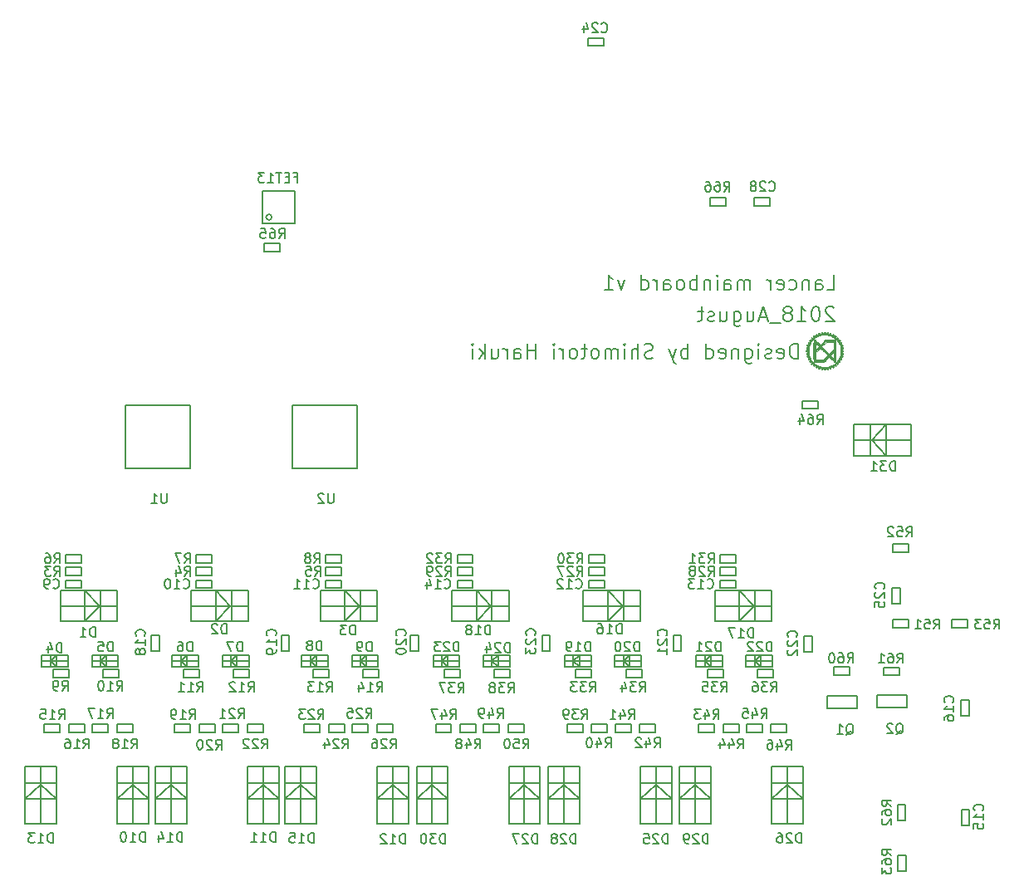
<source format=gbo>
G04 #@! TF.GenerationSoftware,KiCad,Pcbnew,(5.0.0)*
G04 #@! TF.CreationDate,2018-08-27T16:21:53+09:00*
G04 #@! TF.ProjectId,lancer_mainbord_v1,6C616E6365725F6D61696E626F72645F,rev?*
G04 #@! TF.SameCoordinates,Original*
G04 #@! TF.FileFunction,Legend,Bot*
G04 #@! TF.FilePolarity,Positive*
%FSLAX46Y46*%
G04 Gerber Fmt 4.6, Leading zero omitted, Abs format (unit mm)*
G04 Created by KiCad (PCBNEW (5.0.0)) date 08/27/18 16:21:53*
%MOMM*%
%LPD*%
G01*
G04 APERTURE LIST*
%ADD10C,0.200000*%
%ADD11C,0.150000*%
%ADD12C,0.010000*%
G04 APERTURE END LIST*
D10*
X189957142Y-79046428D02*
X189885714Y-78975000D01*
X189742857Y-78903571D01*
X189385714Y-78903571D01*
X189242857Y-78975000D01*
X189171428Y-79046428D01*
X189100000Y-79189285D01*
X189100000Y-79332142D01*
X189171428Y-79546428D01*
X190028571Y-80403571D01*
X189100000Y-80403571D01*
X188171428Y-78903571D02*
X188028571Y-78903571D01*
X187885714Y-78975000D01*
X187814285Y-79046428D01*
X187742857Y-79189285D01*
X187671428Y-79475000D01*
X187671428Y-79832142D01*
X187742857Y-80117857D01*
X187814285Y-80260714D01*
X187885714Y-80332142D01*
X188028571Y-80403571D01*
X188171428Y-80403571D01*
X188314285Y-80332142D01*
X188385714Y-80260714D01*
X188457142Y-80117857D01*
X188528571Y-79832142D01*
X188528571Y-79475000D01*
X188457142Y-79189285D01*
X188385714Y-79046428D01*
X188314285Y-78975000D01*
X188171428Y-78903571D01*
X186242857Y-80403571D02*
X187100000Y-80403571D01*
X186671428Y-80403571D02*
X186671428Y-78903571D01*
X186814285Y-79117857D01*
X186957142Y-79260714D01*
X187100000Y-79332142D01*
X185385714Y-79546428D02*
X185528571Y-79475000D01*
X185600000Y-79403571D01*
X185671428Y-79260714D01*
X185671428Y-79189285D01*
X185600000Y-79046428D01*
X185528571Y-78975000D01*
X185385714Y-78903571D01*
X185100000Y-78903571D01*
X184957142Y-78975000D01*
X184885714Y-79046428D01*
X184814285Y-79189285D01*
X184814285Y-79260714D01*
X184885714Y-79403571D01*
X184957142Y-79475000D01*
X185100000Y-79546428D01*
X185385714Y-79546428D01*
X185528571Y-79617857D01*
X185600000Y-79689285D01*
X185671428Y-79832142D01*
X185671428Y-80117857D01*
X185600000Y-80260714D01*
X185528571Y-80332142D01*
X185385714Y-80403571D01*
X185100000Y-80403571D01*
X184957142Y-80332142D01*
X184885714Y-80260714D01*
X184814285Y-80117857D01*
X184814285Y-79832142D01*
X184885714Y-79689285D01*
X184957142Y-79617857D01*
X185100000Y-79546428D01*
X184528571Y-80546428D02*
X183385714Y-80546428D01*
X183100000Y-79975000D02*
X182385714Y-79975000D01*
X183242857Y-80403571D02*
X182742857Y-78903571D01*
X182242857Y-80403571D01*
X181100000Y-79403571D02*
X181100000Y-80403571D01*
X181742857Y-79403571D02*
X181742857Y-80189285D01*
X181671428Y-80332142D01*
X181528571Y-80403571D01*
X181314285Y-80403571D01*
X181171428Y-80332142D01*
X181100000Y-80260714D01*
X179742857Y-79403571D02*
X179742857Y-80617857D01*
X179814285Y-80760714D01*
X179885714Y-80832142D01*
X180028571Y-80903571D01*
X180242857Y-80903571D01*
X180385714Y-80832142D01*
X179742857Y-80332142D02*
X179885714Y-80403571D01*
X180171428Y-80403571D01*
X180314285Y-80332142D01*
X180385714Y-80260714D01*
X180457142Y-80117857D01*
X180457142Y-79689285D01*
X180385714Y-79546428D01*
X180314285Y-79475000D01*
X180171428Y-79403571D01*
X179885714Y-79403571D01*
X179742857Y-79475000D01*
X178385714Y-79403571D02*
X178385714Y-80403571D01*
X179028571Y-79403571D02*
X179028571Y-80189285D01*
X178957142Y-80332142D01*
X178814285Y-80403571D01*
X178600000Y-80403571D01*
X178457142Y-80332142D01*
X178385714Y-80260714D01*
X177742857Y-80332142D02*
X177600000Y-80403571D01*
X177314285Y-80403571D01*
X177171428Y-80332142D01*
X177100000Y-80189285D01*
X177100000Y-80117857D01*
X177171428Y-79975000D01*
X177314285Y-79903571D01*
X177528571Y-79903571D01*
X177671428Y-79832142D01*
X177742857Y-79689285D01*
X177742857Y-79617857D01*
X177671428Y-79475000D01*
X177528571Y-79403571D01*
X177314285Y-79403571D01*
X177171428Y-79475000D01*
X176671428Y-79403571D02*
X176100000Y-79403571D01*
X176457142Y-78903571D02*
X176457142Y-80189285D01*
X176385714Y-80332142D01*
X176242857Y-80403571D01*
X176100000Y-80403571D01*
X186271428Y-84178571D02*
X186271428Y-82678571D01*
X185914285Y-82678571D01*
X185700000Y-82750000D01*
X185557142Y-82892857D01*
X185485714Y-83035714D01*
X185414285Y-83321428D01*
X185414285Y-83535714D01*
X185485714Y-83821428D01*
X185557142Y-83964285D01*
X185700000Y-84107142D01*
X185914285Y-84178571D01*
X186271428Y-84178571D01*
X184200000Y-84107142D02*
X184342857Y-84178571D01*
X184628571Y-84178571D01*
X184771428Y-84107142D01*
X184842857Y-83964285D01*
X184842857Y-83392857D01*
X184771428Y-83250000D01*
X184628571Y-83178571D01*
X184342857Y-83178571D01*
X184200000Y-83250000D01*
X184128571Y-83392857D01*
X184128571Y-83535714D01*
X184842857Y-83678571D01*
X183557142Y-84107142D02*
X183414285Y-84178571D01*
X183128571Y-84178571D01*
X182985714Y-84107142D01*
X182914285Y-83964285D01*
X182914285Y-83892857D01*
X182985714Y-83750000D01*
X183128571Y-83678571D01*
X183342857Y-83678571D01*
X183485714Y-83607142D01*
X183557142Y-83464285D01*
X183557142Y-83392857D01*
X183485714Y-83250000D01*
X183342857Y-83178571D01*
X183128571Y-83178571D01*
X182985714Y-83250000D01*
X182271428Y-84178571D02*
X182271428Y-83178571D01*
X182271428Y-82678571D02*
X182342857Y-82750000D01*
X182271428Y-82821428D01*
X182200000Y-82750000D01*
X182271428Y-82678571D01*
X182271428Y-82821428D01*
X180914285Y-83178571D02*
X180914285Y-84392857D01*
X180985714Y-84535714D01*
X181057142Y-84607142D01*
X181200000Y-84678571D01*
X181414285Y-84678571D01*
X181557142Y-84607142D01*
X180914285Y-84107142D02*
X181057142Y-84178571D01*
X181342857Y-84178571D01*
X181485714Y-84107142D01*
X181557142Y-84035714D01*
X181628571Y-83892857D01*
X181628571Y-83464285D01*
X181557142Y-83321428D01*
X181485714Y-83250000D01*
X181342857Y-83178571D01*
X181057142Y-83178571D01*
X180914285Y-83250000D01*
X180200000Y-83178571D02*
X180200000Y-84178571D01*
X180200000Y-83321428D02*
X180128571Y-83250000D01*
X179985714Y-83178571D01*
X179771428Y-83178571D01*
X179628571Y-83250000D01*
X179557142Y-83392857D01*
X179557142Y-84178571D01*
X178271428Y-84107142D02*
X178414285Y-84178571D01*
X178700000Y-84178571D01*
X178842857Y-84107142D01*
X178914285Y-83964285D01*
X178914285Y-83392857D01*
X178842857Y-83250000D01*
X178700000Y-83178571D01*
X178414285Y-83178571D01*
X178271428Y-83250000D01*
X178200000Y-83392857D01*
X178200000Y-83535714D01*
X178914285Y-83678571D01*
X176914285Y-84178571D02*
X176914285Y-82678571D01*
X176914285Y-84107142D02*
X177057142Y-84178571D01*
X177342857Y-84178571D01*
X177485714Y-84107142D01*
X177557142Y-84035714D01*
X177628571Y-83892857D01*
X177628571Y-83464285D01*
X177557142Y-83321428D01*
X177485714Y-83250000D01*
X177342857Y-83178571D01*
X177057142Y-83178571D01*
X176914285Y-83250000D01*
X175057142Y-84178571D02*
X175057142Y-82678571D01*
X175057142Y-83250000D02*
X174914285Y-83178571D01*
X174628571Y-83178571D01*
X174485714Y-83250000D01*
X174414285Y-83321428D01*
X174342857Y-83464285D01*
X174342857Y-83892857D01*
X174414285Y-84035714D01*
X174485714Y-84107142D01*
X174628571Y-84178571D01*
X174914285Y-84178571D01*
X175057142Y-84107142D01*
X173842857Y-83178571D02*
X173485714Y-84178571D01*
X173128571Y-83178571D02*
X173485714Y-84178571D01*
X173628571Y-84535714D01*
X173700000Y-84607142D01*
X173842857Y-84678571D01*
X171485714Y-84107142D02*
X171271428Y-84178571D01*
X170914285Y-84178571D01*
X170771428Y-84107142D01*
X170700000Y-84035714D01*
X170628571Y-83892857D01*
X170628571Y-83750000D01*
X170700000Y-83607142D01*
X170771428Y-83535714D01*
X170914285Y-83464285D01*
X171200000Y-83392857D01*
X171342857Y-83321428D01*
X171414285Y-83250000D01*
X171485714Y-83107142D01*
X171485714Y-82964285D01*
X171414285Y-82821428D01*
X171342857Y-82750000D01*
X171200000Y-82678571D01*
X170842857Y-82678571D01*
X170628571Y-82750000D01*
X169985714Y-84178571D02*
X169985714Y-82678571D01*
X169342857Y-84178571D02*
X169342857Y-83392857D01*
X169414285Y-83250000D01*
X169557142Y-83178571D01*
X169771428Y-83178571D01*
X169914285Y-83250000D01*
X169985714Y-83321428D01*
X168628571Y-84178571D02*
X168628571Y-83178571D01*
X168628571Y-82678571D02*
X168700000Y-82750000D01*
X168628571Y-82821428D01*
X168557142Y-82750000D01*
X168628571Y-82678571D01*
X168628571Y-82821428D01*
X167914285Y-84178571D02*
X167914285Y-83178571D01*
X167914285Y-83321428D02*
X167842857Y-83250000D01*
X167700000Y-83178571D01*
X167485714Y-83178571D01*
X167342857Y-83250000D01*
X167271428Y-83392857D01*
X167271428Y-84178571D01*
X167271428Y-83392857D02*
X167200000Y-83250000D01*
X167057142Y-83178571D01*
X166842857Y-83178571D01*
X166700000Y-83250000D01*
X166628571Y-83392857D01*
X166628571Y-84178571D01*
X165700000Y-84178571D02*
X165842857Y-84107142D01*
X165914285Y-84035714D01*
X165985714Y-83892857D01*
X165985714Y-83464285D01*
X165914285Y-83321428D01*
X165842857Y-83250000D01*
X165700000Y-83178571D01*
X165485714Y-83178571D01*
X165342857Y-83250000D01*
X165271428Y-83321428D01*
X165200000Y-83464285D01*
X165200000Y-83892857D01*
X165271428Y-84035714D01*
X165342857Y-84107142D01*
X165485714Y-84178571D01*
X165700000Y-84178571D01*
X164771428Y-83178571D02*
X164200000Y-83178571D01*
X164557142Y-82678571D02*
X164557142Y-83964285D01*
X164485714Y-84107142D01*
X164342857Y-84178571D01*
X164200000Y-84178571D01*
X163485714Y-84178571D02*
X163628571Y-84107142D01*
X163700000Y-84035714D01*
X163771428Y-83892857D01*
X163771428Y-83464285D01*
X163700000Y-83321428D01*
X163628571Y-83250000D01*
X163485714Y-83178571D01*
X163271428Y-83178571D01*
X163128571Y-83250000D01*
X163057142Y-83321428D01*
X162985714Y-83464285D01*
X162985714Y-83892857D01*
X163057142Y-84035714D01*
X163128571Y-84107142D01*
X163271428Y-84178571D01*
X163485714Y-84178571D01*
X162342857Y-84178571D02*
X162342857Y-83178571D01*
X162342857Y-83464285D02*
X162271428Y-83321428D01*
X162200000Y-83250000D01*
X162057142Y-83178571D01*
X161914285Y-83178571D01*
X161414285Y-84178571D02*
X161414285Y-83178571D01*
X161414285Y-82678571D02*
X161485714Y-82750000D01*
X161414285Y-82821428D01*
X161342857Y-82750000D01*
X161414285Y-82678571D01*
X161414285Y-82821428D01*
X159557142Y-84178571D02*
X159557142Y-82678571D01*
X159557142Y-83392857D02*
X158700000Y-83392857D01*
X158700000Y-84178571D02*
X158700000Y-82678571D01*
X157342857Y-84178571D02*
X157342857Y-83392857D01*
X157414285Y-83250000D01*
X157557142Y-83178571D01*
X157842857Y-83178571D01*
X157985714Y-83250000D01*
X157342857Y-84107142D02*
X157485714Y-84178571D01*
X157842857Y-84178571D01*
X157985714Y-84107142D01*
X158057142Y-83964285D01*
X158057142Y-83821428D01*
X157985714Y-83678571D01*
X157842857Y-83607142D01*
X157485714Y-83607142D01*
X157342857Y-83535714D01*
X156628571Y-84178571D02*
X156628571Y-83178571D01*
X156628571Y-83464285D02*
X156557142Y-83321428D01*
X156485714Y-83250000D01*
X156342857Y-83178571D01*
X156200000Y-83178571D01*
X155057142Y-83178571D02*
X155057142Y-84178571D01*
X155700000Y-83178571D02*
X155700000Y-83964285D01*
X155628571Y-84107142D01*
X155485714Y-84178571D01*
X155271428Y-84178571D01*
X155128571Y-84107142D01*
X155057142Y-84035714D01*
X154342857Y-84178571D02*
X154342857Y-82678571D01*
X154200000Y-83607142D02*
X153771428Y-84178571D01*
X153771428Y-83178571D02*
X154342857Y-83750000D01*
X153128571Y-84178571D02*
X153128571Y-83178571D01*
X153128571Y-82678571D02*
X153200000Y-82750000D01*
X153128571Y-82821428D01*
X153057142Y-82750000D01*
X153128571Y-82678571D01*
X153128571Y-82821428D01*
X189264285Y-77178571D02*
X189978571Y-77178571D01*
X189978571Y-75678571D01*
X188121428Y-77178571D02*
X188121428Y-76392857D01*
X188192857Y-76250000D01*
X188335714Y-76178571D01*
X188621428Y-76178571D01*
X188764285Y-76250000D01*
X188121428Y-77107142D02*
X188264285Y-77178571D01*
X188621428Y-77178571D01*
X188764285Y-77107142D01*
X188835714Y-76964285D01*
X188835714Y-76821428D01*
X188764285Y-76678571D01*
X188621428Y-76607142D01*
X188264285Y-76607142D01*
X188121428Y-76535714D01*
X187407142Y-76178571D02*
X187407142Y-77178571D01*
X187407142Y-76321428D02*
X187335714Y-76250000D01*
X187192857Y-76178571D01*
X186978571Y-76178571D01*
X186835714Y-76250000D01*
X186764285Y-76392857D01*
X186764285Y-77178571D01*
X185407142Y-77107142D02*
X185550000Y-77178571D01*
X185835714Y-77178571D01*
X185978571Y-77107142D01*
X186050000Y-77035714D01*
X186121428Y-76892857D01*
X186121428Y-76464285D01*
X186050000Y-76321428D01*
X185978571Y-76250000D01*
X185835714Y-76178571D01*
X185550000Y-76178571D01*
X185407142Y-76250000D01*
X184192857Y-77107142D02*
X184335714Y-77178571D01*
X184621428Y-77178571D01*
X184764285Y-77107142D01*
X184835714Y-76964285D01*
X184835714Y-76392857D01*
X184764285Y-76250000D01*
X184621428Y-76178571D01*
X184335714Y-76178571D01*
X184192857Y-76250000D01*
X184121428Y-76392857D01*
X184121428Y-76535714D01*
X184835714Y-76678571D01*
X183478571Y-77178571D02*
X183478571Y-76178571D01*
X183478571Y-76464285D02*
X183407142Y-76321428D01*
X183335714Y-76250000D01*
X183192857Y-76178571D01*
X183050000Y-76178571D01*
X181407142Y-77178571D02*
X181407142Y-76178571D01*
X181407142Y-76321428D02*
X181335714Y-76250000D01*
X181192857Y-76178571D01*
X180978571Y-76178571D01*
X180835714Y-76250000D01*
X180764285Y-76392857D01*
X180764285Y-77178571D01*
X180764285Y-76392857D02*
X180692857Y-76250000D01*
X180550000Y-76178571D01*
X180335714Y-76178571D01*
X180192857Y-76250000D01*
X180121428Y-76392857D01*
X180121428Y-77178571D01*
X178764285Y-77178571D02*
X178764285Y-76392857D01*
X178835714Y-76250000D01*
X178978571Y-76178571D01*
X179264285Y-76178571D01*
X179407142Y-76250000D01*
X178764285Y-77107142D02*
X178907142Y-77178571D01*
X179264285Y-77178571D01*
X179407142Y-77107142D01*
X179478571Y-76964285D01*
X179478571Y-76821428D01*
X179407142Y-76678571D01*
X179264285Y-76607142D01*
X178907142Y-76607142D01*
X178764285Y-76535714D01*
X178050000Y-77178571D02*
X178050000Y-76178571D01*
X178050000Y-75678571D02*
X178121428Y-75750000D01*
X178050000Y-75821428D01*
X177978571Y-75750000D01*
X178050000Y-75678571D01*
X178050000Y-75821428D01*
X177335714Y-76178571D02*
X177335714Y-77178571D01*
X177335714Y-76321428D02*
X177264285Y-76250000D01*
X177121428Y-76178571D01*
X176907142Y-76178571D01*
X176764285Y-76250000D01*
X176692857Y-76392857D01*
X176692857Y-77178571D01*
X175978571Y-77178571D02*
X175978571Y-75678571D01*
X175978571Y-76250000D02*
X175835714Y-76178571D01*
X175550000Y-76178571D01*
X175407142Y-76250000D01*
X175335714Y-76321428D01*
X175264285Y-76464285D01*
X175264285Y-76892857D01*
X175335714Y-77035714D01*
X175407142Y-77107142D01*
X175550000Y-77178571D01*
X175835714Y-77178571D01*
X175978571Y-77107142D01*
X174407142Y-77178571D02*
X174550000Y-77107142D01*
X174621428Y-77035714D01*
X174692857Y-76892857D01*
X174692857Y-76464285D01*
X174621428Y-76321428D01*
X174550000Y-76250000D01*
X174407142Y-76178571D01*
X174192857Y-76178571D01*
X174050000Y-76250000D01*
X173978571Y-76321428D01*
X173907142Y-76464285D01*
X173907142Y-76892857D01*
X173978571Y-77035714D01*
X174050000Y-77107142D01*
X174192857Y-77178571D01*
X174407142Y-77178571D01*
X172621428Y-77178571D02*
X172621428Y-76392857D01*
X172692857Y-76250000D01*
X172835714Y-76178571D01*
X173121428Y-76178571D01*
X173264285Y-76250000D01*
X172621428Y-77107142D02*
X172764285Y-77178571D01*
X173121428Y-77178571D01*
X173264285Y-77107142D01*
X173335714Y-76964285D01*
X173335714Y-76821428D01*
X173264285Y-76678571D01*
X173121428Y-76607142D01*
X172764285Y-76607142D01*
X172621428Y-76535714D01*
X171907142Y-77178571D02*
X171907142Y-76178571D01*
X171907142Y-76464285D02*
X171835714Y-76321428D01*
X171764285Y-76250000D01*
X171621428Y-76178571D01*
X171478571Y-76178571D01*
X170335714Y-77178571D02*
X170335714Y-75678571D01*
X170335714Y-77107142D02*
X170478571Y-77178571D01*
X170764285Y-77178571D01*
X170907142Y-77107142D01*
X170978571Y-77035714D01*
X171050000Y-76892857D01*
X171050000Y-76464285D01*
X170978571Y-76321428D01*
X170907142Y-76250000D01*
X170764285Y-76178571D01*
X170478571Y-76178571D01*
X170335714Y-76250000D01*
X168621428Y-76178571D02*
X168264285Y-77178571D01*
X167907142Y-76178571D01*
X166550000Y-77178571D02*
X167407142Y-77178571D01*
X166978571Y-77178571D02*
X166978571Y-75678571D01*
X167121428Y-75892857D01*
X167264285Y-76035714D01*
X167407142Y-76107142D01*
D11*
G04 #@! TO.C,FET13*
X132632843Y-69775000D02*
G75*
G03X132632843Y-69775000I-282843J0D01*
G01*
X131700000Y-67075000D02*
X131700000Y-70375000D01*
X131700000Y-67075000D02*
X135000000Y-67075000D01*
X131700000Y-70375000D02*
X135000000Y-70375000D01*
X135000000Y-70375000D02*
X135000000Y-67075000D01*
G04 #@! TO.C,C15*
X202950000Y-131750000D02*
X202950000Y-130150000D01*
X203750000Y-131750000D02*
X202950000Y-131750000D01*
X203750000Y-131750000D02*
X203750000Y-130150000D01*
X203750000Y-130150000D02*
X202950000Y-130150000D01*
G04 #@! TO.C,U1*
X124320000Y-95380000D02*
X117720000Y-95380000D01*
X124320000Y-88980000D02*
X117720000Y-88980000D01*
X117720000Y-88980000D02*
X117720000Y-89080000D01*
X117720000Y-89080000D02*
X117720000Y-88980000D01*
X117720000Y-95380000D02*
X117720000Y-88980000D01*
X124320000Y-88980000D02*
X124320000Y-95380000D01*
G04 #@! TO.C,U2*
X141320000Y-95380000D02*
X134720000Y-95380000D01*
X141320000Y-88980000D02*
X134720000Y-88980000D01*
X134720000Y-88980000D02*
X134720000Y-89080000D01*
X134720000Y-89080000D02*
X134720000Y-88980000D01*
X134720000Y-95380000D02*
X134720000Y-88980000D01*
X141320000Y-88980000D02*
X141320000Y-95380000D01*
G04 #@! TO.C,C9*
X113250000Y-107600000D02*
X111650000Y-107600000D01*
X113250000Y-106800000D02*
X113250000Y-107600000D01*
X113250000Y-106800000D02*
X111650000Y-106800000D01*
X111650000Y-106800000D02*
X111650000Y-107600000D01*
G04 #@! TO.C,C10*
X126550000Y-107600000D02*
X124950000Y-107600000D01*
X126550000Y-106800000D02*
X126550000Y-107600000D01*
X126550000Y-106800000D02*
X124950000Y-106800000D01*
X124950000Y-106800000D02*
X124950000Y-107600000D01*
G04 #@! TO.C,C11*
X139750000Y-107600000D02*
X138150000Y-107600000D01*
X139750000Y-106800000D02*
X139750000Y-107600000D01*
X139750000Y-106800000D02*
X138150000Y-106800000D01*
X138150000Y-106800000D02*
X138150000Y-107600000D01*
G04 #@! TO.C,C12*
X166550000Y-107600000D02*
X164950000Y-107600000D01*
X166550000Y-106800000D02*
X166550000Y-107600000D01*
X166550000Y-106800000D02*
X164950000Y-106800000D01*
X164950000Y-106800000D02*
X164950000Y-107600000D01*
G04 #@! TO.C,C13*
X179950000Y-107600000D02*
X178350000Y-107600000D01*
X179950000Y-106800000D02*
X179950000Y-107600000D01*
X179950000Y-106800000D02*
X178350000Y-106800000D01*
X178350000Y-106800000D02*
X178350000Y-107600000D01*
G04 #@! TO.C,C14*
X153150000Y-107600000D02*
X151550000Y-107600000D01*
X153150000Y-106800000D02*
X153150000Y-107600000D01*
X153150000Y-106800000D02*
X151550000Y-106800000D01*
X151550000Y-106800000D02*
X151550000Y-107600000D01*
G04 #@! TO.C,C16*
X202925000Y-120625000D02*
X202925000Y-119025000D01*
X203725000Y-120625000D02*
X202925000Y-120625000D01*
X203725000Y-120625000D02*
X203725000Y-119025000D01*
X203725000Y-119025000D02*
X202925000Y-119025000D01*
G04 #@! TO.C,D1*
X116900000Y-109400000D02*
X111100000Y-109400000D01*
X115200000Y-107800000D02*
X115200000Y-111000000D01*
X115200000Y-109400000D02*
X115200000Y-107800000D01*
X113600000Y-111000000D02*
X113600000Y-107800000D01*
X115100000Y-109400000D02*
X113600000Y-111000000D01*
X113600000Y-107800000D02*
X115100000Y-109400000D01*
X111100000Y-107800000D02*
X116900000Y-107800000D01*
X111100000Y-111000000D02*
X111100000Y-107800000D01*
X116900000Y-111000000D02*
X111100000Y-111000000D01*
X116900000Y-107800000D02*
X116900000Y-111000000D01*
G04 #@! TO.C,D2*
X130220000Y-109400000D02*
X124420000Y-109400000D01*
X128520000Y-107800000D02*
X128520000Y-111000000D01*
X128520000Y-109400000D02*
X128520000Y-107800000D01*
X126920000Y-111000000D02*
X126920000Y-107800000D01*
X128420000Y-109400000D02*
X126920000Y-111000000D01*
X126920000Y-107800000D02*
X128420000Y-109400000D01*
X124420000Y-107800000D02*
X130220000Y-107800000D01*
X124420000Y-111000000D02*
X124420000Y-107800000D01*
X130220000Y-111000000D02*
X124420000Y-111000000D01*
X130220000Y-107800000D02*
X130220000Y-111000000D01*
G04 #@! TO.C,D3*
X143400000Y-109400000D02*
X137600000Y-109400000D01*
X141700000Y-107800000D02*
X141700000Y-111000000D01*
X141700000Y-109400000D02*
X141700000Y-107800000D01*
X140100000Y-111000000D02*
X140100000Y-107800000D01*
X141600000Y-109400000D02*
X140100000Y-111000000D01*
X140100000Y-107800000D02*
X141600000Y-109400000D01*
X137600000Y-107800000D02*
X143400000Y-107800000D01*
X137600000Y-111000000D02*
X137600000Y-107800000D01*
X143400000Y-111000000D02*
X137600000Y-111000000D01*
X143400000Y-107800000D02*
X143400000Y-111000000D01*
G04 #@! TO.C,D4*
X109200000Y-115000000D02*
X111900000Y-115000000D01*
X110100000Y-115600000D02*
X110100000Y-114400000D01*
X110100000Y-115000000D02*
X110100000Y-115600000D01*
X110700000Y-114400000D02*
X110700000Y-115600000D01*
X110100000Y-115000000D02*
X110700000Y-114400000D01*
X110700000Y-115600000D02*
X110100000Y-115000000D01*
X111900000Y-115600000D02*
X109200000Y-115600000D01*
X111900000Y-114400000D02*
X111900000Y-115600000D01*
X109200000Y-114400000D02*
X111900000Y-114400000D01*
X109200000Y-115600000D02*
X109200000Y-114400000D01*
G04 #@! TO.C,D5*
X114300000Y-115000000D02*
X117000000Y-115000000D01*
X115200000Y-115600000D02*
X115200000Y-114400000D01*
X115200000Y-115000000D02*
X115200000Y-115600000D01*
X115800000Y-114400000D02*
X115800000Y-115600000D01*
X115200000Y-115000000D02*
X115800000Y-114400000D01*
X115800000Y-115600000D02*
X115200000Y-115000000D01*
X117000000Y-115600000D02*
X114300000Y-115600000D01*
X117000000Y-114400000D02*
X117000000Y-115600000D01*
X114300000Y-114400000D02*
X117000000Y-114400000D01*
X114300000Y-115600000D02*
X114300000Y-114400000D01*
G04 #@! TO.C,D6*
X122500000Y-115000000D02*
X125200000Y-115000000D01*
X123400000Y-115600000D02*
X123400000Y-114400000D01*
X123400000Y-115000000D02*
X123400000Y-115600000D01*
X124000000Y-114400000D02*
X124000000Y-115600000D01*
X123400000Y-115000000D02*
X124000000Y-114400000D01*
X124000000Y-115600000D02*
X123400000Y-115000000D01*
X125200000Y-115600000D02*
X122500000Y-115600000D01*
X125200000Y-114400000D02*
X125200000Y-115600000D01*
X122500000Y-114400000D02*
X125200000Y-114400000D01*
X122500000Y-115600000D02*
X122500000Y-114400000D01*
G04 #@! TO.C,D7*
X127600000Y-115000000D02*
X130300000Y-115000000D01*
X128500000Y-115600000D02*
X128500000Y-114400000D01*
X128500000Y-115000000D02*
X128500000Y-115600000D01*
X129100000Y-114400000D02*
X129100000Y-115600000D01*
X128500000Y-115000000D02*
X129100000Y-114400000D01*
X129100000Y-115600000D02*
X128500000Y-115000000D01*
X130300000Y-115600000D02*
X127600000Y-115600000D01*
X130300000Y-114400000D02*
X130300000Y-115600000D01*
X127600000Y-114400000D02*
X130300000Y-114400000D01*
X127600000Y-115600000D02*
X127600000Y-114400000D01*
G04 #@! TO.C,D8*
X135700000Y-115000000D02*
X138400000Y-115000000D01*
X136600000Y-115600000D02*
X136600000Y-114400000D01*
X136600000Y-115000000D02*
X136600000Y-115600000D01*
X137200000Y-114400000D02*
X137200000Y-115600000D01*
X136600000Y-115000000D02*
X137200000Y-114400000D01*
X137200000Y-115600000D02*
X136600000Y-115000000D01*
X138400000Y-115600000D02*
X135700000Y-115600000D01*
X138400000Y-114400000D02*
X138400000Y-115600000D01*
X135700000Y-114400000D02*
X138400000Y-114400000D01*
X135700000Y-115600000D02*
X135700000Y-114400000D01*
G04 #@! TO.C,D9*
X140800000Y-115000000D02*
X143500000Y-115000000D01*
X141700000Y-115600000D02*
X141700000Y-114400000D01*
X141700000Y-115000000D02*
X141700000Y-115600000D01*
X142300000Y-114400000D02*
X142300000Y-115600000D01*
X141700000Y-115000000D02*
X142300000Y-114400000D01*
X142300000Y-115600000D02*
X141700000Y-115000000D01*
X143500000Y-115600000D02*
X140800000Y-115600000D01*
X143500000Y-114400000D02*
X143500000Y-115600000D01*
X140800000Y-114400000D02*
X143500000Y-114400000D01*
X140800000Y-115600000D02*
X140800000Y-114400000D01*
G04 #@! TO.C,D10*
X118500000Y-125800000D02*
X118500000Y-131600000D01*
X116900000Y-127500000D02*
X120100000Y-127500000D01*
X118500000Y-127500000D02*
X116900000Y-127500000D01*
X120100000Y-129100000D02*
X116900000Y-129100000D01*
X118500000Y-127600000D02*
X120100000Y-129100000D01*
X116900000Y-129100000D02*
X118500000Y-127600000D01*
X116900000Y-131600000D02*
X116900000Y-125800000D01*
X120100000Y-131600000D02*
X116900000Y-131600000D01*
X120100000Y-125800000D02*
X120100000Y-131600000D01*
X116900000Y-125800000D02*
X120100000Y-125800000D01*
G04 #@! TO.C,D11*
X131800000Y-125800000D02*
X131800000Y-131600000D01*
X130200000Y-127500000D02*
X133400000Y-127500000D01*
X131800000Y-127500000D02*
X130200000Y-127500000D01*
X133400000Y-129100000D02*
X130200000Y-129100000D01*
X131800000Y-127600000D02*
X133400000Y-129100000D01*
X130200000Y-129100000D02*
X131800000Y-127600000D01*
X130200000Y-131600000D02*
X130200000Y-125800000D01*
X133400000Y-131600000D02*
X130200000Y-131600000D01*
X133400000Y-125800000D02*
X133400000Y-131600000D01*
X130200000Y-125800000D02*
X133400000Y-125800000D01*
G04 #@! TO.C,D12*
X145000000Y-125800000D02*
X145000000Y-131600000D01*
X143400000Y-127500000D02*
X146600000Y-127500000D01*
X145000000Y-127500000D02*
X143400000Y-127500000D01*
X146600000Y-129100000D02*
X143400000Y-129100000D01*
X145000000Y-127600000D02*
X146600000Y-129100000D01*
X143400000Y-129100000D02*
X145000000Y-127600000D01*
X143400000Y-131600000D02*
X143400000Y-125800000D01*
X146600000Y-131600000D02*
X143400000Y-131600000D01*
X146600000Y-125800000D02*
X146600000Y-131600000D01*
X143400000Y-125800000D02*
X146600000Y-125800000D01*
G04 #@! TO.C,D13*
X109100000Y-125800000D02*
X109100000Y-131600000D01*
X107500000Y-127500000D02*
X110700000Y-127500000D01*
X109100000Y-127500000D02*
X107500000Y-127500000D01*
X110700000Y-129100000D02*
X107500000Y-129100000D01*
X109100000Y-127600000D02*
X110700000Y-129100000D01*
X107500000Y-129100000D02*
X109100000Y-127600000D01*
X107500000Y-131600000D02*
X107500000Y-125800000D01*
X110700000Y-131600000D02*
X107500000Y-131600000D01*
X110700000Y-125800000D02*
X110700000Y-131600000D01*
X107500000Y-125800000D02*
X110700000Y-125800000D01*
G04 #@! TO.C,D14*
X122400000Y-125800000D02*
X122400000Y-131600000D01*
X120800000Y-127500000D02*
X124000000Y-127500000D01*
X122400000Y-127500000D02*
X120800000Y-127500000D01*
X124000000Y-129100000D02*
X120800000Y-129100000D01*
X122400000Y-127600000D02*
X124000000Y-129100000D01*
X120800000Y-129100000D02*
X122400000Y-127600000D01*
X120800000Y-131600000D02*
X120800000Y-125800000D01*
X124000000Y-131600000D02*
X120800000Y-131600000D01*
X124000000Y-125800000D02*
X124000000Y-131600000D01*
X120800000Y-125800000D02*
X124000000Y-125800000D01*
G04 #@! TO.C,D15*
X135600000Y-125800000D02*
X135600000Y-131600000D01*
X134000000Y-127500000D02*
X137200000Y-127500000D01*
X135600000Y-127500000D02*
X134000000Y-127500000D01*
X137200000Y-129100000D02*
X134000000Y-129100000D01*
X135600000Y-127600000D02*
X137200000Y-129100000D01*
X134000000Y-129100000D02*
X135600000Y-127600000D01*
X134000000Y-131600000D02*
X134000000Y-125800000D01*
X137200000Y-131600000D02*
X134000000Y-131600000D01*
X137200000Y-125800000D02*
X137200000Y-131600000D01*
X134000000Y-125800000D02*
X137200000Y-125800000D01*
G04 #@! TO.C,D16*
X170200000Y-109400000D02*
X164400000Y-109400000D01*
X168500000Y-107800000D02*
X168500000Y-111000000D01*
X168500000Y-109400000D02*
X168500000Y-107800000D01*
X166900000Y-111000000D02*
X166900000Y-107800000D01*
X168400000Y-109400000D02*
X166900000Y-111000000D01*
X166900000Y-107800000D02*
X168400000Y-109400000D01*
X164400000Y-107800000D02*
X170200000Y-107800000D01*
X164400000Y-111000000D02*
X164400000Y-107800000D01*
X170200000Y-111000000D02*
X164400000Y-111000000D01*
X170200000Y-107800000D02*
X170200000Y-111000000D01*
G04 #@! TO.C,D17*
X183600000Y-109400000D02*
X177800000Y-109400000D01*
X181900000Y-107800000D02*
X181900000Y-111000000D01*
X181900000Y-109400000D02*
X181900000Y-107800000D01*
X180300000Y-111000000D02*
X180300000Y-107800000D01*
X181800000Y-109400000D02*
X180300000Y-111000000D01*
X180300000Y-107800000D02*
X181800000Y-109400000D01*
X177800000Y-107800000D02*
X183600000Y-107800000D01*
X177800000Y-111000000D02*
X177800000Y-107800000D01*
X183600000Y-111000000D02*
X177800000Y-111000000D01*
X183600000Y-107800000D02*
X183600000Y-111000000D01*
G04 #@! TO.C,D18*
X156800000Y-109400000D02*
X151000000Y-109400000D01*
X155100000Y-107800000D02*
X155100000Y-111000000D01*
X155100000Y-109400000D02*
X155100000Y-107800000D01*
X153500000Y-111000000D02*
X153500000Y-107800000D01*
X155000000Y-109400000D02*
X153500000Y-111000000D01*
X153500000Y-107800000D02*
X155000000Y-109400000D01*
X151000000Y-107800000D02*
X156800000Y-107800000D01*
X151000000Y-111000000D02*
X151000000Y-107800000D01*
X156800000Y-111000000D02*
X151000000Y-111000000D01*
X156800000Y-107800000D02*
X156800000Y-111000000D01*
G04 #@! TO.C,D19*
X162500000Y-115000000D02*
X165200000Y-115000000D01*
X163400000Y-115600000D02*
X163400000Y-114400000D01*
X163400000Y-115000000D02*
X163400000Y-115600000D01*
X164000000Y-114400000D02*
X164000000Y-115600000D01*
X163400000Y-115000000D02*
X164000000Y-114400000D01*
X164000000Y-115600000D02*
X163400000Y-115000000D01*
X165200000Y-115600000D02*
X162500000Y-115600000D01*
X165200000Y-114400000D02*
X165200000Y-115600000D01*
X162500000Y-114400000D02*
X165200000Y-114400000D01*
X162500000Y-115600000D02*
X162500000Y-114400000D01*
G04 #@! TO.C,D20*
X167600000Y-115000000D02*
X170300000Y-115000000D01*
X168500000Y-115600000D02*
X168500000Y-114400000D01*
X168500000Y-115000000D02*
X168500000Y-115600000D01*
X169100000Y-114400000D02*
X169100000Y-115600000D01*
X168500000Y-115000000D02*
X169100000Y-114400000D01*
X169100000Y-115600000D02*
X168500000Y-115000000D01*
X170300000Y-115600000D02*
X167600000Y-115600000D01*
X170300000Y-114400000D02*
X170300000Y-115600000D01*
X167600000Y-114400000D02*
X170300000Y-114400000D01*
X167600000Y-115600000D02*
X167600000Y-114400000D01*
G04 #@! TO.C,D21*
X175900000Y-115000000D02*
X178600000Y-115000000D01*
X176800000Y-115600000D02*
X176800000Y-114400000D01*
X176800000Y-115000000D02*
X176800000Y-115600000D01*
X177400000Y-114400000D02*
X177400000Y-115600000D01*
X176800000Y-115000000D02*
X177400000Y-114400000D01*
X177400000Y-115600000D02*
X176800000Y-115000000D01*
X178600000Y-115600000D02*
X175900000Y-115600000D01*
X178600000Y-114400000D02*
X178600000Y-115600000D01*
X175900000Y-114400000D02*
X178600000Y-114400000D01*
X175900000Y-115600000D02*
X175900000Y-114400000D01*
G04 #@! TO.C,D22*
X181000000Y-115000000D02*
X183700000Y-115000000D01*
X181900000Y-115600000D02*
X181900000Y-114400000D01*
X181900000Y-115000000D02*
X181900000Y-115600000D01*
X182500000Y-114400000D02*
X182500000Y-115600000D01*
X181900000Y-115000000D02*
X182500000Y-114400000D01*
X182500000Y-115600000D02*
X181900000Y-115000000D01*
X183700000Y-115600000D02*
X181000000Y-115600000D01*
X183700000Y-114400000D02*
X183700000Y-115600000D01*
X181000000Y-114400000D02*
X183700000Y-114400000D01*
X181000000Y-115600000D02*
X181000000Y-114400000D01*
G04 #@! TO.C,D23*
X149100000Y-115000000D02*
X151800000Y-115000000D01*
X150000000Y-115600000D02*
X150000000Y-114400000D01*
X150000000Y-115000000D02*
X150000000Y-115600000D01*
X150600000Y-114400000D02*
X150600000Y-115600000D01*
X150000000Y-115000000D02*
X150600000Y-114400000D01*
X150600000Y-115600000D02*
X150000000Y-115000000D01*
X151800000Y-115600000D02*
X149100000Y-115600000D01*
X151800000Y-114400000D02*
X151800000Y-115600000D01*
X149100000Y-114400000D02*
X151800000Y-114400000D01*
X149100000Y-115600000D02*
X149100000Y-114400000D01*
G04 #@! TO.C,D24*
X154200000Y-115000000D02*
X156900000Y-115000000D01*
X155100000Y-115600000D02*
X155100000Y-114400000D01*
X155100000Y-115000000D02*
X155100000Y-115600000D01*
X155700000Y-114400000D02*
X155700000Y-115600000D01*
X155100000Y-115000000D02*
X155700000Y-114400000D01*
X155700000Y-115600000D02*
X155100000Y-115000000D01*
X156900000Y-115600000D02*
X154200000Y-115600000D01*
X156900000Y-114400000D02*
X156900000Y-115600000D01*
X154200000Y-114400000D02*
X156900000Y-114400000D01*
X154200000Y-115600000D02*
X154200000Y-114400000D01*
G04 #@! TO.C,D25*
X171800000Y-125800000D02*
X171800000Y-131600000D01*
X170200000Y-127500000D02*
X173400000Y-127500000D01*
X171800000Y-127500000D02*
X170200000Y-127500000D01*
X173400000Y-129100000D02*
X170200000Y-129100000D01*
X171800000Y-127600000D02*
X173400000Y-129100000D01*
X170200000Y-129100000D02*
X171800000Y-127600000D01*
X170200000Y-131600000D02*
X170200000Y-125800000D01*
X173400000Y-131600000D02*
X170200000Y-131600000D01*
X173400000Y-125800000D02*
X173400000Y-131600000D01*
X170200000Y-125800000D02*
X173400000Y-125800000D01*
G04 #@! TO.C,D26*
X185200000Y-125800000D02*
X185200000Y-131600000D01*
X183600000Y-127500000D02*
X186800000Y-127500000D01*
X185200000Y-127500000D02*
X183600000Y-127500000D01*
X186800000Y-129100000D02*
X183600000Y-129100000D01*
X185200000Y-127600000D02*
X186800000Y-129100000D01*
X183600000Y-129100000D02*
X185200000Y-127600000D01*
X183600000Y-131600000D02*
X183600000Y-125800000D01*
X186800000Y-131600000D02*
X183600000Y-131600000D01*
X186800000Y-125800000D02*
X186800000Y-131600000D01*
X183600000Y-125800000D02*
X186800000Y-125800000D01*
G04 #@! TO.C,D27*
X158400000Y-125800000D02*
X158400000Y-131600000D01*
X156800000Y-127500000D02*
X160000000Y-127500000D01*
X158400000Y-127500000D02*
X156800000Y-127500000D01*
X160000000Y-129100000D02*
X156800000Y-129100000D01*
X158400000Y-127600000D02*
X160000000Y-129100000D01*
X156800000Y-129100000D02*
X158400000Y-127600000D01*
X156800000Y-131600000D02*
X156800000Y-125800000D01*
X160000000Y-131600000D02*
X156800000Y-131600000D01*
X160000000Y-125800000D02*
X160000000Y-131600000D01*
X156800000Y-125800000D02*
X160000000Y-125800000D01*
G04 #@! TO.C,D28*
X162400000Y-125800000D02*
X162400000Y-131600000D01*
X160800000Y-127500000D02*
X164000000Y-127500000D01*
X162400000Y-127500000D02*
X160800000Y-127500000D01*
X164000000Y-129100000D02*
X160800000Y-129100000D01*
X162400000Y-127600000D02*
X164000000Y-129100000D01*
X160800000Y-129100000D02*
X162400000Y-127600000D01*
X160800000Y-131600000D02*
X160800000Y-125800000D01*
X164000000Y-131600000D02*
X160800000Y-131600000D01*
X164000000Y-125800000D02*
X164000000Y-131600000D01*
X160800000Y-125800000D02*
X164000000Y-125800000D01*
G04 #@! TO.C,D29*
X175800000Y-125800000D02*
X175800000Y-131600000D01*
X174200000Y-127500000D02*
X177400000Y-127500000D01*
X175800000Y-127500000D02*
X174200000Y-127500000D01*
X177400000Y-129100000D02*
X174200000Y-129100000D01*
X175800000Y-127600000D02*
X177400000Y-129100000D01*
X174200000Y-129100000D02*
X175800000Y-127600000D01*
X174200000Y-131600000D02*
X174200000Y-125800000D01*
X177400000Y-131600000D02*
X174200000Y-131600000D01*
X177400000Y-125800000D02*
X177400000Y-131600000D01*
X174200000Y-125800000D02*
X177400000Y-125800000D01*
G04 #@! TO.C,D30*
X149000000Y-125800000D02*
X149000000Y-131600000D01*
X147400000Y-127500000D02*
X150600000Y-127500000D01*
X149000000Y-127500000D02*
X147400000Y-127500000D01*
X150600000Y-129100000D02*
X147400000Y-129100000D01*
X149000000Y-127600000D02*
X150600000Y-129100000D01*
X147400000Y-129100000D02*
X149000000Y-127600000D01*
X147400000Y-131600000D02*
X147400000Y-125800000D01*
X150600000Y-131600000D02*
X147400000Y-131600000D01*
X150600000Y-125800000D02*
X150600000Y-131600000D01*
X147400000Y-125800000D02*
X150600000Y-125800000D01*
G04 #@! TO.C,D31*
X192000000Y-92500000D02*
X197800000Y-92500000D01*
X193700000Y-94100000D02*
X193700000Y-90900000D01*
X193700000Y-92500000D02*
X193700000Y-94100000D01*
X195300000Y-90900000D02*
X195300000Y-94100000D01*
X193800000Y-92500000D02*
X195300000Y-90900000D01*
X195300000Y-94100000D02*
X193800000Y-92500000D01*
X197800000Y-94100000D02*
X192000000Y-94100000D01*
X197800000Y-90900000D02*
X197800000Y-94100000D01*
X192000000Y-90900000D02*
X197800000Y-90900000D01*
X192000000Y-94100000D02*
X192000000Y-90900000D01*
G04 #@! TO.C,Q1*
X189300000Y-119850000D02*
X189300000Y-118550000D01*
X192300000Y-119850000D02*
X192300000Y-118550000D01*
X189300000Y-118550000D02*
X192300000Y-118550000D01*
X189300000Y-119850000D02*
X192300000Y-119850000D01*
G04 #@! TO.C,Q2*
X194375000Y-119800000D02*
X194375000Y-118500000D01*
X197375000Y-119800000D02*
X197375000Y-118500000D01*
X194375000Y-118500000D02*
X197375000Y-118500000D01*
X194375000Y-119800000D02*
X197375000Y-119800000D01*
G04 #@! TO.C,R3*
X113250000Y-105500000D02*
X111650000Y-105500000D01*
X113250000Y-105500000D02*
X113250000Y-106300000D01*
X113250000Y-106300000D02*
X111650000Y-106300000D01*
X111650000Y-105500000D02*
X111650000Y-106300000D01*
G04 #@! TO.C,R4*
X126550000Y-105500000D02*
X124950000Y-105500000D01*
X126550000Y-105500000D02*
X126550000Y-106300000D01*
X126550000Y-106300000D02*
X124950000Y-106300000D01*
X124950000Y-105500000D02*
X124950000Y-106300000D01*
G04 #@! TO.C,R5*
X139750000Y-105500000D02*
X138150000Y-105500000D01*
X139750000Y-105500000D02*
X139750000Y-106300000D01*
X139750000Y-106300000D02*
X138150000Y-106300000D01*
X138150000Y-105500000D02*
X138150000Y-106300000D01*
G04 #@! TO.C,R6*
X113250000Y-104200000D02*
X111650000Y-104200000D01*
X113250000Y-104200000D02*
X113250000Y-105000000D01*
X113250000Y-105000000D02*
X111650000Y-105000000D01*
X111650000Y-104200000D02*
X111650000Y-105000000D01*
G04 #@! TO.C,R7*
X126550000Y-104200000D02*
X124950000Y-104200000D01*
X126550000Y-104200000D02*
X126550000Y-105000000D01*
X126550000Y-105000000D02*
X124950000Y-105000000D01*
X124950000Y-104200000D02*
X124950000Y-105000000D01*
G04 #@! TO.C,R8*
X139750000Y-104200000D02*
X138150000Y-104200000D01*
X139750000Y-104200000D02*
X139750000Y-105000000D01*
X139750000Y-105000000D02*
X138150000Y-105000000D01*
X138150000Y-104200000D02*
X138150000Y-105000000D01*
G04 #@! TO.C,R9*
X110350000Y-116700000D02*
X111950000Y-116700000D01*
X110350000Y-116700000D02*
X110350000Y-115900000D01*
X110350000Y-115900000D02*
X111950000Y-115900000D01*
X111950000Y-116700000D02*
X111950000Y-115900000D01*
G04 #@! TO.C,R10*
X115450000Y-116700000D02*
X117050000Y-116700000D01*
X115450000Y-116700000D02*
X115450000Y-115900000D01*
X115450000Y-115900000D02*
X117050000Y-115900000D01*
X117050000Y-116700000D02*
X117050000Y-115900000D01*
G04 #@! TO.C,R11*
X123650000Y-116700000D02*
X125250000Y-116700000D01*
X123650000Y-116700000D02*
X123650000Y-115900000D01*
X123650000Y-115900000D02*
X125250000Y-115900000D01*
X125250000Y-116700000D02*
X125250000Y-115900000D01*
G04 #@! TO.C,R12*
X128750000Y-116700000D02*
X130350000Y-116700000D01*
X128750000Y-116700000D02*
X128750000Y-115900000D01*
X128750000Y-115900000D02*
X130350000Y-115900000D01*
X130350000Y-116700000D02*
X130350000Y-115900000D01*
G04 #@! TO.C,R13*
X136850000Y-116700000D02*
X138450000Y-116700000D01*
X136850000Y-116700000D02*
X136850000Y-115900000D01*
X136850000Y-115900000D02*
X138450000Y-115900000D01*
X138450000Y-116700000D02*
X138450000Y-115900000D01*
G04 #@! TO.C,R14*
X141950000Y-116700000D02*
X143550000Y-116700000D01*
X141950000Y-116700000D02*
X141950000Y-115900000D01*
X141950000Y-115900000D02*
X143550000Y-115900000D01*
X143550000Y-116700000D02*
X143550000Y-115900000D01*
G04 #@! TO.C,R15*
X111050000Y-121500000D02*
X109450000Y-121500000D01*
X111050000Y-121500000D02*
X111050000Y-122300000D01*
X111050000Y-122300000D02*
X109450000Y-122300000D01*
X109450000Y-121500000D02*
X109450000Y-122300000D01*
G04 #@! TO.C,R16*
X113550000Y-121500000D02*
X111950000Y-121500000D01*
X113550000Y-121500000D02*
X113550000Y-122300000D01*
X113550000Y-122300000D02*
X111950000Y-122300000D01*
X111950000Y-121500000D02*
X111950000Y-122300000D01*
G04 #@! TO.C,R17*
X115950000Y-121500000D02*
X114350000Y-121500000D01*
X115950000Y-121500000D02*
X115950000Y-122300000D01*
X115950000Y-122300000D02*
X114350000Y-122300000D01*
X114350000Y-121500000D02*
X114350000Y-122300000D01*
G04 #@! TO.C,R18*
X118450000Y-121500000D02*
X116850000Y-121500000D01*
X118450000Y-121500000D02*
X118450000Y-122300000D01*
X118450000Y-122300000D02*
X116850000Y-122300000D01*
X116850000Y-121500000D02*
X116850000Y-122300000D01*
G04 #@! TO.C,R19*
X124350000Y-121500000D02*
X122750000Y-121500000D01*
X124350000Y-121500000D02*
X124350000Y-122300000D01*
X124350000Y-122300000D02*
X122750000Y-122300000D01*
X122750000Y-121500000D02*
X122750000Y-122300000D01*
G04 #@! TO.C,R20*
X126850000Y-121500000D02*
X125250000Y-121500000D01*
X126850000Y-121500000D02*
X126850000Y-122300000D01*
X126850000Y-122300000D02*
X125250000Y-122300000D01*
X125250000Y-121500000D02*
X125250000Y-122300000D01*
G04 #@! TO.C,R21*
X129250000Y-121500000D02*
X127650000Y-121500000D01*
X129250000Y-121500000D02*
X129250000Y-122300000D01*
X129250000Y-122300000D02*
X127650000Y-122300000D01*
X127650000Y-121500000D02*
X127650000Y-122300000D01*
G04 #@! TO.C,R22*
X131750000Y-121500000D02*
X130150000Y-121500000D01*
X131750000Y-121500000D02*
X131750000Y-122300000D01*
X131750000Y-122300000D02*
X130150000Y-122300000D01*
X130150000Y-121500000D02*
X130150000Y-122300000D01*
G04 #@! TO.C,R23*
X137550000Y-121500000D02*
X135950000Y-121500000D01*
X137550000Y-121500000D02*
X137550000Y-122300000D01*
X137550000Y-122300000D02*
X135950000Y-122300000D01*
X135950000Y-121500000D02*
X135950000Y-122300000D01*
G04 #@! TO.C,R24*
X140050000Y-121500000D02*
X138450000Y-121500000D01*
X140050000Y-121500000D02*
X140050000Y-122300000D01*
X140050000Y-122300000D02*
X138450000Y-122300000D01*
X138450000Y-121500000D02*
X138450000Y-122300000D01*
G04 #@! TO.C,R25*
X142450000Y-121500000D02*
X140850000Y-121500000D01*
X142450000Y-121500000D02*
X142450000Y-122300000D01*
X142450000Y-122300000D02*
X140850000Y-122300000D01*
X140850000Y-121500000D02*
X140850000Y-122300000D01*
G04 #@! TO.C,R26*
X144950000Y-121500000D02*
X143350000Y-121500000D01*
X144950000Y-121500000D02*
X144950000Y-122300000D01*
X144950000Y-122300000D02*
X143350000Y-122300000D01*
X143350000Y-121500000D02*
X143350000Y-122300000D01*
G04 #@! TO.C,R27*
X166550000Y-105500000D02*
X164950000Y-105500000D01*
X166550000Y-105500000D02*
X166550000Y-106300000D01*
X166550000Y-106300000D02*
X164950000Y-106300000D01*
X164950000Y-105500000D02*
X164950000Y-106300000D01*
G04 #@! TO.C,R28*
X179950000Y-105500000D02*
X178350000Y-105500000D01*
X179950000Y-105500000D02*
X179950000Y-106300000D01*
X179950000Y-106300000D02*
X178350000Y-106300000D01*
X178350000Y-105500000D02*
X178350000Y-106300000D01*
G04 #@! TO.C,R29*
X153150000Y-105500000D02*
X151550000Y-105500000D01*
X153150000Y-105500000D02*
X153150000Y-106300000D01*
X153150000Y-106300000D02*
X151550000Y-106300000D01*
X151550000Y-105500000D02*
X151550000Y-106300000D01*
G04 #@! TO.C,R30*
X166550000Y-104200000D02*
X164950000Y-104200000D01*
X166550000Y-104200000D02*
X166550000Y-105000000D01*
X166550000Y-105000000D02*
X164950000Y-105000000D01*
X164950000Y-104200000D02*
X164950000Y-105000000D01*
G04 #@! TO.C,R31*
X179950000Y-104200000D02*
X178350000Y-104200000D01*
X179950000Y-104200000D02*
X179950000Y-105000000D01*
X179950000Y-105000000D02*
X178350000Y-105000000D01*
X178350000Y-104200000D02*
X178350000Y-105000000D01*
G04 #@! TO.C,R32*
X153150000Y-104200000D02*
X151550000Y-104200000D01*
X153150000Y-104200000D02*
X153150000Y-105000000D01*
X153150000Y-105000000D02*
X151550000Y-105000000D01*
X151550000Y-104200000D02*
X151550000Y-105000000D01*
G04 #@! TO.C,R33*
X163650000Y-116700000D02*
X165250000Y-116700000D01*
X163650000Y-116700000D02*
X163650000Y-115900000D01*
X163650000Y-115900000D02*
X165250000Y-115900000D01*
X165250000Y-116700000D02*
X165250000Y-115900000D01*
G04 #@! TO.C,R34*
X168750000Y-116700000D02*
X170350000Y-116700000D01*
X168750000Y-116700000D02*
X168750000Y-115900000D01*
X168750000Y-115900000D02*
X170350000Y-115900000D01*
X170350000Y-116700000D02*
X170350000Y-115900000D01*
G04 #@! TO.C,R35*
X177050000Y-116700000D02*
X178650000Y-116700000D01*
X177050000Y-116700000D02*
X177050000Y-115900000D01*
X177050000Y-115900000D02*
X178650000Y-115900000D01*
X178650000Y-116700000D02*
X178650000Y-115900000D01*
G04 #@! TO.C,R36*
X182150000Y-116700000D02*
X183750000Y-116700000D01*
X182150000Y-116700000D02*
X182150000Y-115900000D01*
X182150000Y-115900000D02*
X183750000Y-115900000D01*
X183750000Y-116700000D02*
X183750000Y-115900000D01*
G04 #@! TO.C,R37*
X150250000Y-116700000D02*
X151850000Y-116700000D01*
X150250000Y-116700000D02*
X150250000Y-115900000D01*
X150250000Y-115900000D02*
X151850000Y-115900000D01*
X151850000Y-116700000D02*
X151850000Y-115900000D01*
G04 #@! TO.C,R38*
X155350000Y-116700000D02*
X156950000Y-116700000D01*
X155350000Y-116700000D02*
X155350000Y-115900000D01*
X155350000Y-115900000D02*
X156950000Y-115900000D01*
X156950000Y-116700000D02*
X156950000Y-115900000D01*
G04 #@! TO.C,R39*
X164350000Y-121500000D02*
X162750000Y-121500000D01*
X164350000Y-121500000D02*
X164350000Y-122300000D01*
X164350000Y-122300000D02*
X162750000Y-122300000D01*
X162750000Y-121500000D02*
X162750000Y-122300000D01*
G04 #@! TO.C,R40*
X166850000Y-121500000D02*
X165250000Y-121500000D01*
X166850000Y-121500000D02*
X166850000Y-122300000D01*
X166850000Y-122300000D02*
X165250000Y-122300000D01*
X165250000Y-121500000D02*
X165250000Y-122300000D01*
G04 #@! TO.C,R41*
X169250000Y-121500000D02*
X167650000Y-121500000D01*
X169250000Y-121500000D02*
X169250000Y-122300000D01*
X169250000Y-122300000D02*
X167650000Y-122300000D01*
X167650000Y-121500000D02*
X167650000Y-122300000D01*
G04 #@! TO.C,R42*
X171750000Y-121500000D02*
X170150000Y-121500000D01*
X171750000Y-121500000D02*
X171750000Y-122300000D01*
X171750000Y-122300000D02*
X170150000Y-122300000D01*
X170150000Y-121500000D02*
X170150000Y-122300000D01*
G04 #@! TO.C,R43*
X177750000Y-121500000D02*
X176150000Y-121500000D01*
X177750000Y-121500000D02*
X177750000Y-122300000D01*
X177750000Y-122300000D02*
X176150000Y-122300000D01*
X176150000Y-121500000D02*
X176150000Y-122300000D01*
G04 #@! TO.C,R44*
X180250000Y-121500000D02*
X178650000Y-121500000D01*
X180250000Y-121500000D02*
X180250000Y-122300000D01*
X180250000Y-122300000D02*
X178650000Y-122300000D01*
X178650000Y-121500000D02*
X178650000Y-122300000D01*
G04 #@! TO.C,R45*
X182650000Y-121500000D02*
X181050000Y-121500000D01*
X182650000Y-121500000D02*
X182650000Y-122300000D01*
X182650000Y-122300000D02*
X181050000Y-122300000D01*
X181050000Y-121500000D02*
X181050000Y-122300000D01*
G04 #@! TO.C,R46*
X185150000Y-121500000D02*
X183550000Y-121500000D01*
X185150000Y-121500000D02*
X185150000Y-122300000D01*
X185150000Y-122300000D02*
X183550000Y-122300000D01*
X183550000Y-121500000D02*
X183550000Y-122300000D01*
G04 #@! TO.C,R47*
X150950000Y-121500000D02*
X149350000Y-121500000D01*
X150950000Y-121500000D02*
X150950000Y-122300000D01*
X150950000Y-122300000D02*
X149350000Y-122300000D01*
X149350000Y-121500000D02*
X149350000Y-122300000D01*
G04 #@! TO.C,R48*
X153450000Y-121500000D02*
X151850000Y-121500000D01*
X153450000Y-121500000D02*
X153450000Y-122300000D01*
X153450000Y-122300000D02*
X151850000Y-122300000D01*
X151850000Y-121500000D02*
X151850000Y-122300000D01*
G04 #@! TO.C,R49*
X155850000Y-121500000D02*
X154250000Y-121500000D01*
X155850000Y-121500000D02*
X155850000Y-122300000D01*
X155850000Y-122300000D02*
X154250000Y-122300000D01*
X154250000Y-121500000D02*
X154250000Y-122300000D01*
G04 #@! TO.C,R50*
X158350000Y-121500000D02*
X156750000Y-121500000D01*
X158350000Y-121500000D02*
X158350000Y-122300000D01*
X158350000Y-122300000D02*
X156750000Y-122300000D01*
X156750000Y-121500000D02*
X156750000Y-122300000D01*
G04 #@! TO.C,R51*
X197550000Y-110800000D02*
X195950000Y-110800000D01*
X197550000Y-110800000D02*
X197550000Y-111600000D01*
X197550000Y-111600000D02*
X195950000Y-111600000D01*
X195950000Y-110800000D02*
X195950000Y-111600000D01*
G04 #@! TO.C,R52*
X197550000Y-103100000D02*
X195950000Y-103100000D01*
X197550000Y-103100000D02*
X197550000Y-103900000D01*
X197550000Y-103900000D02*
X195950000Y-103900000D01*
X195950000Y-103100000D02*
X195950000Y-103900000D01*
G04 #@! TO.C,R53*
X201950000Y-111600000D02*
X203550000Y-111600000D01*
X201950000Y-111600000D02*
X201950000Y-110800000D01*
X201950000Y-110800000D02*
X203550000Y-110800000D01*
X203550000Y-111600000D02*
X203550000Y-110800000D01*
G04 #@! TO.C,R60*
X189950000Y-116450000D02*
X191550000Y-116450000D01*
X189950000Y-116450000D02*
X189950000Y-115650000D01*
X189950000Y-115650000D02*
X191550000Y-115650000D01*
X191550000Y-116450000D02*
X191550000Y-115650000D01*
G04 #@! TO.C,R61*
X195025000Y-116475000D02*
X196625000Y-116475000D01*
X195025000Y-116475000D02*
X195025000Y-115675000D01*
X195025000Y-115675000D02*
X196625000Y-115675000D01*
X196625000Y-116475000D02*
X196625000Y-115675000D01*
G04 #@! TO.C,R62*
X197250000Y-131300000D02*
X197250000Y-129700000D01*
X197250000Y-131300000D02*
X196450000Y-131300000D01*
X196450000Y-131300000D02*
X196450000Y-129700000D01*
X197250000Y-129700000D02*
X196450000Y-129700000D01*
G04 #@! TO.C,R63*
X197300000Y-136450000D02*
X197300000Y-134850000D01*
X197300000Y-136450000D02*
X196500000Y-136450000D01*
X196500000Y-136450000D02*
X196500000Y-134850000D01*
X197300000Y-134850000D02*
X196500000Y-134850000D01*
G04 #@! TO.C,R64*
X186750000Y-89300000D02*
X188350000Y-89300000D01*
X186750000Y-89300000D02*
X186750000Y-88500000D01*
X186750000Y-88500000D02*
X188350000Y-88500000D01*
X188350000Y-89300000D02*
X188350000Y-88500000D01*
G04 #@! TO.C,C18*
X121175000Y-112375000D02*
X121175000Y-113975000D01*
X120375000Y-112375000D02*
X121175000Y-112375000D01*
X120375000Y-112375000D02*
X120375000Y-113975000D01*
X120375000Y-113975000D02*
X121175000Y-113975000D01*
G04 #@! TO.C,C19*
X134425000Y-112375000D02*
X134425000Y-113975000D01*
X133625000Y-112375000D02*
X134425000Y-112375000D01*
X133625000Y-112375000D02*
X133625000Y-113975000D01*
X133625000Y-113975000D02*
X134425000Y-113975000D01*
G04 #@! TO.C,C20*
X147600000Y-112375000D02*
X147600000Y-113975000D01*
X146800000Y-112375000D02*
X147600000Y-112375000D01*
X146800000Y-112375000D02*
X146800000Y-113975000D01*
X146800000Y-113975000D02*
X147600000Y-113975000D01*
G04 #@! TO.C,C21*
X174400000Y-112375000D02*
X174400000Y-113975000D01*
X173600000Y-112375000D02*
X174400000Y-112375000D01*
X173600000Y-112375000D02*
X173600000Y-113975000D01*
X173600000Y-113975000D02*
X174400000Y-113975000D01*
G04 #@! TO.C,C22*
X187700000Y-112475000D02*
X187700000Y-114075000D01*
X186900000Y-112475000D02*
X187700000Y-112475000D01*
X186900000Y-112475000D02*
X186900000Y-114075000D01*
X186900000Y-114075000D02*
X187700000Y-114075000D01*
G04 #@! TO.C,C23*
X161000000Y-112375000D02*
X161000000Y-113975000D01*
X160200000Y-112375000D02*
X161000000Y-112375000D01*
X160200000Y-112375000D02*
X160200000Y-113975000D01*
X160200000Y-113975000D02*
X161000000Y-113975000D01*
G04 #@! TO.C,C24*
X164850000Y-51500000D02*
X166450000Y-51500000D01*
X164850000Y-52300000D02*
X164850000Y-51500000D01*
X164850000Y-52300000D02*
X166450000Y-52300000D01*
X166450000Y-52300000D02*
X166450000Y-51500000D01*
G04 #@! TO.C,C25*
X196700000Y-107550000D02*
X196700000Y-109150000D01*
X195900000Y-107550000D02*
X196700000Y-107550000D01*
X195900000Y-107550000D02*
X195900000Y-109150000D01*
X195900000Y-109150000D02*
X196700000Y-109150000D01*
G04 #@! TO.C,R65*
X131875000Y-73275000D02*
X133475000Y-73275000D01*
X131875000Y-73275000D02*
X131875000Y-72475000D01*
X131875000Y-72475000D02*
X133475000Y-72475000D01*
X133475000Y-73275000D02*
X133475000Y-72475000D01*
G04 #@! TO.C,R66*
X177350000Y-68600000D02*
X178950000Y-68600000D01*
X177350000Y-68600000D02*
X177350000Y-67800000D01*
X177350000Y-67800000D02*
X178950000Y-67800000D01*
X178950000Y-68600000D02*
X178950000Y-67800000D01*
G04 #@! TO.C,C28*
X181850000Y-67800000D02*
X183450000Y-67800000D01*
X181850000Y-68600000D02*
X181850000Y-67800000D01*
X181850000Y-68600000D02*
X183450000Y-68600000D01*
X183450000Y-68600000D02*
X183450000Y-67800000D01*
D12*
G04 #@! TO.C,G\002A\002A\002A*
G36*
X188516412Y-84550169D02*
X188595554Y-84549914D01*
X188669572Y-84549508D01*
X188737202Y-84548965D01*
X188797182Y-84548301D01*
X188848247Y-84547530D01*
X188889135Y-84546668D01*
X188918582Y-84545728D01*
X188935325Y-84544727D01*
X188938314Y-84544279D01*
X188948575Y-84538150D01*
X188967265Y-84522974D01*
X188994633Y-84498517D01*
X189030928Y-84464545D01*
X189076397Y-84420824D01*
X189131289Y-84367121D01*
X189195853Y-84303201D01*
X189217846Y-84281300D01*
X189475606Y-84024299D01*
X189725846Y-84275054D01*
X189776122Y-84325248D01*
X189823822Y-84372515D01*
X189867865Y-84415808D01*
X189907171Y-84454081D01*
X189940659Y-84486290D01*
X189967248Y-84511386D01*
X189985857Y-84528326D01*
X189995406Y-84536062D01*
X189995682Y-84536218D01*
X190023820Y-84544734D01*
X190057048Y-84545694D01*
X190088087Y-84539139D01*
X190095980Y-84535664D01*
X190113646Y-84522518D01*
X190131406Y-84503354D01*
X190135534Y-84497694D01*
X190153885Y-84470688D01*
X190153885Y-83407273D01*
X190153880Y-83262053D01*
X190153858Y-83130639D01*
X190153811Y-83012323D01*
X190153730Y-82906399D01*
X190153605Y-82812157D01*
X190153430Y-82728891D01*
X190153194Y-82655892D01*
X190152889Y-82592453D01*
X190152506Y-82537866D01*
X190152037Y-82491423D01*
X190151472Y-82452416D01*
X190150803Y-82420137D01*
X190150021Y-82393879D01*
X190149118Y-82372934D01*
X190148084Y-82356593D01*
X190146912Y-82344150D01*
X190145591Y-82334896D01*
X190144114Y-82328124D01*
X190142471Y-82323126D01*
X190140654Y-82319193D01*
X190140421Y-82318753D01*
X190123087Y-82297064D01*
X190098283Y-82278531D01*
X190095736Y-82277138D01*
X190064517Y-82260628D01*
X189578952Y-82260628D01*
X189470961Y-82260721D01*
X189377046Y-82261005D01*
X189296771Y-82261487D01*
X189229700Y-82262173D01*
X189175394Y-82263072D01*
X189133419Y-82264188D01*
X189103337Y-82265531D01*
X189084712Y-82267106D01*
X189077537Y-82268646D01*
X189069382Y-82275240D01*
X189052036Y-82291098D01*
X189026550Y-82315200D01*
X188993977Y-82346528D01*
X188955369Y-82384063D01*
X188911778Y-82426786D01*
X188864256Y-82473679D01*
X188813856Y-82523723D01*
X188805920Y-82531630D01*
X188550156Y-82786596D01*
X188294292Y-82531280D01*
X188243409Y-82480756D01*
X188195079Y-82433247D01*
X188150374Y-82389774D01*
X188110365Y-82351356D01*
X188076124Y-82319014D01*
X188048724Y-82293767D01*
X188029236Y-82276637D01*
X188018732Y-82268644D01*
X188017998Y-82268296D01*
X187984837Y-82261178D01*
X187951645Y-82266041D01*
X187928125Y-82275724D01*
X187900659Y-82295071D01*
X187882768Y-82321553D01*
X187880730Y-82325921D01*
X187878887Y-82330668D01*
X187877229Y-82336508D01*
X187875747Y-82344156D01*
X187874431Y-82354330D01*
X187873270Y-82367744D01*
X187872255Y-82385113D01*
X187871377Y-82407155D01*
X187870625Y-82434584D01*
X187869989Y-82468115D01*
X187869460Y-82508465D01*
X187869029Y-82556350D01*
X187868684Y-82612484D01*
X187868565Y-82641672D01*
X188092857Y-82641672D01*
X188243420Y-82792236D01*
X188393984Y-82942800D01*
X188393950Y-82942834D01*
X188706137Y-82942834D01*
X189163199Y-82485600D01*
X189928914Y-82485600D01*
X189928914Y-83251315D01*
X189700296Y-83479846D01*
X189471679Y-83708377D01*
X189088908Y-83325605D01*
X188706137Y-82942834D01*
X188393950Y-82942834D01*
X188092857Y-83243927D01*
X188092857Y-82641672D01*
X187868565Y-82641672D01*
X187868417Y-82677584D01*
X187868217Y-82752365D01*
X187868075Y-82837543D01*
X187867980Y-82933833D01*
X187867924Y-83041951D01*
X187867896Y-83162614D01*
X187867886Y-83296535D01*
X187867885Y-83406637D01*
X187867865Y-83553769D01*
X187867827Y-83687085D01*
X187867804Y-83807282D01*
X187867828Y-83915058D01*
X187867934Y-84011112D01*
X187868154Y-84096142D01*
X187868521Y-84170844D01*
X187869068Y-84235918D01*
X187869828Y-84292060D01*
X187870601Y-84328914D01*
X188092857Y-84328914D01*
X188092857Y-83556113D01*
X188319599Y-83329285D01*
X188366845Y-83282102D01*
X188410921Y-83238241D01*
X188450775Y-83198738D01*
X188485353Y-83164630D01*
X188513602Y-83136953D01*
X188534470Y-83116743D01*
X188546903Y-83105038D01*
X188550039Y-83102457D01*
X188555640Y-83107461D01*
X188570686Y-83121942D01*
X188594371Y-83145100D01*
X188625888Y-83176137D01*
X188664431Y-83214254D01*
X188709194Y-83258652D01*
X188759370Y-83308534D01*
X188814153Y-83363099D01*
X188872737Y-83421549D01*
X188934315Y-83483086D01*
X188934677Y-83483449D01*
X189315617Y-83864440D01*
X189311842Y-83868217D01*
X189631369Y-83868217D01*
X189778261Y-83721194D01*
X189815976Y-83683508D01*
X189850237Y-83649395D01*
X189879742Y-83620140D01*
X189903189Y-83597032D01*
X189919274Y-83581357D01*
X189926695Y-83574403D01*
X189927033Y-83574171D01*
X189927440Y-83581175D01*
X189927816Y-83601170D01*
X189928152Y-83632636D01*
X189928439Y-83674049D01*
X189928667Y-83723887D01*
X189928826Y-83780629D01*
X189928906Y-83842752D01*
X189928914Y-83869833D01*
X189928914Y-84165496D01*
X189780142Y-84016856D01*
X189631369Y-83868217D01*
X189311842Y-83868217D01*
X188851313Y-84328914D01*
X188092857Y-84328914D01*
X187870601Y-84328914D01*
X187870834Y-84339969D01*
X187872119Y-84380343D01*
X187873717Y-84413879D01*
X187875660Y-84441276D01*
X187877981Y-84463232D01*
X187880713Y-84480443D01*
X187883890Y-84493609D01*
X187887544Y-84503427D01*
X187891709Y-84510595D01*
X187896417Y-84515810D01*
X187901701Y-84519772D01*
X187907595Y-84523177D01*
X187914132Y-84526723D01*
X187921101Y-84530947D01*
X187950277Y-84550257D01*
X188433410Y-84550257D01*
X188516412Y-84550169D01*
X188516412Y-84550169D01*
G37*
X188516412Y-84550169D02*
X188595554Y-84549914D01*
X188669572Y-84549508D01*
X188737202Y-84548965D01*
X188797182Y-84548301D01*
X188848247Y-84547530D01*
X188889135Y-84546668D01*
X188918582Y-84545728D01*
X188935325Y-84544727D01*
X188938314Y-84544279D01*
X188948575Y-84538150D01*
X188967265Y-84522974D01*
X188994633Y-84498517D01*
X189030928Y-84464545D01*
X189076397Y-84420824D01*
X189131289Y-84367121D01*
X189195853Y-84303201D01*
X189217846Y-84281300D01*
X189475606Y-84024299D01*
X189725846Y-84275054D01*
X189776122Y-84325248D01*
X189823822Y-84372515D01*
X189867865Y-84415808D01*
X189907171Y-84454081D01*
X189940659Y-84486290D01*
X189967248Y-84511386D01*
X189985857Y-84528326D01*
X189995406Y-84536062D01*
X189995682Y-84536218D01*
X190023820Y-84544734D01*
X190057048Y-84545694D01*
X190088087Y-84539139D01*
X190095980Y-84535664D01*
X190113646Y-84522518D01*
X190131406Y-84503354D01*
X190135534Y-84497694D01*
X190153885Y-84470688D01*
X190153885Y-83407273D01*
X190153880Y-83262053D01*
X190153858Y-83130639D01*
X190153811Y-83012323D01*
X190153730Y-82906399D01*
X190153605Y-82812157D01*
X190153430Y-82728891D01*
X190153194Y-82655892D01*
X190152889Y-82592453D01*
X190152506Y-82537866D01*
X190152037Y-82491423D01*
X190151472Y-82452416D01*
X190150803Y-82420137D01*
X190150021Y-82393879D01*
X190149118Y-82372934D01*
X190148084Y-82356593D01*
X190146912Y-82344150D01*
X190145591Y-82334896D01*
X190144114Y-82328124D01*
X190142471Y-82323126D01*
X190140654Y-82319193D01*
X190140421Y-82318753D01*
X190123087Y-82297064D01*
X190098283Y-82278531D01*
X190095736Y-82277138D01*
X190064517Y-82260628D01*
X189578952Y-82260628D01*
X189470961Y-82260721D01*
X189377046Y-82261005D01*
X189296771Y-82261487D01*
X189229700Y-82262173D01*
X189175394Y-82263072D01*
X189133419Y-82264188D01*
X189103337Y-82265531D01*
X189084712Y-82267106D01*
X189077537Y-82268646D01*
X189069382Y-82275240D01*
X189052036Y-82291098D01*
X189026550Y-82315200D01*
X188993977Y-82346528D01*
X188955369Y-82384063D01*
X188911778Y-82426786D01*
X188864256Y-82473679D01*
X188813856Y-82523723D01*
X188805920Y-82531630D01*
X188550156Y-82786596D01*
X188294292Y-82531280D01*
X188243409Y-82480756D01*
X188195079Y-82433247D01*
X188150374Y-82389774D01*
X188110365Y-82351356D01*
X188076124Y-82319014D01*
X188048724Y-82293767D01*
X188029236Y-82276637D01*
X188018732Y-82268644D01*
X188017998Y-82268296D01*
X187984837Y-82261178D01*
X187951645Y-82266041D01*
X187928125Y-82275724D01*
X187900659Y-82295071D01*
X187882768Y-82321553D01*
X187880730Y-82325921D01*
X187878887Y-82330668D01*
X187877229Y-82336508D01*
X187875747Y-82344156D01*
X187874431Y-82354330D01*
X187873270Y-82367744D01*
X187872255Y-82385113D01*
X187871377Y-82407155D01*
X187870625Y-82434584D01*
X187869989Y-82468115D01*
X187869460Y-82508465D01*
X187869029Y-82556350D01*
X187868684Y-82612484D01*
X187868565Y-82641672D01*
X188092857Y-82641672D01*
X188243420Y-82792236D01*
X188393984Y-82942800D01*
X188393950Y-82942834D01*
X188706137Y-82942834D01*
X189163199Y-82485600D01*
X189928914Y-82485600D01*
X189928914Y-83251315D01*
X189700296Y-83479846D01*
X189471679Y-83708377D01*
X189088908Y-83325605D01*
X188706137Y-82942834D01*
X188393950Y-82942834D01*
X188092857Y-83243927D01*
X188092857Y-82641672D01*
X187868565Y-82641672D01*
X187868417Y-82677584D01*
X187868217Y-82752365D01*
X187868075Y-82837543D01*
X187867980Y-82933833D01*
X187867924Y-83041951D01*
X187867896Y-83162614D01*
X187867886Y-83296535D01*
X187867885Y-83406637D01*
X187867865Y-83553769D01*
X187867827Y-83687085D01*
X187867804Y-83807282D01*
X187867828Y-83915058D01*
X187867934Y-84011112D01*
X187868154Y-84096142D01*
X187868521Y-84170844D01*
X187869068Y-84235918D01*
X187869828Y-84292060D01*
X187870601Y-84328914D01*
X188092857Y-84328914D01*
X188092857Y-83556113D01*
X188319599Y-83329285D01*
X188366845Y-83282102D01*
X188410921Y-83238241D01*
X188450775Y-83198738D01*
X188485353Y-83164630D01*
X188513602Y-83136953D01*
X188534470Y-83116743D01*
X188546903Y-83105038D01*
X188550039Y-83102457D01*
X188555640Y-83107461D01*
X188570686Y-83121942D01*
X188594371Y-83145100D01*
X188625888Y-83176137D01*
X188664431Y-83214254D01*
X188709194Y-83258652D01*
X188759370Y-83308534D01*
X188814153Y-83363099D01*
X188872737Y-83421549D01*
X188934315Y-83483086D01*
X188934677Y-83483449D01*
X189315617Y-83864440D01*
X189311842Y-83868217D01*
X189631369Y-83868217D01*
X189778261Y-83721194D01*
X189815976Y-83683508D01*
X189850237Y-83649395D01*
X189879742Y-83620140D01*
X189903189Y-83597032D01*
X189919274Y-83581357D01*
X189926695Y-83574403D01*
X189927033Y-83574171D01*
X189927440Y-83581175D01*
X189927816Y-83601170D01*
X189928152Y-83632636D01*
X189928439Y-83674049D01*
X189928667Y-83723887D01*
X189928826Y-83780629D01*
X189928906Y-83842752D01*
X189928914Y-83869833D01*
X189928914Y-84165496D01*
X189780142Y-84016856D01*
X189631369Y-83868217D01*
X189311842Y-83868217D01*
X188851313Y-84328914D01*
X188092857Y-84328914D01*
X187870601Y-84328914D01*
X187870834Y-84339969D01*
X187872119Y-84380343D01*
X187873717Y-84413879D01*
X187875660Y-84441276D01*
X187877981Y-84463232D01*
X187880713Y-84480443D01*
X187883890Y-84493609D01*
X187887544Y-84503427D01*
X187891709Y-84510595D01*
X187896417Y-84515810D01*
X187901701Y-84519772D01*
X187907595Y-84523177D01*
X187914132Y-84526723D01*
X187921101Y-84530947D01*
X187950277Y-84550257D01*
X188433410Y-84550257D01*
X188516412Y-84550169D01*
G36*
X189113839Y-85138085D02*
X189166575Y-85133601D01*
X189204685Y-85210229D01*
X189221608Y-85244039D01*
X189234589Y-85266733D01*
X189246519Y-85279999D01*
X189260290Y-85285525D01*
X189278796Y-85284999D01*
X189304927Y-85280110D01*
X189319231Y-85277086D01*
X189359063Y-85268714D01*
X189371943Y-85185765D01*
X189377225Y-85152870D01*
X189381922Y-85125687D01*
X189385501Y-85107160D01*
X189387368Y-85100269D01*
X189395409Y-85096710D01*
X189411431Y-85091555D01*
X189412528Y-85091238D01*
X189422312Y-85088914D01*
X189430502Y-85089585D01*
X189439132Y-85095026D01*
X189450237Y-85107010D01*
X189465853Y-85127311D01*
X189486735Y-85155941D01*
X189538328Y-85227129D01*
X189590293Y-85211346D01*
X189642257Y-85195562D01*
X189645885Y-85106223D01*
X189649514Y-85016884D01*
X189671285Y-85007585D01*
X189680782Y-85004013D01*
X189689103Y-85003531D01*
X189698568Y-85007576D01*
X189711500Y-85017587D01*
X189730221Y-85035000D01*
X189755508Y-85059734D01*
X189817960Y-85121181D01*
X189869911Y-85095019D01*
X189896016Y-85081308D01*
X189911224Y-85071361D01*
X189917919Y-85063085D01*
X189918485Y-85054386D01*
X189918133Y-85052671D01*
X189915398Y-85038573D01*
X189911176Y-85014273D01*
X189906175Y-84983917D01*
X189903570Y-84967543D01*
X189898682Y-84935676D01*
X189896262Y-84914991D01*
X189896520Y-84902333D01*
X189899667Y-84894545D01*
X189905914Y-84888473D01*
X189909011Y-84886061D01*
X189923685Y-84876751D01*
X189933407Y-84873361D01*
X189942182Y-84877354D01*
X189959945Y-84888330D01*
X189984059Y-84904577D01*
X190010135Y-84923110D01*
X190078740Y-84973021D01*
X190120987Y-84941417D01*
X190142076Y-84925533D01*
X190158259Y-84913142D01*
X190166329Y-84906703D01*
X190166569Y-84906478D01*
X190165715Y-84898704D01*
X190160912Y-84880032D01*
X190152951Y-84853281D01*
X190142890Y-84822070D01*
X190115875Y-84740997D01*
X190151769Y-84705103D01*
X190231460Y-84745069D01*
X190311150Y-84785036D01*
X190352012Y-84744173D01*
X190392875Y-84703311D01*
X190351650Y-84624879D01*
X190310426Y-84546446D01*
X190346287Y-84510585D01*
X190428596Y-84536363D01*
X190460848Y-84546130D01*
X190487732Y-84553641D01*
X190506431Y-84558151D01*
X190514121Y-84558926D01*
X190523464Y-84547877D01*
X190536634Y-84530353D01*
X190550978Y-84510161D01*
X190563840Y-84491104D01*
X190572566Y-84476989D01*
X190574800Y-84471955D01*
X190570735Y-84463690D01*
X190559726Y-84446493D01*
X190543547Y-84423035D01*
X190527628Y-84400950D01*
X190508492Y-84374052D01*
X190493118Y-84350866D01*
X190483290Y-84334186D01*
X190480618Y-84327355D01*
X190484881Y-84315062D01*
X190493318Y-84301745D01*
X190497723Y-84296113D01*
X190502357Y-84292118D01*
X190509170Y-84289868D01*
X190520112Y-84289468D01*
X190537132Y-84291025D01*
X190562183Y-84294642D01*
X190597212Y-84300428D01*
X190644172Y-84308488D01*
X190656442Y-84310601D01*
X190666929Y-84311314D01*
X190675295Y-84307553D01*
X190683907Y-84296838D01*
X190695126Y-84276690D01*
X190702419Y-84262370D01*
X190728438Y-84210703D01*
X190666575Y-84148251D01*
X190604711Y-84085800D01*
X190614710Y-84062441D01*
X190624708Y-84039082D01*
X190712933Y-84037041D01*
X190801159Y-84035000D01*
X190833981Y-83931402D01*
X190766162Y-83882862D01*
X190739069Y-83863224D01*
X190716637Y-83846499D01*
X190701338Y-83834562D01*
X190695694Y-83829432D01*
X190695583Y-83819685D01*
X190698954Y-83802817D01*
X190699179Y-83801979D01*
X190702202Y-83792350D01*
X190706815Y-83785496D01*
X190715596Y-83780389D01*
X190731124Y-83775997D01*
X190755980Y-83771292D01*
X190790127Y-83765668D01*
X190827195Y-83759647D01*
X190852577Y-83754273D01*
X190868808Y-83747304D01*
X190878427Y-83736494D01*
X190883969Y-83719600D01*
X190887970Y-83694379D01*
X190890310Y-83677047D01*
X190895238Y-83641216D01*
X190818476Y-83600042D01*
X190786056Y-83582465D01*
X190764344Y-83569804D01*
X190751196Y-83560224D01*
X190744472Y-83551892D01*
X190742027Y-83542973D01*
X190741714Y-83534351D01*
X190741714Y-83509836D01*
X190825438Y-83482280D01*
X190909161Y-83454725D01*
X190907080Y-83397108D01*
X190905000Y-83339492D01*
X190825171Y-83312937D01*
X190745342Y-83286383D01*
X190743107Y-83260012D01*
X190740871Y-83233641D01*
X190815678Y-83196244D01*
X190845419Y-83181294D01*
X190870003Y-83168782D01*
X190886752Y-83160081D01*
X190892946Y-83156615D01*
X190893155Y-83148892D01*
X190891328Y-83131250D01*
X190888133Y-83108030D01*
X190884240Y-83083571D01*
X190880319Y-83062214D01*
X190877038Y-83048300D01*
X190875797Y-83045436D01*
X190867780Y-83043018D01*
X190848428Y-83038873D01*
X190820734Y-83033603D01*
X190790999Y-83028370D01*
X190758465Y-83022692D01*
X190731686Y-83017731D01*
X190713605Y-83014053D01*
X190707191Y-83012296D01*
X190703872Y-83004512D01*
X190698832Y-82988640D01*
X190698495Y-82987472D01*
X190696172Y-82977693D01*
X190696841Y-82969506D01*
X190702275Y-82960879D01*
X190714248Y-82949779D01*
X190734533Y-82934173D01*
X190763293Y-82913196D01*
X190834576Y-82861533D01*
X190816518Y-82807824D01*
X190798459Y-82754114D01*
X190624899Y-82754114D01*
X190614805Y-82730528D01*
X190604711Y-82706943D01*
X190666575Y-82644491D01*
X190728438Y-82582040D01*
X190702903Y-82531335D01*
X190677369Y-82480630D01*
X190591822Y-82494237D01*
X190506276Y-82507844D01*
X190493527Y-82491279D01*
X190484128Y-82476519D01*
X190480618Y-82466592D01*
X190484611Y-82457811D01*
X190495582Y-82440050D01*
X190511818Y-82415953D01*
X190530133Y-82390187D01*
X190579808Y-82321904D01*
X190557245Y-82292512D01*
X190541540Y-82271601D01*
X190527839Y-82252607D01*
X190523504Y-82246287D01*
X190512327Y-82229453D01*
X190430291Y-82256789D01*
X190348254Y-82284124D01*
X190312360Y-82248230D01*
X190352326Y-82168540D01*
X190392292Y-82088849D01*
X190310941Y-82007498D01*
X190232759Y-82048792D01*
X190154577Y-82090085D01*
X190135652Y-82071342D01*
X190116728Y-82052598D01*
X190143193Y-81970734D01*
X190153022Y-81938427D01*
X190160142Y-81911221D01*
X190163876Y-81892004D01*
X190163586Y-81883695D01*
X190149882Y-81872984D01*
X190130927Y-81859307D01*
X190110495Y-81845235D01*
X190092360Y-81833339D01*
X190080295Y-81826191D01*
X190077736Y-81825200D01*
X190070090Y-81829251D01*
X190053421Y-81840227D01*
X190030332Y-81856362D01*
X190008207Y-81872371D01*
X189981308Y-81891507D01*
X189958123Y-81906881D01*
X189941443Y-81916710D01*
X189934612Y-81919381D01*
X189922324Y-81915093D01*
X189909170Y-81906681D01*
X189901812Y-81900426D01*
X189897610Y-81893566D01*
X189896355Y-81882943D01*
X189897839Y-81865399D01*
X189901856Y-81837775D01*
X189903813Y-81825200D01*
X189908896Y-81793355D01*
X189913553Y-81765466D01*
X189917083Y-81745680D01*
X189918217Y-81740071D01*
X189918415Y-81731070D01*
X189912880Y-81722841D01*
X189899225Y-81713291D01*
X189875064Y-81700331D01*
X189869911Y-81697723D01*
X189817960Y-81671561D01*
X189754670Y-81734557D01*
X189691381Y-81797554D01*
X189668633Y-81785790D01*
X189645885Y-81774027D01*
X189645885Y-81601540D01*
X189592425Y-81583566D01*
X189538965Y-81565591D01*
X189490272Y-81633623D01*
X189470603Y-81660761D01*
X189453846Y-81683240D01*
X189441872Y-81698594D01*
X189436689Y-81704305D01*
X189426960Y-81704404D01*
X189410027Y-81701035D01*
X189408863Y-81700724D01*
X189400719Y-81698611D01*
X189394567Y-81696030D01*
X189389782Y-81690999D01*
X189385739Y-81681537D01*
X189381812Y-81665662D01*
X189377375Y-81641391D01*
X189371805Y-81606744D01*
X189364569Y-81560341D01*
X189358901Y-81524083D01*
X189305469Y-81514514D01*
X189278988Y-81510636D01*
X189258185Y-81509192D01*
X189247028Y-81510429D01*
X189246435Y-81510858D01*
X189240925Y-81519355D01*
X189230306Y-81537827D01*
X189216200Y-81563394D01*
X189203020Y-81587916D01*
X189165206Y-81659060D01*
X189138909Y-81656858D01*
X189112611Y-81654657D01*
X189062255Y-81491371D01*
X189003913Y-81491392D01*
X188945571Y-81491412D01*
X188920068Y-81573035D01*
X188894565Y-81654657D01*
X188868307Y-81656858D01*
X188842050Y-81659060D01*
X188804236Y-81587916D01*
X188788472Y-81558652D01*
X188774846Y-81534092D01*
X188764984Y-81517119D01*
X188760821Y-81510858D01*
X188751443Y-81509201D01*
X188731827Y-81510260D01*
X188705941Y-81513791D01*
X188701787Y-81514514D01*
X188648355Y-81524083D01*
X188642687Y-81560341D01*
X188635380Y-81607198D01*
X188629826Y-81641717D01*
X188625399Y-81665883D01*
X188621474Y-81681675D01*
X188617425Y-81691076D01*
X188612629Y-81696069D01*
X188606458Y-81698633D01*
X188598393Y-81700724D01*
X188581227Y-81704284D01*
X188570843Y-81704431D01*
X188570567Y-81704305D01*
X188564635Y-81697672D01*
X188552202Y-81681647D01*
X188535139Y-81658697D01*
X188516984Y-81633623D01*
X188468291Y-81565591D01*
X188414831Y-81583566D01*
X188361371Y-81601540D01*
X188361371Y-81774027D01*
X188338623Y-81785790D01*
X188315876Y-81797554D01*
X188252586Y-81734557D01*
X188189297Y-81671561D01*
X188137346Y-81697723D01*
X188111225Y-81711447D01*
X188096003Y-81721415D01*
X188089294Y-81729718D01*
X188088713Y-81738447D01*
X188089040Y-81740071D01*
X188091730Y-81754171D01*
X188095904Y-81778473D01*
X188100859Y-81808832D01*
X188103443Y-81825200D01*
X188108294Y-81857078D01*
X188110685Y-81877776D01*
X188110408Y-81890452D01*
X188107256Y-81898265D01*
X188101021Y-81904373D01*
X188098086Y-81906681D01*
X188083012Y-81916051D01*
X188072644Y-81919381D01*
X188063291Y-81915361D01*
X188045169Y-81904349D01*
X188021068Y-81888128D01*
X187999050Y-81872371D01*
X187972614Y-81853300D01*
X187950443Y-81837925D01*
X187935139Y-81828013D01*
X187929520Y-81825200D01*
X187921834Y-81829064D01*
X187906218Y-81838942D01*
X187886446Y-81852263D01*
X187866292Y-81866456D01*
X187849529Y-81878949D01*
X187843670Y-81883695D01*
X187843408Y-81892217D01*
X187847197Y-81911574D01*
X187854362Y-81938877D01*
X187864063Y-81970734D01*
X187890528Y-82052598D01*
X187871604Y-82071342D01*
X187852679Y-82090085D01*
X187774497Y-82048792D01*
X187696315Y-82007498D01*
X187614964Y-82088849D01*
X187654930Y-82168540D01*
X187694896Y-82248230D01*
X187659002Y-82284124D01*
X187576966Y-82256789D01*
X187494929Y-82229453D01*
X187483752Y-82246287D01*
X187472578Y-82262200D01*
X187457208Y-82283035D01*
X187450011Y-82292512D01*
X187427448Y-82321904D01*
X187477124Y-82390187D01*
X187496717Y-82417801D01*
X187512639Y-82441538D01*
X187523175Y-82458754D01*
X187526638Y-82466592D01*
X187522417Y-82477878D01*
X187513729Y-82491279D01*
X187500981Y-82507844D01*
X187329887Y-82480630D01*
X187304353Y-82531335D01*
X187278818Y-82582040D01*
X187340681Y-82644491D01*
X187402545Y-82706943D01*
X187392451Y-82730528D01*
X187382357Y-82754114D01*
X187208797Y-82754114D01*
X187190739Y-82807824D01*
X187172680Y-82861533D01*
X187243964Y-82913196D01*
X187273841Y-82935002D01*
X187293713Y-82950362D01*
X187305353Y-82961306D01*
X187310534Y-82969869D01*
X187311030Y-82978084D01*
X187308761Y-82987472D01*
X187303681Y-83003664D01*
X187300188Y-83012152D01*
X187300065Y-83012296D01*
X187292462Y-83014315D01*
X187273482Y-83018131D01*
X187246067Y-83023179D01*
X187216258Y-83028370D01*
X187183595Y-83034139D01*
X187156570Y-83039328D01*
X187138172Y-83043333D01*
X187131459Y-83045436D01*
X187128783Y-83053700D01*
X187125115Y-83071688D01*
X187121124Y-83095058D01*
X187117479Y-83119470D01*
X187114849Y-83140585D01*
X187113905Y-83154060D01*
X187114310Y-83156615D01*
X187121397Y-83160553D01*
X187138803Y-83169577D01*
X187163850Y-83182312D01*
X187191578Y-83196244D01*
X187266385Y-83233641D01*
X187264150Y-83260012D01*
X187261914Y-83286383D01*
X187182085Y-83312937D01*
X187102257Y-83339492D01*
X187100176Y-83397108D01*
X187100072Y-83400000D01*
X187364077Y-83400000D01*
X187364958Y-83320760D01*
X187367564Y-83252458D01*
X187372355Y-83191569D01*
X187379793Y-83134573D01*
X187390337Y-83077946D01*
X187404450Y-83018165D01*
X187422591Y-82951709D01*
X187422842Y-82950835D01*
X187471593Y-82806221D01*
X187532767Y-82668153D01*
X187605643Y-82537271D01*
X187689504Y-82414217D01*
X187783630Y-82299630D01*
X187887302Y-82194151D01*
X187999802Y-82098420D01*
X188120410Y-82013079D01*
X188248409Y-81938768D01*
X188383078Y-81876127D01*
X188523700Y-81825796D01*
X188669555Y-81788417D01*
X188742371Y-81775078D01*
X188786331Y-81768208D01*
X188822776Y-81763039D01*
X188854960Y-81759375D01*
X188886136Y-81757020D01*
X188919559Y-81755780D01*
X188958482Y-81755457D01*
X189006160Y-81755857D01*
X189050800Y-81756532D01*
X189110988Y-81757983D01*
X189160950Y-81760380D01*
X189204961Y-81764085D01*
X189247297Y-81769461D01*
X189292234Y-81776873D01*
X189293914Y-81777175D01*
X189445530Y-81811565D01*
X189590952Y-81858612D01*
X189729616Y-81917685D01*
X189860961Y-81988154D01*
X189984425Y-82069391D01*
X190099446Y-82160765D01*
X190205461Y-82261647D01*
X190301908Y-82371406D01*
X190388226Y-82489414D01*
X190463853Y-82615039D01*
X190528226Y-82747653D01*
X190580783Y-82886625D01*
X190620962Y-83031326D01*
X190648201Y-83181126D01*
X190660555Y-83308466D01*
X190662605Y-83463222D01*
X190650504Y-83615723D01*
X190624537Y-83765225D01*
X190584988Y-83910984D01*
X190532142Y-84052257D01*
X190466284Y-84188300D01*
X190387697Y-84318370D01*
X190296668Y-84441723D01*
X190193479Y-84557615D01*
X190175617Y-84575657D01*
X190060126Y-84680614D01*
X189937158Y-84773233D01*
X189807268Y-84853263D01*
X189671010Y-84920456D01*
X189528940Y-84974561D01*
X189381611Y-85015331D01*
X189229578Y-85042515D01*
X189111735Y-85053904D01*
X188959027Y-85056344D01*
X188808884Y-85044904D01*
X188662043Y-85020101D01*
X188519241Y-84982456D01*
X188381215Y-84932485D01*
X188248702Y-84870707D01*
X188122440Y-84797641D01*
X188003165Y-84713805D01*
X187891615Y-84619718D01*
X187788527Y-84515897D01*
X187694638Y-84402862D01*
X187610685Y-84281131D01*
X187537406Y-84151221D01*
X187475537Y-84013653D01*
X187425815Y-83868943D01*
X187425564Y-83868085D01*
X187405947Y-83797246D01*
X187390731Y-83732608D01*
X187379444Y-83670586D01*
X187371615Y-83607596D01*
X187366775Y-83540053D01*
X187364451Y-83464372D01*
X187364077Y-83400000D01*
X187100072Y-83400000D01*
X187098095Y-83454725D01*
X187181819Y-83482280D01*
X187265542Y-83509836D01*
X187265542Y-83534351D01*
X187264959Y-83545018D01*
X187261781Y-83553657D01*
X187253865Y-83562102D01*
X187239069Y-83572186D01*
X187215250Y-83585743D01*
X187188780Y-83600042D01*
X187112018Y-83641216D01*
X187116946Y-83677047D01*
X187121155Y-83707540D01*
X187125572Y-83728526D01*
X187132734Y-83742250D01*
X187145178Y-83750956D01*
X187165439Y-83756887D01*
X187196056Y-83762288D01*
X187217129Y-83765668D01*
X187253096Y-83771605D01*
X187277313Y-83776262D01*
X187292359Y-83780668D01*
X187300814Y-83785852D01*
X187305256Y-83792844D01*
X187308077Y-83801979D01*
X187311588Y-83819013D01*
X187311656Y-83829236D01*
X187311562Y-83829432D01*
X187304927Y-83835367D01*
X187288906Y-83847798D01*
X187265968Y-83864853D01*
X187241094Y-83882862D01*
X187173275Y-83931402D01*
X187189686Y-83983201D01*
X187206098Y-84035000D01*
X187382548Y-84039082D01*
X187392546Y-84062441D01*
X187402545Y-84085800D01*
X187340681Y-84148251D01*
X187278818Y-84210703D01*
X187304837Y-84262370D01*
X187318237Y-84288140D01*
X187327851Y-84303242D01*
X187336044Y-84310155D01*
X187345179Y-84311360D01*
X187350814Y-84310601D01*
X187400694Y-84302021D01*
X187438210Y-84295739D01*
X187465312Y-84291648D01*
X187483951Y-84289642D01*
X187496077Y-84289616D01*
X187503640Y-84291463D01*
X187508590Y-84295078D01*
X187512878Y-84300355D01*
X187513938Y-84301745D01*
X187523284Y-84316895D01*
X187526638Y-84327355D01*
X187522616Y-84336683D01*
X187511591Y-84354810D01*
X187495333Y-84378971D01*
X187478919Y-84401916D01*
X187458859Y-84430629D01*
X187444078Y-84454578D01*
X187435974Y-84471350D01*
X187435056Y-84477621D01*
X187441333Y-84488854D01*
X187452938Y-84506049D01*
X187467125Y-84525536D01*
X187481148Y-84543644D01*
X187492262Y-84556701D01*
X187497506Y-84561101D01*
X187505573Y-84559028D01*
X187524567Y-84553428D01*
X187551581Y-84545174D01*
X187581228Y-84535922D01*
X187661057Y-84510785D01*
X187678944Y-84528615D01*
X187696830Y-84546446D01*
X187655606Y-84624879D01*
X187614382Y-84703311D01*
X187655244Y-84744173D01*
X187696106Y-84785036D01*
X187775797Y-84745069D01*
X187855487Y-84705103D01*
X187891381Y-84740997D01*
X187864367Y-84822070D01*
X187854086Y-84853989D01*
X187846190Y-84880581D01*
X187841472Y-84899027D01*
X187840687Y-84906478D01*
X187847750Y-84912172D01*
X187863253Y-84924069D01*
X187883989Y-84939710D01*
X187886269Y-84941417D01*
X187928516Y-84973021D01*
X187997122Y-84923110D01*
X188024800Y-84903467D01*
X188048603Y-84887492D01*
X188065893Y-84876894D01*
X188073849Y-84873361D01*
X188085173Y-84877585D01*
X188098245Y-84886061D01*
X188105677Y-84892294D01*
X188109932Y-84899089D01*
X188111221Y-84909601D01*
X188109755Y-84926987D01*
X188105745Y-84954402D01*
X188103686Y-84967543D01*
X188098562Y-84999385D01*
X188093856Y-85027273D01*
X188090279Y-85047059D01*
X188089124Y-85052671D01*
X188088864Y-85061658D01*
X188094320Y-85069858D01*
X188107873Y-85079363D01*
X188131907Y-85092267D01*
X188137346Y-85095019D01*
X188189297Y-85121181D01*
X188251748Y-85059734D01*
X188278127Y-85033949D01*
X188296509Y-85016933D01*
X188309216Y-85007250D01*
X188318570Y-85003461D01*
X188326894Y-85004128D01*
X188335971Y-85007585D01*
X188357742Y-85016884D01*
X188365000Y-85195562D01*
X188416964Y-85211346D01*
X188468928Y-85227129D01*
X188520521Y-85155941D01*
X188542311Y-85126086D01*
X188557657Y-85106237D01*
X188568592Y-85094618D01*
X188577152Y-85089455D01*
X188585373Y-85088973D01*
X188594728Y-85091238D01*
X188611040Y-85096421D01*
X188619739Y-85100139D01*
X188619888Y-85100269D01*
X188621940Y-85108023D01*
X188625605Y-85127189D01*
X188630355Y-85154822D01*
X188635313Y-85185765D01*
X188648193Y-85268714D01*
X188688025Y-85277086D01*
X188718326Y-85283333D01*
X188739756Y-85285942D01*
X188755209Y-85283226D01*
X188767577Y-85273495D01*
X188779751Y-85255063D01*
X188794625Y-85226240D01*
X188802572Y-85210229D01*
X188840681Y-85133601D01*
X188867377Y-85135843D01*
X188894072Y-85138085D01*
X188944308Y-85301371D01*
X189062921Y-85301371D01*
X189113839Y-85138085D01*
X189113839Y-85138085D01*
G37*
X189113839Y-85138085D02*
X189166575Y-85133601D01*
X189204685Y-85210229D01*
X189221608Y-85244039D01*
X189234589Y-85266733D01*
X189246519Y-85279999D01*
X189260290Y-85285525D01*
X189278796Y-85284999D01*
X189304927Y-85280110D01*
X189319231Y-85277086D01*
X189359063Y-85268714D01*
X189371943Y-85185765D01*
X189377225Y-85152870D01*
X189381922Y-85125687D01*
X189385501Y-85107160D01*
X189387368Y-85100269D01*
X189395409Y-85096710D01*
X189411431Y-85091555D01*
X189412528Y-85091238D01*
X189422312Y-85088914D01*
X189430502Y-85089585D01*
X189439132Y-85095026D01*
X189450237Y-85107010D01*
X189465853Y-85127311D01*
X189486735Y-85155941D01*
X189538328Y-85227129D01*
X189590293Y-85211346D01*
X189642257Y-85195562D01*
X189645885Y-85106223D01*
X189649514Y-85016884D01*
X189671285Y-85007585D01*
X189680782Y-85004013D01*
X189689103Y-85003531D01*
X189698568Y-85007576D01*
X189711500Y-85017587D01*
X189730221Y-85035000D01*
X189755508Y-85059734D01*
X189817960Y-85121181D01*
X189869911Y-85095019D01*
X189896016Y-85081308D01*
X189911224Y-85071361D01*
X189917919Y-85063085D01*
X189918485Y-85054386D01*
X189918133Y-85052671D01*
X189915398Y-85038573D01*
X189911176Y-85014273D01*
X189906175Y-84983917D01*
X189903570Y-84967543D01*
X189898682Y-84935676D01*
X189896262Y-84914991D01*
X189896520Y-84902333D01*
X189899667Y-84894545D01*
X189905914Y-84888473D01*
X189909011Y-84886061D01*
X189923685Y-84876751D01*
X189933407Y-84873361D01*
X189942182Y-84877354D01*
X189959945Y-84888330D01*
X189984059Y-84904577D01*
X190010135Y-84923110D01*
X190078740Y-84973021D01*
X190120987Y-84941417D01*
X190142076Y-84925533D01*
X190158259Y-84913142D01*
X190166329Y-84906703D01*
X190166569Y-84906478D01*
X190165715Y-84898704D01*
X190160912Y-84880032D01*
X190152951Y-84853281D01*
X190142890Y-84822070D01*
X190115875Y-84740997D01*
X190151769Y-84705103D01*
X190231460Y-84745069D01*
X190311150Y-84785036D01*
X190352012Y-84744173D01*
X190392875Y-84703311D01*
X190351650Y-84624879D01*
X190310426Y-84546446D01*
X190346287Y-84510585D01*
X190428596Y-84536363D01*
X190460848Y-84546130D01*
X190487732Y-84553641D01*
X190506431Y-84558151D01*
X190514121Y-84558926D01*
X190523464Y-84547877D01*
X190536634Y-84530353D01*
X190550978Y-84510161D01*
X190563840Y-84491104D01*
X190572566Y-84476989D01*
X190574800Y-84471955D01*
X190570735Y-84463690D01*
X190559726Y-84446493D01*
X190543547Y-84423035D01*
X190527628Y-84400950D01*
X190508492Y-84374052D01*
X190493118Y-84350866D01*
X190483290Y-84334186D01*
X190480618Y-84327355D01*
X190484881Y-84315062D01*
X190493318Y-84301745D01*
X190497723Y-84296113D01*
X190502357Y-84292118D01*
X190509170Y-84289868D01*
X190520112Y-84289468D01*
X190537132Y-84291025D01*
X190562183Y-84294642D01*
X190597212Y-84300428D01*
X190644172Y-84308488D01*
X190656442Y-84310601D01*
X190666929Y-84311314D01*
X190675295Y-84307553D01*
X190683907Y-84296838D01*
X190695126Y-84276690D01*
X190702419Y-84262370D01*
X190728438Y-84210703D01*
X190666575Y-84148251D01*
X190604711Y-84085800D01*
X190614710Y-84062441D01*
X190624708Y-84039082D01*
X190712933Y-84037041D01*
X190801159Y-84035000D01*
X190833981Y-83931402D01*
X190766162Y-83882862D01*
X190739069Y-83863224D01*
X190716637Y-83846499D01*
X190701338Y-83834562D01*
X190695694Y-83829432D01*
X190695583Y-83819685D01*
X190698954Y-83802817D01*
X190699179Y-83801979D01*
X190702202Y-83792350D01*
X190706815Y-83785496D01*
X190715596Y-83780389D01*
X190731124Y-83775997D01*
X190755980Y-83771292D01*
X190790127Y-83765668D01*
X190827195Y-83759647D01*
X190852577Y-83754273D01*
X190868808Y-83747304D01*
X190878427Y-83736494D01*
X190883969Y-83719600D01*
X190887970Y-83694379D01*
X190890310Y-83677047D01*
X190895238Y-83641216D01*
X190818476Y-83600042D01*
X190786056Y-83582465D01*
X190764344Y-83569804D01*
X190751196Y-83560224D01*
X190744472Y-83551892D01*
X190742027Y-83542973D01*
X190741714Y-83534351D01*
X190741714Y-83509836D01*
X190825438Y-83482280D01*
X190909161Y-83454725D01*
X190907080Y-83397108D01*
X190905000Y-83339492D01*
X190825171Y-83312937D01*
X190745342Y-83286383D01*
X190743107Y-83260012D01*
X190740871Y-83233641D01*
X190815678Y-83196244D01*
X190845419Y-83181294D01*
X190870003Y-83168782D01*
X190886752Y-83160081D01*
X190892946Y-83156615D01*
X190893155Y-83148892D01*
X190891328Y-83131250D01*
X190888133Y-83108030D01*
X190884240Y-83083571D01*
X190880319Y-83062214D01*
X190877038Y-83048300D01*
X190875797Y-83045436D01*
X190867780Y-83043018D01*
X190848428Y-83038873D01*
X190820734Y-83033603D01*
X190790999Y-83028370D01*
X190758465Y-83022692D01*
X190731686Y-83017731D01*
X190713605Y-83014053D01*
X190707191Y-83012296D01*
X190703872Y-83004512D01*
X190698832Y-82988640D01*
X190698495Y-82987472D01*
X190696172Y-82977693D01*
X190696841Y-82969506D01*
X190702275Y-82960879D01*
X190714248Y-82949779D01*
X190734533Y-82934173D01*
X190763293Y-82913196D01*
X190834576Y-82861533D01*
X190816518Y-82807824D01*
X190798459Y-82754114D01*
X190624899Y-82754114D01*
X190614805Y-82730528D01*
X190604711Y-82706943D01*
X190666575Y-82644491D01*
X190728438Y-82582040D01*
X190702903Y-82531335D01*
X190677369Y-82480630D01*
X190591822Y-82494237D01*
X190506276Y-82507844D01*
X190493527Y-82491279D01*
X190484128Y-82476519D01*
X190480618Y-82466592D01*
X190484611Y-82457811D01*
X190495582Y-82440050D01*
X190511818Y-82415953D01*
X190530133Y-82390187D01*
X190579808Y-82321904D01*
X190557245Y-82292512D01*
X190541540Y-82271601D01*
X190527839Y-82252607D01*
X190523504Y-82246287D01*
X190512327Y-82229453D01*
X190430291Y-82256789D01*
X190348254Y-82284124D01*
X190312360Y-82248230D01*
X190352326Y-82168540D01*
X190392292Y-82088849D01*
X190310941Y-82007498D01*
X190232759Y-82048792D01*
X190154577Y-82090085D01*
X190135652Y-82071342D01*
X190116728Y-82052598D01*
X190143193Y-81970734D01*
X190153022Y-81938427D01*
X190160142Y-81911221D01*
X190163876Y-81892004D01*
X190163586Y-81883695D01*
X190149882Y-81872984D01*
X190130927Y-81859307D01*
X190110495Y-81845235D01*
X190092360Y-81833339D01*
X190080295Y-81826191D01*
X190077736Y-81825200D01*
X190070090Y-81829251D01*
X190053421Y-81840227D01*
X190030332Y-81856362D01*
X190008207Y-81872371D01*
X189981308Y-81891507D01*
X189958123Y-81906881D01*
X189941443Y-81916710D01*
X189934612Y-81919381D01*
X189922324Y-81915093D01*
X189909170Y-81906681D01*
X189901812Y-81900426D01*
X189897610Y-81893566D01*
X189896355Y-81882943D01*
X189897839Y-81865399D01*
X189901856Y-81837775D01*
X189903813Y-81825200D01*
X189908896Y-81793355D01*
X189913553Y-81765466D01*
X189917083Y-81745680D01*
X189918217Y-81740071D01*
X189918415Y-81731070D01*
X189912880Y-81722841D01*
X189899225Y-81713291D01*
X189875064Y-81700331D01*
X189869911Y-81697723D01*
X189817960Y-81671561D01*
X189754670Y-81734557D01*
X189691381Y-81797554D01*
X189668633Y-81785790D01*
X189645885Y-81774027D01*
X189645885Y-81601540D01*
X189592425Y-81583566D01*
X189538965Y-81565591D01*
X189490272Y-81633623D01*
X189470603Y-81660761D01*
X189453846Y-81683240D01*
X189441872Y-81698594D01*
X189436689Y-81704305D01*
X189426960Y-81704404D01*
X189410027Y-81701035D01*
X189408863Y-81700724D01*
X189400719Y-81698611D01*
X189394567Y-81696030D01*
X189389782Y-81690999D01*
X189385739Y-81681537D01*
X189381812Y-81665662D01*
X189377375Y-81641391D01*
X189371805Y-81606744D01*
X189364569Y-81560341D01*
X189358901Y-81524083D01*
X189305469Y-81514514D01*
X189278988Y-81510636D01*
X189258185Y-81509192D01*
X189247028Y-81510429D01*
X189246435Y-81510858D01*
X189240925Y-81519355D01*
X189230306Y-81537827D01*
X189216200Y-81563394D01*
X189203020Y-81587916D01*
X189165206Y-81659060D01*
X189138909Y-81656858D01*
X189112611Y-81654657D01*
X189062255Y-81491371D01*
X189003913Y-81491392D01*
X188945571Y-81491412D01*
X188920068Y-81573035D01*
X188894565Y-81654657D01*
X188868307Y-81656858D01*
X188842050Y-81659060D01*
X188804236Y-81587916D01*
X188788472Y-81558652D01*
X188774846Y-81534092D01*
X188764984Y-81517119D01*
X188760821Y-81510858D01*
X188751443Y-81509201D01*
X188731827Y-81510260D01*
X188705941Y-81513791D01*
X188701787Y-81514514D01*
X188648355Y-81524083D01*
X188642687Y-81560341D01*
X188635380Y-81607198D01*
X188629826Y-81641717D01*
X188625399Y-81665883D01*
X188621474Y-81681675D01*
X188617425Y-81691076D01*
X188612629Y-81696069D01*
X188606458Y-81698633D01*
X188598393Y-81700724D01*
X188581227Y-81704284D01*
X188570843Y-81704431D01*
X188570567Y-81704305D01*
X188564635Y-81697672D01*
X188552202Y-81681647D01*
X188535139Y-81658697D01*
X188516984Y-81633623D01*
X188468291Y-81565591D01*
X188414831Y-81583566D01*
X188361371Y-81601540D01*
X188361371Y-81774027D01*
X188338623Y-81785790D01*
X188315876Y-81797554D01*
X188252586Y-81734557D01*
X188189297Y-81671561D01*
X188137346Y-81697723D01*
X188111225Y-81711447D01*
X188096003Y-81721415D01*
X188089294Y-81729718D01*
X188088713Y-81738447D01*
X188089040Y-81740071D01*
X188091730Y-81754171D01*
X188095904Y-81778473D01*
X188100859Y-81808832D01*
X188103443Y-81825200D01*
X188108294Y-81857078D01*
X188110685Y-81877776D01*
X188110408Y-81890452D01*
X188107256Y-81898265D01*
X188101021Y-81904373D01*
X188098086Y-81906681D01*
X188083012Y-81916051D01*
X188072644Y-81919381D01*
X188063291Y-81915361D01*
X188045169Y-81904349D01*
X188021068Y-81888128D01*
X187999050Y-81872371D01*
X187972614Y-81853300D01*
X187950443Y-81837925D01*
X187935139Y-81828013D01*
X187929520Y-81825200D01*
X187921834Y-81829064D01*
X187906218Y-81838942D01*
X187886446Y-81852263D01*
X187866292Y-81866456D01*
X187849529Y-81878949D01*
X187843670Y-81883695D01*
X187843408Y-81892217D01*
X187847197Y-81911574D01*
X187854362Y-81938877D01*
X187864063Y-81970734D01*
X187890528Y-82052598D01*
X187871604Y-82071342D01*
X187852679Y-82090085D01*
X187774497Y-82048792D01*
X187696315Y-82007498D01*
X187614964Y-82088849D01*
X187654930Y-82168540D01*
X187694896Y-82248230D01*
X187659002Y-82284124D01*
X187576966Y-82256789D01*
X187494929Y-82229453D01*
X187483752Y-82246287D01*
X187472578Y-82262200D01*
X187457208Y-82283035D01*
X187450011Y-82292512D01*
X187427448Y-82321904D01*
X187477124Y-82390187D01*
X187496717Y-82417801D01*
X187512639Y-82441538D01*
X187523175Y-82458754D01*
X187526638Y-82466592D01*
X187522417Y-82477878D01*
X187513729Y-82491279D01*
X187500981Y-82507844D01*
X187329887Y-82480630D01*
X187304353Y-82531335D01*
X187278818Y-82582040D01*
X187340681Y-82644491D01*
X187402545Y-82706943D01*
X187392451Y-82730528D01*
X187382357Y-82754114D01*
X187208797Y-82754114D01*
X187190739Y-82807824D01*
X187172680Y-82861533D01*
X187243964Y-82913196D01*
X187273841Y-82935002D01*
X187293713Y-82950362D01*
X187305353Y-82961306D01*
X187310534Y-82969869D01*
X187311030Y-82978084D01*
X187308761Y-82987472D01*
X187303681Y-83003664D01*
X187300188Y-83012152D01*
X187300065Y-83012296D01*
X187292462Y-83014315D01*
X187273482Y-83018131D01*
X187246067Y-83023179D01*
X187216258Y-83028370D01*
X187183595Y-83034139D01*
X187156570Y-83039328D01*
X187138172Y-83043333D01*
X187131459Y-83045436D01*
X187128783Y-83053700D01*
X187125115Y-83071688D01*
X187121124Y-83095058D01*
X187117479Y-83119470D01*
X187114849Y-83140585D01*
X187113905Y-83154060D01*
X187114310Y-83156615D01*
X187121397Y-83160553D01*
X187138803Y-83169577D01*
X187163850Y-83182312D01*
X187191578Y-83196244D01*
X187266385Y-83233641D01*
X187264150Y-83260012D01*
X187261914Y-83286383D01*
X187182085Y-83312937D01*
X187102257Y-83339492D01*
X187100176Y-83397108D01*
X187100072Y-83400000D01*
X187364077Y-83400000D01*
X187364958Y-83320760D01*
X187367564Y-83252458D01*
X187372355Y-83191569D01*
X187379793Y-83134573D01*
X187390337Y-83077946D01*
X187404450Y-83018165D01*
X187422591Y-82951709D01*
X187422842Y-82950835D01*
X187471593Y-82806221D01*
X187532767Y-82668153D01*
X187605643Y-82537271D01*
X187689504Y-82414217D01*
X187783630Y-82299630D01*
X187887302Y-82194151D01*
X187999802Y-82098420D01*
X188120410Y-82013079D01*
X188248409Y-81938768D01*
X188383078Y-81876127D01*
X188523700Y-81825796D01*
X188669555Y-81788417D01*
X188742371Y-81775078D01*
X188786331Y-81768208D01*
X188822776Y-81763039D01*
X188854960Y-81759375D01*
X188886136Y-81757020D01*
X188919559Y-81755780D01*
X188958482Y-81755457D01*
X189006160Y-81755857D01*
X189050800Y-81756532D01*
X189110988Y-81757983D01*
X189160950Y-81760380D01*
X189204961Y-81764085D01*
X189247297Y-81769461D01*
X189292234Y-81776873D01*
X189293914Y-81777175D01*
X189445530Y-81811565D01*
X189590952Y-81858612D01*
X189729616Y-81917685D01*
X189860961Y-81988154D01*
X189984425Y-82069391D01*
X190099446Y-82160765D01*
X190205461Y-82261647D01*
X190301908Y-82371406D01*
X190388226Y-82489414D01*
X190463853Y-82615039D01*
X190528226Y-82747653D01*
X190580783Y-82886625D01*
X190620962Y-83031326D01*
X190648201Y-83181126D01*
X190660555Y-83308466D01*
X190662605Y-83463222D01*
X190650504Y-83615723D01*
X190624537Y-83765225D01*
X190584988Y-83910984D01*
X190532142Y-84052257D01*
X190466284Y-84188300D01*
X190387697Y-84318370D01*
X190296668Y-84441723D01*
X190193479Y-84557615D01*
X190175617Y-84575657D01*
X190060126Y-84680614D01*
X189937158Y-84773233D01*
X189807268Y-84853263D01*
X189671010Y-84920456D01*
X189528940Y-84974561D01*
X189381611Y-85015331D01*
X189229578Y-85042515D01*
X189111735Y-85053904D01*
X188959027Y-85056344D01*
X188808884Y-85044904D01*
X188662043Y-85020101D01*
X188519241Y-84982456D01*
X188381215Y-84932485D01*
X188248702Y-84870707D01*
X188122440Y-84797641D01*
X188003165Y-84713805D01*
X187891615Y-84619718D01*
X187788527Y-84515897D01*
X187694638Y-84402862D01*
X187610685Y-84281131D01*
X187537406Y-84151221D01*
X187475537Y-84013653D01*
X187425815Y-83868943D01*
X187425564Y-83868085D01*
X187405947Y-83797246D01*
X187390731Y-83732608D01*
X187379444Y-83670586D01*
X187371615Y-83607596D01*
X187366775Y-83540053D01*
X187364451Y-83464372D01*
X187364077Y-83400000D01*
X187100072Y-83400000D01*
X187098095Y-83454725D01*
X187181819Y-83482280D01*
X187265542Y-83509836D01*
X187265542Y-83534351D01*
X187264959Y-83545018D01*
X187261781Y-83553657D01*
X187253865Y-83562102D01*
X187239069Y-83572186D01*
X187215250Y-83585743D01*
X187188780Y-83600042D01*
X187112018Y-83641216D01*
X187116946Y-83677047D01*
X187121155Y-83707540D01*
X187125572Y-83728526D01*
X187132734Y-83742250D01*
X187145178Y-83750956D01*
X187165439Y-83756887D01*
X187196056Y-83762288D01*
X187217129Y-83765668D01*
X187253096Y-83771605D01*
X187277313Y-83776262D01*
X187292359Y-83780668D01*
X187300814Y-83785852D01*
X187305256Y-83792844D01*
X187308077Y-83801979D01*
X187311588Y-83819013D01*
X187311656Y-83829236D01*
X187311562Y-83829432D01*
X187304927Y-83835367D01*
X187288906Y-83847798D01*
X187265968Y-83864853D01*
X187241094Y-83882862D01*
X187173275Y-83931402D01*
X187189686Y-83983201D01*
X187206098Y-84035000D01*
X187382548Y-84039082D01*
X187392546Y-84062441D01*
X187402545Y-84085800D01*
X187340681Y-84148251D01*
X187278818Y-84210703D01*
X187304837Y-84262370D01*
X187318237Y-84288140D01*
X187327851Y-84303242D01*
X187336044Y-84310155D01*
X187345179Y-84311360D01*
X187350814Y-84310601D01*
X187400694Y-84302021D01*
X187438210Y-84295739D01*
X187465312Y-84291648D01*
X187483951Y-84289642D01*
X187496077Y-84289616D01*
X187503640Y-84291463D01*
X187508590Y-84295078D01*
X187512878Y-84300355D01*
X187513938Y-84301745D01*
X187523284Y-84316895D01*
X187526638Y-84327355D01*
X187522616Y-84336683D01*
X187511591Y-84354810D01*
X187495333Y-84378971D01*
X187478919Y-84401916D01*
X187458859Y-84430629D01*
X187444078Y-84454578D01*
X187435974Y-84471350D01*
X187435056Y-84477621D01*
X187441333Y-84488854D01*
X187452938Y-84506049D01*
X187467125Y-84525536D01*
X187481148Y-84543644D01*
X187492262Y-84556701D01*
X187497506Y-84561101D01*
X187505573Y-84559028D01*
X187524567Y-84553428D01*
X187551581Y-84545174D01*
X187581228Y-84535922D01*
X187661057Y-84510785D01*
X187678944Y-84528615D01*
X187696830Y-84546446D01*
X187655606Y-84624879D01*
X187614382Y-84703311D01*
X187655244Y-84744173D01*
X187696106Y-84785036D01*
X187775797Y-84745069D01*
X187855487Y-84705103D01*
X187891381Y-84740997D01*
X187864367Y-84822070D01*
X187854086Y-84853989D01*
X187846190Y-84880581D01*
X187841472Y-84899027D01*
X187840687Y-84906478D01*
X187847750Y-84912172D01*
X187863253Y-84924069D01*
X187883989Y-84939710D01*
X187886269Y-84941417D01*
X187928516Y-84973021D01*
X187997122Y-84923110D01*
X188024800Y-84903467D01*
X188048603Y-84887492D01*
X188065893Y-84876894D01*
X188073849Y-84873361D01*
X188085173Y-84877585D01*
X188098245Y-84886061D01*
X188105677Y-84892294D01*
X188109932Y-84899089D01*
X188111221Y-84909601D01*
X188109755Y-84926987D01*
X188105745Y-84954402D01*
X188103686Y-84967543D01*
X188098562Y-84999385D01*
X188093856Y-85027273D01*
X188090279Y-85047059D01*
X188089124Y-85052671D01*
X188088864Y-85061658D01*
X188094320Y-85069858D01*
X188107873Y-85079363D01*
X188131907Y-85092267D01*
X188137346Y-85095019D01*
X188189297Y-85121181D01*
X188251748Y-85059734D01*
X188278127Y-85033949D01*
X188296509Y-85016933D01*
X188309216Y-85007250D01*
X188318570Y-85003461D01*
X188326894Y-85004128D01*
X188335971Y-85007585D01*
X188357742Y-85016884D01*
X188365000Y-85195562D01*
X188416964Y-85211346D01*
X188468928Y-85227129D01*
X188520521Y-85155941D01*
X188542311Y-85126086D01*
X188557657Y-85106237D01*
X188568592Y-85094618D01*
X188577152Y-85089455D01*
X188585373Y-85088973D01*
X188594728Y-85091238D01*
X188611040Y-85096421D01*
X188619739Y-85100139D01*
X188619888Y-85100269D01*
X188621940Y-85108023D01*
X188625605Y-85127189D01*
X188630355Y-85154822D01*
X188635313Y-85185765D01*
X188648193Y-85268714D01*
X188688025Y-85277086D01*
X188718326Y-85283333D01*
X188739756Y-85285942D01*
X188755209Y-85283226D01*
X188767577Y-85273495D01*
X188779751Y-85255063D01*
X188794625Y-85226240D01*
X188802572Y-85210229D01*
X188840681Y-85133601D01*
X188867377Y-85135843D01*
X188894072Y-85138085D01*
X188944308Y-85301371D01*
X189062921Y-85301371D01*
X189113839Y-85138085D01*
G04 #@! TO.C,FET13*
D11*
X134942857Y-65703571D02*
X135276190Y-65703571D01*
X135276190Y-66227380D02*
X135276190Y-65227380D01*
X134800000Y-65227380D01*
X134419047Y-65703571D02*
X134085714Y-65703571D01*
X133942857Y-66227380D02*
X134419047Y-66227380D01*
X134419047Y-65227380D01*
X133942857Y-65227380D01*
X133657142Y-65227380D02*
X133085714Y-65227380D01*
X133371428Y-66227380D02*
X133371428Y-65227380D01*
X132228571Y-66227380D02*
X132800000Y-66227380D01*
X132514285Y-66227380D02*
X132514285Y-65227380D01*
X132609523Y-65370238D01*
X132704761Y-65465476D01*
X132800000Y-65513095D01*
X131895238Y-65227380D02*
X131276190Y-65227380D01*
X131609523Y-65608333D01*
X131466666Y-65608333D01*
X131371428Y-65655952D01*
X131323809Y-65703571D01*
X131276190Y-65798809D01*
X131276190Y-66036904D01*
X131323809Y-66132142D01*
X131371428Y-66179761D01*
X131466666Y-66227380D01*
X131752380Y-66227380D01*
X131847619Y-66179761D01*
X131895238Y-66132142D01*
G04 #@! TO.C,C15*
X205107142Y-130257142D02*
X205154761Y-130209523D01*
X205202380Y-130066666D01*
X205202380Y-129971428D01*
X205154761Y-129828571D01*
X205059523Y-129733333D01*
X204964285Y-129685714D01*
X204773809Y-129638095D01*
X204630952Y-129638095D01*
X204440476Y-129685714D01*
X204345238Y-129733333D01*
X204250000Y-129828571D01*
X204202380Y-129971428D01*
X204202380Y-130066666D01*
X204250000Y-130209523D01*
X204297619Y-130257142D01*
X205202380Y-131209523D02*
X205202380Y-130638095D01*
X205202380Y-130923809D02*
X204202380Y-130923809D01*
X204345238Y-130828571D01*
X204440476Y-130733333D01*
X204488095Y-130638095D01*
X204202380Y-132114285D02*
X204202380Y-131638095D01*
X204678571Y-131590476D01*
X204630952Y-131638095D01*
X204583333Y-131733333D01*
X204583333Y-131971428D01*
X204630952Y-132066666D01*
X204678571Y-132114285D01*
X204773809Y-132161904D01*
X205011904Y-132161904D01*
X205107142Y-132114285D01*
X205154761Y-132066666D01*
X205202380Y-131971428D01*
X205202380Y-131733333D01*
X205154761Y-131638095D01*
X205107142Y-131590476D01*
G04 #@! TO.C,U1*
X121931904Y-97932380D02*
X121931904Y-98741904D01*
X121884285Y-98837142D01*
X121836666Y-98884761D01*
X121741428Y-98932380D01*
X121550952Y-98932380D01*
X121455714Y-98884761D01*
X121408095Y-98837142D01*
X121360476Y-98741904D01*
X121360476Y-97932380D01*
X120360476Y-98932380D02*
X120931904Y-98932380D01*
X120646190Y-98932380D02*
X120646190Y-97932380D01*
X120741428Y-98075238D01*
X120836666Y-98170476D01*
X120931904Y-98218095D01*
G04 #@! TO.C,U2*
X138931904Y-97932380D02*
X138931904Y-98741904D01*
X138884285Y-98837142D01*
X138836666Y-98884761D01*
X138741428Y-98932380D01*
X138550952Y-98932380D01*
X138455714Y-98884761D01*
X138408095Y-98837142D01*
X138360476Y-98741904D01*
X138360476Y-97932380D01*
X137931904Y-98027619D02*
X137884285Y-97980000D01*
X137789047Y-97932380D01*
X137550952Y-97932380D01*
X137455714Y-97980000D01*
X137408095Y-98027619D01*
X137360476Y-98122857D01*
X137360476Y-98218095D01*
X137408095Y-98360952D01*
X137979523Y-98932380D01*
X137360476Y-98932380D01*
G04 #@! TO.C,C9*
X110366666Y-107557142D02*
X110414285Y-107604761D01*
X110557142Y-107652380D01*
X110652380Y-107652380D01*
X110795238Y-107604761D01*
X110890476Y-107509523D01*
X110938095Y-107414285D01*
X110985714Y-107223809D01*
X110985714Y-107080952D01*
X110938095Y-106890476D01*
X110890476Y-106795238D01*
X110795238Y-106700000D01*
X110652380Y-106652380D01*
X110557142Y-106652380D01*
X110414285Y-106700000D01*
X110366666Y-106747619D01*
X109890476Y-107652380D02*
X109700000Y-107652380D01*
X109604761Y-107604761D01*
X109557142Y-107557142D01*
X109461904Y-107414285D01*
X109414285Y-107223809D01*
X109414285Y-106842857D01*
X109461904Y-106747619D01*
X109509523Y-106700000D01*
X109604761Y-106652380D01*
X109795238Y-106652380D01*
X109890476Y-106700000D01*
X109938095Y-106747619D01*
X109985714Y-106842857D01*
X109985714Y-107080952D01*
X109938095Y-107176190D01*
X109890476Y-107223809D01*
X109795238Y-107271428D01*
X109604761Y-107271428D01*
X109509523Y-107223809D01*
X109461904Y-107176190D01*
X109414285Y-107080952D01*
G04 #@! TO.C,C10*
X123642857Y-107557142D02*
X123690476Y-107604761D01*
X123833333Y-107652380D01*
X123928571Y-107652380D01*
X124071428Y-107604761D01*
X124166666Y-107509523D01*
X124214285Y-107414285D01*
X124261904Y-107223809D01*
X124261904Y-107080952D01*
X124214285Y-106890476D01*
X124166666Y-106795238D01*
X124071428Y-106700000D01*
X123928571Y-106652380D01*
X123833333Y-106652380D01*
X123690476Y-106700000D01*
X123642857Y-106747619D01*
X122690476Y-107652380D02*
X123261904Y-107652380D01*
X122976190Y-107652380D02*
X122976190Y-106652380D01*
X123071428Y-106795238D01*
X123166666Y-106890476D01*
X123261904Y-106938095D01*
X122071428Y-106652380D02*
X121976190Y-106652380D01*
X121880952Y-106700000D01*
X121833333Y-106747619D01*
X121785714Y-106842857D01*
X121738095Y-107033333D01*
X121738095Y-107271428D01*
X121785714Y-107461904D01*
X121833333Y-107557142D01*
X121880952Y-107604761D01*
X121976190Y-107652380D01*
X122071428Y-107652380D01*
X122166666Y-107604761D01*
X122214285Y-107557142D01*
X122261904Y-107461904D01*
X122309523Y-107271428D01*
X122309523Y-107033333D01*
X122261904Y-106842857D01*
X122214285Y-106747619D01*
X122166666Y-106700000D01*
X122071428Y-106652380D01*
G04 #@! TO.C,C11*
X136842857Y-107557142D02*
X136890476Y-107604761D01*
X137033333Y-107652380D01*
X137128571Y-107652380D01*
X137271428Y-107604761D01*
X137366666Y-107509523D01*
X137414285Y-107414285D01*
X137461904Y-107223809D01*
X137461904Y-107080952D01*
X137414285Y-106890476D01*
X137366666Y-106795238D01*
X137271428Y-106700000D01*
X137128571Y-106652380D01*
X137033333Y-106652380D01*
X136890476Y-106700000D01*
X136842857Y-106747619D01*
X135890476Y-107652380D02*
X136461904Y-107652380D01*
X136176190Y-107652380D02*
X136176190Y-106652380D01*
X136271428Y-106795238D01*
X136366666Y-106890476D01*
X136461904Y-106938095D01*
X134938095Y-107652380D02*
X135509523Y-107652380D01*
X135223809Y-107652380D02*
X135223809Y-106652380D01*
X135319047Y-106795238D01*
X135414285Y-106890476D01*
X135509523Y-106938095D01*
G04 #@! TO.C,C12*
X163642857Y-107557142D02*
X163690476Y-107604761D01*
X163833333Y-107652380D01*
X163928571Y-107652380D01*
X164071428Y-107604761D01*
X164166666Y-107509523D01*
X164214285Y-107414285D01*
X164261904Y-107223809D01*
X164261904Y-107080952D01*
X164214285Y-106890476D01*
X164166666Y-106795238D01*
X164071428Y-106700000D01*
X163928571Y-106652380D01*
X163833333Y-106652380D01*
X163690476Y-106700000D01*
X163642857Y-106747619D01*
X162690476Y-107652380D02*
X163261904Y-107652380D01*
X162976190Y-107652380D02*
X162976190Y-106652380D01*
X163071428Y-106795238D01*
X163166666Y-106890476D01*
X163261904Y-106938095D01*
X162309523Y-106747619D02*
X162261904Y-106700000D01*
X162166666Y-106652380D01*
X161928571Y-106652380D01*
X161833333Y-106700000D01*
X161785714Y-106747619D01*
X161738095Y-106842857D01*
X161738095Y-106938095D01*
X161785714Y-107080952D01*
X162357142Y-107652380D01*
X161738095Y-107652380D01*
G04 #@! TO.C,C13*
X177042857Y-107557142D02*
X177090476Y-107604761D01*
X177233333Y-107652380D01*
X177328571Y-107652380D01*
X177471428Y-107604761D01*
X177566666Y-107509523D01*
X177614285Y-107414285D01*
X177661904Y-107223809D01*
X177661904Y-107080952D01*
X177614285Y-106890476D01*
X177566666Y-106795238D01*
X177471428Y-106700000D01*
X177328571Y-106652380D01*
X177233333Y-106652380D01*
X177090476Y-106700000D01*
X177042857Y-106747619D01*
X176090476Y-107652380D02*
X176661904Y-107652380D01*
X176376190Y-107652380D02*
X176376190Y-106652380D01*
X176471428Y-106795238D01*
X176566666Y-106890476D01*
X176661904Y-106938095D01*
X175757142Y-106652380D02*
X175138095Y-106652380D01*
X175471428Y-107033333D01*
X175328571Y-107033333D01*
X175233333Y-107080952D01*
X175185714Y-107128571D01*
X175138095Y-107223809D01*
X175138095Y-107461904D01*
X175185714Y-107557142D01*
X175233333Y-107604761D01*
X175328571Y-107652380D01*
X175614285Y-107652380D01*
X175709523Y-107604761D01*
X175757142Y-107557142D01*
G04 #@! TO.C,C14*
X150242857Y-107557142D02*
X150290476Y-107604761D01*
X150433333Y-107652380D01*
X150528571Y-107652380D01*
X150671428Y-107604761D01*
X150766666Y-107509523D01*
X150814285Y-107414285D01*
X150861904Y-107223809D01*
X150861904Y-107080952D01*
X150814285Y-106890476D01*
X150766666Y-106795238D01*
X150671428Y-106700000D01*
X150528571Y-106652380D01*
X150433333Y-106652380D01*
X150290476Y-106700000D01*
X150242857Y-106747619D01*
X149290476Y-107652380D02*
X149861904Y-107652380D01*
X149576190Y-107652380D02*
X149576190Y-106652380D01*
X149671428Y-106795238D01*
X149766666Y-106890476D01*
X149861904Y-106938095D01*
X148433333Y-106985714D02*
X148433333Y-107652380D01*
X148671428Y-106604761D02*
X148909523Y-107319047D01*
X148290476Y-107319047D01*
G04 #@! TO.C,C16*
X202082142Y-119232142D02*
X202129761Y-119184523D01*
X202177380Y-119041666D01*
X202177380Y-118946428D01*
X202129761Y-118803571D01*
X202034523Y-118708333D01*
X201939285Y-118660714D01*
X201748809Y-118613095D01*
X201605952Y-118613095D01*
X201415476Y-118660714D01*
X201320238Y-118708333D01*
X201225000Y-118803571D01*
X201177380Y-118946428D01*
X201177380Y-119041666D01*
X201225000Y-119184523D01*
X201272619Y-119232142D01*
X202177380Y-120184523D02*
X202177380Y-119613095D01*
X202177380Y-119898809D02*
X201177380Y-119898809D01*
X201320238Y-119803571D01*
X201415476Y-119708333D01*
X201463095Y-119613095D01*
X201177380Y-121041666D02*
X201177380Y-120851190D01*
X201225000Y-120755952D01*
X201272619Y-120708333D01*
X201415476Y-120613095D01*
X201605952Y-120565476D01*
X201986904Y-120565476D01*
X202082142Y-120613095D01*
X202129761Y-120660714D01*
X202177380Y-120755952D01*
X202177380Y-120946428D01*
X202129761Y-121041666D01*
X202082142Y-121089285D01*
X201986904Y-121136904D01*
X201748809Y-121136904D01*
X201653571Y-121089285D01*
X201605952Y-121041666D01*
X201558333Y-120946428D01*
X201558333Y-120755952D01*
X201605952Y-120660714D01*
X201653571Y-120613095D01*
X201748809Y-120565476D01*
G04 #@! TO.C,D1*
X114638095Y-112552380D02*
X114638095Y-111552380D01*
X114400000Y-111552380D01*
X114257142Y-111600000D01*
X114161904Y-111695238D01*
X114114285Y-111790476D01*
X114066666Y-111980952D01*
X114066666Y-112123809D01*
X114114285Y-112314285D01*
X114161904Y-112409523D01*
X114257142Y-112504761D01*
X114400000Y-112552380D01*
X114638095Y-112552380D01*
X113114285Y-112552380D02*
X113685714Y-112552380D01*
X113400000Y-112552380D02*
X113400000Y-111552380D01*
X113495238Y-111695238D01*
X113590476Y-111790476D01*
X113685714Y-111838095D01*
G04 #@! TO.C,D2*
X128038095Y-112252380D02*
X128038095Y-111252380D01*
X127800000Y-111252380D01*
X127657142Y-111300000D01*
X127561904Y-111395238D01*
X127514285Y-111490476D01*
X127466666Y-111680952D01*
X127466666Y-111823809D01*
X127514285Y-112014285D01*
X127561904Y-112109523D01*
X127657142Y-112204761D01*
X127800000Y-112252380D01*
X128038095Y-112252380D01*
X127085714Y-111347619D02*
X127038095Y-111300000D01*
X126942857Y-111252380D01*
X126704761Y-111252380D01*
X126609523Y-111300000D01*
X126561904Y-111347619D01*
X126514285Y-111442857D01*
X126514285Y-111538095D01*
X126561904Y-111680952D01*
X127133333Y-112252380D01*
X126514285Y-112252380D01*
G04 #@! TO.C,D3*
X141138095Y-112352380D02*
X141138095Y-111352380D01*
X140900000Y-111352380D01*
X140757142Y-111400000D01*
X140661904Y-111495238D01*
X140614285Y-111590476D01*
X140566666Y-111780952D01*
X140566666Y-111923809D01*
X140614285Y-112114285D01*
X140661904Y-112209523D01*
X140757142Y-112304761D01*
X140900000Y-112352380D01*
X141138095Y-112352380D01*
X140233333Y-111352380D02*
X139614285Y-111352380D01*
X139947619Y-111733333D01*
X139804761Y-111733333D01*
X139709523Y-111780952D01*
X139661904Y-111828571D01*
X139614285Y-111923809D01*
X139614285Y-112161904D01*
X139661904Y-112257142D01*
X139709523Y-112304761D01*
X139804761Y-112352380D01*
X140090476Y-112352380D01*
X140185714Y-112304761D01*
X140233333Y-112257142D01*
G04 #@! TO.C,D4*
X111238095Y-114152380D02*
X111238095Y-113152380D01*
X111000000Y-113152380D01*
X110857142Y-113200000D01*
X110761904Y-113295238D01*
X110714285Y-113390476D01*
X110666666Y-113580952D01*
X110666666Y-113723809D01*
X110714285Y-113914285D01*
X110761904Y-114009523D01*
X110857142Y-114104761D01*
X111000000Y-114152380D01*
X111238095Y-114152380D01*
X109809523Y-113485714D02*
X109809523Y-114152380D01*
X110047619Y-113104761D02*
X110285714Y-113819047D01*
X109666666Y-113819047D01*
G04 #@! TO.C,D5*
X116438095Y-114052380D02*
X116438095Y-113052380D01*
X116200000Y-113052380D01*
X116057142Y-113100000D01*
X115961904Y-113195238D01*
X115914285Y-113290476D01*
X115866666Y-113480952D01*
X115866666Y-113623809D01*
X115914285Y-113814285D01*
X115961904Y-113909523D01*
X116057142Y-114004761D01*
X116200000Y-114052380D01*
X116438095Y-114052380D01*
X114961904Y-113052380D02*
X115438095Y-113052380D01*
X115485714Y-113528571D01*
X115438095Y-113480952D01*
X115342857Y-113433333D01*
X115104761Y-113433333D01*
X115009523Y-113480952D01*
X114961904Y-113528571D01*
X114914285Y-113623809D01*
X114914285Y-113861904D01*
X114961904Y-113957142D01*
X115009523Y-114004761D01*
X115104761Y-114052380D01*
X115342857Y-114052380D01*
X115438095Y-114004761D01*
X115485714Y-113957142D01*
G04 #@! TO.C,D6*
X124538095Y-114052380D02*
X124538095Y-113052380D01*
X124300000Y-113052380D01*
X124157142Y-113100000D01*
X124061904Y-113195238D01*
X124014285Y-113290476D01*
X123966666Y-113480952D01*
X123966666Y-113623809D01*
X124014285Y-113814285D01*
X124061904Y-113909523D01*
X124157142Y-114004761D01*
X124300000Y-114052380D01*
X124538095Y-114052380D01*
X123109523Y-113052380D02*
X123300000Y-113052380D01*
X123395238Y-113100000D01*
X123442857Y-113147619D01*
X123538095Y-113290476D01*
X123585714Y-113480952D01*
X123585714Y-113861904D01*
X123538095Y-113957142D01*
X123490476Y-114004761D01*
X123395238Y-114052380D01*
X123204761Y-114052380D01*
X123109523Y-114004761D01*
X123061904Y-113957142D01*
X123014285Y-113861904D01*
X123014285Y-113623809D01*
X123061904Y-113528571D01*
X123109523Y-113480952D01*
X123204761Y-113433333D01*
X123395238Y-113433333D01*
X123490476Y-113480952D01*
X123538095Y-113528571D01*
X123585714Y-113623809D01*
G04 #@! TO.C,D7*
X129638095Y-114052380D02*
X129638095Y-113052380D01*
X129400000Y-113052380D01*
X129257142Y-113100000D01*
X129161904Y-113195238D01*
X129114285Y-113290476D01*
X129066666Y-113480952D01*
X129066666Y-113623809D01*
X129114285Y-113814285D01*
X129161904Y-113909523D01*
X129257142Y-114004761D01*
X129400000Y-114052380D01*
X129638095Y-114052380D01*
X128733333Y-113052380D02*
X128066666Y-113052380D01*
X128495238Y-114052380D01*
G04 #@! TO.C,D8*
X137738095Y-113952380D02*
X137738095Y-112952380D01*
X137500000Y-112952380D01*
X137357142Y-113000000D01*
X137261904Y-113095238D01*
X137214285Y-113190476D01*
X137166666Y-113380952D01*
X137166666Y-113523809D01*
X137214285Y-113714285D01*
X137261904Y-113809523D01*
X137357142Y-113904761D01*
X137500000Y-113952380D01*
X137738095Y-113952380D01*
X136595238Y-113380952D02*
X136690476Y-113333333D01*
X136738095Y-113285714D01*
X136785714Y-113190476D01*
X136785714Y-113142857D01*
X136738095Y-113047619D01*
X136690476Y-113000000D01*
X136595238Y-112952380D01*
X136404761Y-112952380D01*
X136309523Y-113000000D01*
X136261904Y-113047619D01*
X136214285Y-113142857D01*
X136214285Y-113190476D01*
X136261904Y-113285714D01*
X136309523Y-113333333D01*
X136404761Y-113380952D01*
X136595238Y-113380952D01*
X136690476Y-113428571D01*
X136738095Y-113476190D01*
X136785714Y-113571428D01*
X136785714Y-113761904D01*
X136738095Y-113857142D01*
X136690476Y-113904761D01*
X136595238Y-113952380D01*
X136404761Y-113952380D01*
X136309523Y-113904761D01*
X136261904Y-113857142D01*
X136214285Y-113761904D01*
X136214285Y-113571428D01*
X136261904Y-113476190D01*
X136309523Y-113428571D01*
X136404761Y-113380952D01*
G04 #@! TO.C,D9*
X142838095Y-114052380D02*
X142838095Y-113052380D01*
X142600000Y-113052380D01*
X142457142Y-113100000D01*
X142361904Y-113195238D01*
X142314285Y-113290476D01*
X142266666Y-113480952D01*
X142266666Y-113623809D01*
X142314285Y-113814285D01*
X142361904Y-113909523D01*
X142457142Y-114004761D01*
X142600000Y-114052380D01*
X142838095Y-114052380D01*
X141790476Y-114052380D02*
X141600000Y-114052380D01*
X141504761Y-114004761D01*
X141457142Y-113957142D01*
X141361904Y-113814285D01*
X141314285Y-113623809D01*
X141314285Y-113242857D01*
X141361904Y-113147619D01*
X141409523Y-113100000D01*
X141504761Y-113052380D01*
X141695238Y-113052380D01*
X141790476Y-113100000D01*
X141838095Y-113147619D01*
X141885714Y-113242857D01*
X141885714Y-113480952D01*
X141838095Y-113576190D01*
X141790476Y-113623809D01*
X141695238Y-113671428D01*
X141504761Y-113671428D01*
X141409523Y-113623809D01*
X141361904Y-113576190D01*
X141314285Y-113480952D01*
G04 #@! TO.C,D10*
X119714285Y-133452380D02*
X119714285Y-132452380D01*
X119476190Y-132452380D01*
X119333333Y-132500000D01*
X119238095Y-132595238D01*
X119190476Y-132690476D01*
X119142857Y-132880952D01*
X119142857Y-133023809D01*
X119190476Y-133214285D01*
X119238095Y-133309523D01*
X119333333Y-133404761D01*
X119476190Y-133452380D01*
X119714285Y-133452380D01*
X118190476Y-133452380D02*
X118761904Y-133452380D01*
X118476190Y-133452380D02*
X118476190Y-132452380D01*
X118571428Y-132595238D01*
X118666666Y-132690476D01*
X118761904Y-132738095D01*
X117571428Y-132452380D02*
X117476190Y-132452380D01*
X117380952Y-132500000D01*
X117333333Y-132547619D01*
X117285714Y-132642857D01*
X117238095Y-132833333D01*
X117238095Y-133071428D01*
X117285714Y-133261904D01*
X117333333Y-133357142D01*
X117380952Y-133404761D01*
X117476190Y-133452380D01*
X117571428Y-133452380D01*
X117666666Y-133404761D01*
X117714285Y-133357142D01*
X117761904Y-133261904D01*
X117809523Y-133071428D01*
X117809523Y-132833333D01*
X117761904Y-132642857D01*
X117714285Y-132547619D01*
X117666666Y-132500000D01*
X117571428Y-132452380D01*
G04 #@! TO.C,D11*
X133014285Y-133452380D02*
X133014285Y-132452380D01*
X132776190Y-132452380D01*
X132633333Y-132500000D01*
X132538095Y-132595238D01*
X132490476Y-132690476D01*
X132442857Y-132880952D01*
X132442857Y-133023809D01*
X132490476Y-133214285D01*
X132538095Y-133309523D01*
X132633333Y-133404761D01*
X132776190Y-133452380D01*
X133014285Y-133452380D01*
X131490476Y-133452380D02*
X132061904Y-133452380D01*
X131776190Y-133452380D02*
X131776190Y-132452380D01*
X131871428Y-132595238D01*
X131966666Y-132690476D01*
X132061904Y-132738095D01*
X130538095Y-133452380D02*
X131109523Y-133452380D01*
X130823809Y-133452380D02*
X130823809Y-132452380D01*
X130919047Y-132595238D01*
X131014285Y-132690476D01*
X131109523Y-132738095D01*
G04 #@! TO.C,D12*
X146214285Y-133652380D02*
X146214285Y-132652380D01*
X145976190Y-132652380D01*
X145833333Y-132700000D01*
X145738095Y-132795238D01*
X145690476Y-132890476D01*
X145642857Y-133080952D01*
X145642857Y-133223809D01*
X145690476Y-133414285D01*
X145738095Y-133509523D01*
X145833333Y-133604761D01*
X145976190Y-133652380D01*
X146214285Y-133652380D01*
X144690476Y-133652380D02*
X145261904Y-133652380D01*
X144976190Y-133652380D02*
X144976190Y-132652380D01*
X145071428Y-132795238D01*
X145166666Y-132890476D01*
X145261904Y-132938095D01*
X144309523Y-132747619D02*
X144261904Y-132700000D01*
X144166666Y-132652380D01*
X143928571Y-132652380D01*
X143833333Y-132700000D01*
X143785714Y-132747619D01*
X143738095Y-132842857D01*
X143738095Y-132938095D01*
X143785714Y-133080952D01*
X144357142Y-133652380D01*
X143738095Y-133652380D01*
G04 #@! TO.C,D13*
X110314285Y-133552380D02*
X110314285Y-132552380D01*
X110076190Y-132552380D01*
X109933333Y-132600000D01*
X109838095Y-132695238D01*
X109790476Y-132790476D01*
X109742857Y-132980952D01*
X109742857Y-133123809D01*
X109790476Y-133314285D01*
X109838095Y-133409523D01*
X109933333Y-133504761D01*
X110076190Y-133552380D01*
X110314285Y-133552380D01*
X108790476Y-133552380D02*
X109361904Y-133552380D01*
X109076190Y-133552380D02*
X109076190Y-132552380D01*
X109171428Y-132695238D01*
X109266666Y-132790476D01*
X109361904Y-132838095D01*
X108457142Y-132552380D02*
X107838095Y-132552380D01*
X108171428Y-132933333D01*
X108028571Y-132933333D01*
X107933333Y-132980952D01*
X107885714Y-133028571D01*
X107838095Y-133123809D01*
X107838095Y-133361904D01*
X107885714Y-133457142D01*
X107933333Y-133504761D01*
X108028571Y-133552380D01*
X108314285Y-133552380D01*
X108409523Y-133504761D01*
X108457142Y-133457142D01*
G04 #@! TO.C,D14*
X123514285Y-133452380D02*
X123514285Y-132452380D01*
X123276190Y-132452380D01*
X123133333Y-132500000D01*
X123038095Y-132595238D01*
X122990476Y-132690476D01*
X122942857Y-132880952D01*
X122942857Y-133023809D01*
X122990476Y-133214285D01*
X123038095Y-133309523D01*
X123133333Y-133404761D01*
X123276190Y-133452380D01*
X123514285Y-133452380D01*
X121990476Y-133452380D02*
X122561904Y-133452380D01*
X122276190Y-133452380D02*
X122276190Y-132452380D01*
X122371428Y-132595238D01*
X122466666Y-132690476D01*
X122561904Y-132738095D01*
X121133333Y-132785714D02*
X121133333Y-133452380D01*
X121371428Y-132404761D02*
X121609523Y-133119047D01*
X120990476Y-133119047D01*
G04 #@! TO.C,D15*
X136914285Y-133552380D02*
X136914285Y-132552380D01*
X136676190Y-132552380D01*
X136533333Y-132600000D01*
X136438095Y-132695238D01*
X136390476Y-132790476D01*
X136342857Y-132980952D01*
X136342857Y-133123809D01*
X136390476Y-133314285D01*
X136438095Y-133409523D01*
X136533333Y-133504761D01*
X136676190Y-133552380D01*
X136914285Y-133552380D01*
X135390476Y-133552380D02*
X135961904Y-133552380D01*
X135676190Y-133552380D02*
X135676190Y-132552380D01*
X135771428Y-132695238D01*
X135866666Y-132790476D01*
X135961904Y-132838095D01*
X134485714Y-132552380D02*
X134961904Y-132552380D01*
X135009523Y-133028571D01*
X134961904Y-132980952D01*
X134866666Y-132933333D01*
X134628571Y-132933333D01*
X134533333Y-132980952D01*
X134485714Y-133028571D01*
X134438095Y-133123809D01*
X134438095Y-133361904D01*
X134485714Y-133457142D01*
X134533333Y-133504761D01*
X134628571Y-133552380D01*
X134866666Y-133552380D01*
X134961904Y-133504761D01*
X135009523Y-133457142D01*
G04 #@! TO.C,D16*
X168314285Y-112252380D02*
X168314285Y-111252380D01*
X168076190Y-111252380D01*
X167933333Y-111300000D01*
X167838095Y-111395238D01*
X167790476Y-111490476D01*
X167742857Y-111680952D01*
X167742857Y-111823809D01*
X167790476Y-112014285D01*
X167838095Y-112109523D01*
X167933333Y-112204761D01*
X168076190Y-112252380D01*
X168314285Y-112252380D01*
X166790476Y-112252380D02*
X167361904Y-112252380D01*
X167076190Y-112252380D02*
X167076190Y-111252380D01*
X167171428Y-111395238D01*
X167266666Y-111490476D01*
X167361904Y-111538095D01*
X165933333Y-111252380D02*
X166123809Y-111252380D01*
X166219047Y-111300000D01*
X166266666Y-111347619D01*
X166361904Y-111490476D01*
X166409523Y-111680952D01*
X166409523Y-112061904D01*
X166361904Y-112157142D01*
X166314285Y-112204761D01*
X166219047Y-112252380D01*
X166028571Y-112252380D01*
X165933333Y-112204761D01*
X165885714Y-112157142D01*
X165838095Y-112061904D01*
X165838095Y-111823809D01*
X165885714Y-111728571D01*
X165933333Y-111680952D01*
X166028571Y-111633333D01*
X166219047Y-111633333D01*
X166314285Y-111680952D01*
X166361904Y-111728571D01*
X166409523Y-111823809D01*
G04 #@! TO.C,D17*
X181714285Y-112652380D02*
X181714285Y-111652380D01*
X181476190Y-111652380D01*
X181333333Y-111700000D01*
X181238095Y-111795238D01*
X181190476Y-111890476D01*
X181142857Y-112080952D01*
X181142857Y-112223809D01*
X181190476Y-112414285D01*
X181238095Y-112509523D01*
X181333333Y-112604761D01*
X181476190Y-112652380D01*
X181714285Y-112652380D01*
X180190476Y-112652380D02*
X180761904Y-112652380D01*
X180476190Y-112652380D02*
X180476190Y-111652380D01*
X180571428Y-111795238D01*
X180666666Y-111890476D01*
X180761904Y-111938095D01*
X179857142Y-111652380D02*
X179190476Y-111652380D01*
X179619047Y-112652380D01*
G04 #@! TO.C,D18*
X154914285Y-112352380D02*
X154914285Y-111352380D01*
X154676190Y-111352380D01*
X154533333Y-111400000D01*
X154438095Y-111495238D01*
X154390476Y-111590476D01*
X154342857Y-111780952D01*
X154342857Y-111923809D01*
X154390476Y-112114285D01*
X154438095Y-112209523D01*
X154533333Y-112304761D01*
X154676190Y-112352380D01*
X154914285Y-112352380D01*
X153390476Y-112352380D02*
X153961904Y-112352380D01*
X153676190Y-112352380D02*
X153676190Y-111352380D01*
X153771428Y-111495238D01*
X153866666Y-111590476D01*
X153961904Y-111638095D01*
X152819047Y-111780952D02*
X152914285Y-111733333D01*
X152961904Y-111685714D01*
X153009523Y-111590476D01*
X153009523Y-111542857D01*
X152961904Y-111447619D01*
X152914285Y-111400000D01*
X152819047Y-111352380D01*
X152628571Y-111352380D01*
X152533333Y-111400000D01*
X152485714Y-111447619D01*
X152438095Y-111542857D01*
X152438095Y-111590476D01*
X152485714Y-111685714D01*
X152533333Y-111733333D01*
X152628571Y-111780952D01*
X152819047Y-111780952D01*
X152914285Y-111828571D01*
X152961904Y-111876190D01*
X153009523Y-111971428D01*
X153009523Y-112161904D01*
X152961904Y-112257142D01*
X152914285Y-112304761D01*
X152819047Y-112352380D01*
X152628571Y-112352380D01*
X152533333Y-112304761D01*
X152485714Y-112257142D01*
X152438095Y-112161904D01*
X152438095Y-111971428D01*
X152485714Y-111876190D01*
X152533333Y-111828571D01*
X152628571Y-111780952D01*
G04 #@! TO.C,D19*
X165114285Y-114052380D02*
X165114285Y-113052380D01*
X164876190Y-113052380D01*
X164733333Y-113100000D01*
X164638095Y-113195238D01*
X164590476Y-113290476D01*
X164542857Y-113480952D01*
X164542857Y-113623809D01*
X164590476Y-113814285D01*
X164638095Y-113909523D01*
X164733333Y-114004761D01*
X164876190Y-114052380D01*
X165114285Y-114052380D01*
X163590476Y-114052380D02*
X164161904Y-114052380D01*
X163876190Y-114052380D02*
X163876190Y-113052380D01*
X163971428Y-113195238D01*
X164066666Y-113290476D01*
X164161904Y-113338095D01*
X163114285Y-114052380D02*
X162923809Y-114052380D01*
X162828571Y-114004761D01*
X162780952Y-113957142D01*
X162685714Y-113814285D01*
X162638095Y-113623809D01*
X162638095Y-113242857D01*
X162685714Y-113147619D01*
X162733333Y-113100000D01*
X162828571Y-113052380D01*
X163019047Y-113052380D01*
X163114285Y-113100000D01*
X163161904Y-113147619D01*
X163209523Y-113242857D01*
X163209523Y-113480952D01*
X163161904Y-113576190D01*
X163114285Y-113623809D01*
X163019047Y-113671428D01*
X162828571Y-113671428D01*
X162733333Y-113623809D01*
X162685714Y-113576190D01*
X162638095Y-113480952D01*
G04 #@! TO.C,D20*
X170114285Y-114052380D02*
X170114285Y-113052380D01*
X169876190Y-113052380D01*
X169733333Y-113100000D01*
X169638095Y-113195238D01*
X169590476Y-113290476D01*
X169542857Y-113480952D01*
X169542857Y-113623809D01*
X169590476Y-113814285D01*
X169638095Y-113909523D01*
X169733333Y-114004761D01*
X169876190Y-114052380D01*
X170114285Y-114052380D01*
X169161904Y-113147619D02*
X169114285Y-113100000D01*
X169019047Y-113052380D01*
X168780952Y-113052380D01*
X168685714Y-113100000D01*
X168638095Y-113147619D01*
X168590476Y-113242857D01*
X168590476Y-113338095D01*
X168638095Y-113480952D01*
X169209523Y-114052380D01*
X168590476Y-114052380D01*
X167971428Y-113052380D02*
X167876190Y-113052380D01*
X167780952Y-113100000D01*
X167733333Y-113147619D01*
X167685714Y-113242857D01*
X167638095Y-113433333D01*
X167638095Y-113671428D01*
X167685714Y-113861904D01*
X167733333Y-113957142D01*
X167780952Y-114004761D01*
X167876190Y-114052380D01*
X167971428Y-114052380D01*
X168066666Y-114004761D01*
X168114285Y-113957142D01*
X168161904Y-113861904D01*
X168209523Y-113671428D01*
X168209523Y-113433333D01*
X168161904Y-113242857D01*
X168114285Y-113147619D01*
X168066666Y-113100000D01*
X167971428Y-113052380D01*
G04 #@! TO.C,D21*
X178414285Y-114052380D02*
X178414285Y-113052380D01*
X178176190Y-113052380D01*
X178033333Y-113100000D01*
X177938095Y-113195238D01*
X177890476Y-113290476D01*
X177842857Y-113480952D01*
X177842857Y-113623809D01*
X177890476Y-113814285D01*
X177938095Y-113909523D01*
X178033333Y-114004761D01*
X178176190Y-114052380D01*
X178414285Y-114052380D01*
X177461904Y-113147619D02*
X177414285Y-113100000D01*
X177319047Y-113052380D01*
X177080952Y-113052380D01*
X176985714Y-113100000D01*
X176938095Y-113147619D01*
X176890476Y-113242857D01*
X176890476Y-113338095D01*
X176938095Y-113480952D01*
X177509523Y-114052380D01*
X176890476Y-114052380D01*
X175938095Y-114052380D02*
X176509523Y-114052380D01*
X176223809Y-114052380D02*
X176223809Y-113052380D01*
X176319047Y-113195238D01*
X176414285Y-113290476D01*
X176509523Y-113338095D01*
G04 #@! TO.C,D22*
X183614285Y-114052380D02*
X183614285Y-113052380D01*
X183376190Y-113052380D01*
X183233333Y-113100000D01*
X183138095Y-113195238D01*
X183090476Y-113290476D01*
X183042857Y-113480952D01*
X183042857Y-113623809D01*
X183090476Y-113814285D01*
X183138095Y-113909523D01*
X183233333Y-114004761D01*
X183376190Y-114052380D01*
X183614285Y-114052380D01*
X182661904Y-113147619D02*
X182614285Y-113100000D01*
X182519047Y-113052380D01*
X182280952Y-113052380D01*
X182185714Y-113100000D01*
X182138095Y-113147619D01*
X182090476Y-113242857D01*
X182090476Y-113338095D01*
X182138095Y-113480952D01*
X182709523Y-114052380D01*
X182090476Y-114052380D01*
X181709523Y-113147619D02*
X181661904Y-113100000D01*
X181566666Y-113052380D01*
X181328571Y-113052380D01*
X181233333Y-113100000D01*
X181185714Y-113147619D01*
X181138095Y-113242857D01*
X181138095Y-113338095D01*
X181185714Y-113480952D01*
X181757142Y-114052380D01*
X181138095Y-114052380D01*
G04 #@! TO.C,D23*
X151714285Y-114052380D02*
X151714285Y-113052380D01*
X151476190Y-113052380D01*
X151333333Y-113100000D01*
X151238095Y-113195238D01*
X151190476Y-113290476D01*
X151142857Y-113480952D01*
X151142857Y-113623809D01*
X151190476Y-113814285D01*
X151238095Y-113909523D01*
X151333333Y-114004761D01*
X151476190Y-114052380D01*
X151714285Y-114052380D01*
X150761904Y-113147619D02*
X150714285Y-113100000D01*
X150619047Y-113052380D01*
X150380952Y-113052380D01*
X150285714Y-113100000D01*
X150238095Y-113147619D01*
X150190476Y-113242857D01*
X150190476Y-113338095D01*
X150238095Y-113480952D01*
X150809523Y-114052380D01*
X150190476Y-114052380D01*
X149857142Y-113052380D02*
X149238095Y-113052380D01*
X149571428Y-113433333D01*
X149428571Y-113433333D01*
X149333333Y-113480952D01*
X149285714Y-113528571D01*
X149238095Y-113623809D01*
X149238095Y-113861904D01*
X149285714Y-113957142D01*
X149333333Y-114004761D01*
X149428571Y-114052380D01*
X149714285Y-114052380D01*
X149809523Y-114004761D01*
X149857142Y-113957142D01*
G04 #@! TO.C,D24*
X156914285Y-114152380D02*
X156914285Y-113152380D01*
X156676190Y-113152380D01*
X156533333Y-113200000D01*
X156438095Y-113295238D01*
X156390476Y-113390476D01*
X156342857Y-113580952D01*
X156342857Y-113723809D01*
X156390476Y-113914285D01*
X156438095Y-114009523D01*
X156533333Y-114104761D01*
X156676190Y-114152380D01*
X156914285Y-114152380D01*
X155961904Y-113247619D02*
X155914285Y-113200000D01*
X155819047Y-113152380D01*
X155580952Y-113152380D01*
X155485714Y-113200000D01*
X155438095Y-113247619D01*
X155390476Y-113342857D01*
X155390476Y-113438095D01*
X155438095Y-113580952D01*
X156009523Y-114152380D01*
X155390476Y-114152380D01*
X154533333Y-113485714D02*
X154533333Y-114152380D01*
X154771428Y-113104761D02*
X155009523Y-113819047D01*
X154390476Y-113819047D01*
G04 #@! TO.C,D25*
X173014285Y-133652380D02*
X173014285Y-132652380D01*
X172776190Y-132652380D01*
X172633333Y-132700000D01*
X172538095Y-132795238D01*
X172490476Y-132890476D01*
X172442857Y-133080952D01*
X172442857Y-133223809D01*
X172490476Y-133414285D01*
X172538095Y-133509523D01*
X172633333Y-133604761D01*
X172776190Y-133652380D01*
X173014285Y-133652380D01*
X172061904Y-132747619D02*
X172014285Y-132700000D01*
X171919047Y-132652380D01*
X171680952Y-132652380D01*
X171585714Y-132700000D01*
X171538095Y-132747619D01*
X171490476Y-132842857D01*
X171490476Y-132938095D01*
X171538095Y-133080952D01*
X172109523Y-133652380D01*
X171490476Y-133652380D01*
X170585714Y-132652380D02*
X171061904Y-132652380D01*
X171109523Y-133128571D01*
X171061904Y-133080952D01*
X170966666Y-133033333D01*
X170728571Y-133033333D01*
X170633333Y-133080952D01*
X170585714Y-133128571D01*
X170538095Y-133223809D01*
X170538095Y-133461904D01*
X170585714Y-133557142D01*
X170633333Y-133604761D01*
X170728571Y-133652380D01*
X170966666Y-133652380D01*
X171061904Y-133604761D01*
X171109523Y-133557142D01*
G04 #@! TO.C,D26*
X186614285Y-133552380D02*
X186614285Y-132552380D01*
X186376190Y-132552380D01*
X186233333Y-132600000D01*
X186138095Y-132695238D01*
X186090476Y-132790476D01*
X186042857Y-132980952D01*
X186042857Y-133123809D01*
X186090476Y-133314285D01*
X186138095Y-133409523D01*
X186233333Y-133504761D01*
X186376190Y-133552380D01*
X186614285Y-133552380D01*
X185661904Y-132647619D02*
X185614285Y-132600000D01*
X185519047Y-132552380D01*
X185280952Y-132552380D01*
X185185714Y-132600000D01*
X185138095Y-132647619D01*
X185090476Y-132742857D01*
X185090476Y-132838095D01*
X185138095Y-132980952D01*
X185709523Y-133552380D01*
X185090476Y-133552380D01*
X184233333Y-132552380D02*
X184423809Y-132552380D01*
X184519047Y-132600000D01*
X184566666Y-132647619D01*
X184661904Y-132790476D01*
X184709523Y-132980952D01*
X184709523Y-133361904D01*
X184661904Y-133457142D01*
X184614285Y-133504761D01*
X184519047Y-133552380D01*
X184328571Y-133552380D01*
X184233333Y-133504761D01*
X184185714Y-133457142D01*
X184138095Y-133361904D01*
X184138095Y-133123809D01*
X184185714Y-133028571D01*
X184233333Y-132980952D01*
X184328571Y-132933333D01*
X184519047Y-132933333D01*
X184614285Y-132980952D01*
X184661904Y-133028571D01*
X184709523Y-133123809D01*
G04 #@! TO.C,D27*
X159714285Y-133652380D02*
X159714285Y-132652380D01*
X159476190Y-132652380D01*
X159333333Y-132700000D01*
X159238095Y-132795238D01*
X159190476Y-132890476D01*
X159142857Y-133080952D01*
X159142857Y-133223809D01*
X159190476Y-133414285D01*
X159238095Y-133509523D01*
X159333333Y-133604761D01*
X159476190Y-133652380D01*
X159714285Y-133652380D01*
X158761904Y-132747619D02*
X158714285Y-132700000D01*
X158619047Y-132652380D01*
X158380952Y-132652380D01*
X158285714Y-132700000D01*
X158238095Y-132747619D01*
X158190476Y-132842857D01*
X158190476Y-132938095D01*
X158238095Y-133080952D01*
X158809523Y-133652380D01*
X158190476Y-133652380D01*
X157857142Y-132652380D02*
X157190476Y-132652380D01*
X157619047Y-133652380D01*
G04 #@! TO.C,D28*
X163614285Y-133652380D02*
X163614285Y-132652380D01*
X163376190Y-132652380D01*
X163233333Y-132700000D01*
X163138095Y-132795238D01*
X163090476Y-132890476D01*
X163042857Y-133080952D01*
X163042857Y-133223809D01*
X163090476Y-133414285D01*
X163138095Y-133509523D01*
X163233333Y-133604761D01*
X163376190Y-133652380D01*
X163614285Y-133652380D01*
X162661904Y-132747619D02*
X162614285Y-132700000D01*
X162519047Y-132652380D01*
X162280952Y-132652380D01*
X162185714Y-132700000D01*
X162138095Y-132747619D01*
X162090476Y-132842857D01*
X162090476Y-132938095D01*
X162138095Y-133080952D01*
X162709523Y-133652380D01*
X162090476Y-133652380D01*
X161519047Y-133080952D02*
X161614285Y-133033333D01*
X161661904Y-132985714D01*
X161709523Y-132890476D01*
X161709523Y-132842857D01*
X161661904Y-132747619D01*
X161614285Y-132700000D01*
X161519047Y-132652380D01*
X161328571Y-132652380D01*
X161233333Y-132700000D01*
X161185714Y-132747619D01*
X161138095Y-132842857D01*
X161138095Y-132890476D01*
X161185714Y-132985714D01*
X161233333Y-133033333D01*
X161328571Y-133080952D01*
X161519047Y-133080952D01*
X161614285Y-133128571D01*
X161661904Y-133176190D01*
X161709523Y-133271428D01*
X161709523Y-133461904D01*
X161661904Y-133557142D01*
X161614285Y-133604761D01*
X161519047Y-133652380D01*
X161328571Y-133652380D01*
X161233333Y-133604761D01*
X161185714Y-133557142D01*
X161138095Y-133461904D01*
X161138095Y-133271428D01*
X161185714Y-133176190D01*
X161233333Y-133128571D01*
X161328571Y-133080952D01*
G04 #@! TO.C,D29*
X177114285Y-133652380D02*
X177114285Y-132652380D01*
X176876190Y-132652380D01*
X176733333Y-132700000D01*
X176638095Y-132795238D01*
X176590476Y-132890476D01*
X176542857Y-133080952D01*
X176542857Y-133223809D01*
X176590476Y-133414285D01*
X176638095Y-133509523D01*
X176733333Y-133604761D01*
X176876190Y-133652380D01*
X177114285Y-133652380D01*
X176161904Y-132747619D02*
X176114285Y-132700000D01*
X176019047Y-132652380D01*
X175780952Y-132652380D01*
X175685714Y-132700000D01*
X175638095Y-132747619D01*
X175590476Y-132842857D01*
X175590476Y-132938095D01*
X175638095Y-133080952D01*
X176209523Y-133652380D01*
X175590476Y-133652380D01*
X175114285Y-133652380D02*
X174923809Y-133652380D01*
X174828571Y-133604761D01*
X174780952Y-133557142D01*
X174685714Y-133414285D01*
X174638095Y-133223809D01*
X174638095Y-132842857D01*
X174685714Y-132747619D01*
X174733333Y-132700000D01*
X174828571Y-132652380D01*
X175019047Y-132652380D01*
X175114285Y-132700000D01*
X175161904Y-132747619D01*
X175209523Y-132842857D01*
X175209523Y-133080952D01*
X175161904Y-133176190D01*
X175114285Y-133223809D01*
X175019047Y-133271428D01*
X174828571Y-133271428D01*
X174733333Y-133223809D01*
X174685714Y-133176190D01*
X174638095Y-133080952D01*
G04 #@! TO.C,D30*
X150314285Y-133652380D02*
X150314285Y-132652380D01*
X150076190Y-132652380D01*
X149933333Y-132700000D01*
X149838095Y-132795238D01*
X149790476Y-132890476D01*
X149742857Y-133080952D01*
X149742857Y-133223809D01*
X149790476Y-133414285D01*
X149838095Y-133509523D01*
X149933333Y-133604761D01*
X150076190Y-133652380D01*
X150314285Y-133652380D01*
X149409523Y-132652380D02*
X148790476Y-132652380D01*
X149123809Y-133033333D01*
X148980952Y-133033333D01*
X148885714Y-133080952D01*
X148838095Y-133128571D01*
X148790476Y-133223809D01*
X148790476Y-133461904D01*
X148838095Y-133557142D01*
X148885714Y-133604761D01*
X148980952Y-133652380D01*
X149266666Y-133652380D01*
X149361904Y-133604761D01*
X149409523Y-133557142D01*
X148171428Y-132652380D02*
X148076190Y-132652380D01*
X147980952Y-132700000D01*
X147933333Y-132747619D01*
X147885714Y-132842857D01*
X147838095Y-133033333D01*
X147838095Y-133271428D01*
X147885714Y-133461904D01*
X147933333Y-133557142D01*
X147980952Y-133604761D01*
X148076190Y-133652380D01*
X148171428Y-133652380D01*
X148266666Y-133604761D01*
X148314285Y-133557142D01*
X148361904Y-133461904D01*
X148409523Y-133271428D01*
X148409523Y-133033333D01*
X148361904Y-132842857D01*
X148314285Y-132747619D01*
X148266666Y-132700000D01*
X148171428Y-132652380D01*
G04 #@! TO.C,D31*
X196214285Y-95652380D02*
X196214285Y-94652380D01*
X195976190Y-94652380D01*
X195833333Y-94700000D01*
X195738095Y-94795238D01*
X195690476Y-94890476D01*
X195642857Y-95080952D01*
X195642857Y-95223809D01*
X195690476Y-95414285D01*
X195738095Y-95509523D01*
X195833333Y-95604761D01*
X195976190Y-95652380D01*
X196214285Y-95652380D01*
X195309523Y-94652380D02*
X194690476Y-94652380D01*
X195023809Y-95033333D01*
X194880952Y-95033333D01*
X194785714Y-95080952D01*
X194738095Y-95128571D01*
X194690476Y-95223809D01*
X194690476Y-95461904D01*
X194738095Y-95557142D01*
X194785714Y-95604761D01*
X194880952Y-95652380D01*
X195166666Y-95652380D01*
X195261904Y-95604761D01*
X195309523Y-95557142D01*
X193738095Y-95652380D02*
X194309523Y-95652380D01*
X194023809Y-95652380D02*
X194023809Y-94652380D01*
X194119047Y-94795238D01*
X194214285Y-94890476D01*
X194309523Y-94938095D01*
G04 #@! TO.C,Q1*
X191195238Y-122547619D02*
X191290476Y-122500000D01*
X191385714Y-122404761D01*
X191528571Y-122261904D01*
X191623809Y-122214285D01*
X191719047Y-122214285D01*
X191671428Y-122452380D02*
X191766666Y-122404761D01*
X191861904Y-122309523D01*
X191909523Y-122119047D01*
X191909523Y-121785714D01*
X191861904Y-121595238D01*
X191766666Y-121500000D01*
X191671428Y-121452380D01*
X191480952Y-121452380D01*
X191385714Y-121500000D01*
X191290476Y-121595238D01*
X191242857Y-121785714D01*
X191242857Y-122119047D01*
X191290476Y-122309523D01*
X191385714Y-122404761D01*
X191480952Y-122452380D01*
X191671428Y-122452380D01*
X190290476Y-122452380D02*
X190861904Y-122452380D01*
X190576190Y-122452380D02*
X190576190Y-121452380D01*
X190671428Y-121595238D01*
X190766666Y-121690476D01*
X190861904Y-121738095D01*
G04 #@! TO.C,Q2*
X196270238Y-122497619D02*
X196365476Y-122450000D01*
X196460714Y-122354761D01*
X196603571Y-122211904D01*
X196698809Y-122164285D01*
X196794047Y-122164285D01*
X196746428Y-122402380D02*
X196841666Y-122354761D01*
X196936904Y-122259523D01*
X196984523Y-122069047D01*
X196984523Y-121735714D01*
X196936904Y-121545238D01*
X196841666Y-121450000D01*
X196746428Y-121402380D01*
X196555952Y-121402380D01*
X196460714Y-121450000D01*
X196365476Y-121545238D01*
X196317857Y-121735714D01*
X196317857Y-122069047D01*
X196365476Y-122259523D01*
X196460714Y-122354761D01*
X196555952Y-122402380D01*
X196746428Y-122402380D01*
X195936904Y-121497619D02*
X195889285Y-121450000D01*
X195794047Y-121402380D01*
X195555952Y-121402380D01*
X195460714Y-121450000D01*
X195413095Y-121497619D01*
X195365476Y-121592857D01*
X195365476Y-121688095D01*
X195413095Y-121830952D01*
X195984523Y-122402380D01*
X195365476Y-122402380D01*
G04 #@! TO.C,R3*
X110466666Y-106352380D02*
X110800000Y-105876190D01*
X111038095Y-106352380D02*
X111038095Y-105352380D01*
X110657142Y-105352380D01*
X110561904Y-105400000D01*
X110514285Y-105447619D01*
X110466666Y-105542857D01*
X110466666Y-105685714D01*
X110514285Y-105780952D01*
X110561904Y-105828571D01*
X110657142Y-105876190D01*
X111038095Y-105876190D01*
X110133333Y-105352380D02*
X109514285Y-105352380D01*
X109847619Y-105733333D01*
X109704761Y-105733333D01*
X109609523Y-105780952D01*
X109561904Y-105828571D01*
X109514285Y-105923809D01*
X109514285Y-106161904D01*
X109561904Y-106257142D01*
X109609523Y-106304761D01*
X109704761Y-106352380D01*
X109990476Y-106352380D01*
X110085714Y-106304761D01*
X110133333Y-106257142D01*
G04 #@! TO.C,R4*
X123766666Y-106352380D02*
X124100000Y-105876190D01*
X124338095Y-106352380D02*
X124338095Y-105352380D01*
X123957142Y-105352380D01*
X123861904Y-105400000D01*
X123814285Y-105447619D01*
X123766666Y-105542857D01*
X123766666Y-105685714D01*
X123814285Y-105780952D01*
X123861904Y-105828571D01*
X123957142Y-105876190D01*
X124338095Y-105876190D01*
X122909523Y-105685714D02*
X122909523Y-106352380D01*
X123147619Y-105304761D02*
X123385714Y-106019047D01*
X122766666Y-106019047D01*
G04 #@! TO.C,R5*
X137066666Y-106352380D02*
X137400000Y-105876190D01*
X137638095Y-106352380D02*
X137638095Y-105352380D01*
X137257142Y-105352380D01*
X137161904Y-105400000D01*
X137114285Y-105447619D01*
X137066666Y-105542857D01*
X137066666Y-105685714D01*
X137114285Y-105780952D01*
X137161904Y-105828571D01*
X137257142Y-105876190D01*
X137638095Y-105876190D01*
X136161904Y-105352380D02*
X136638095Y-105352380D01*
X136685714Y-105828571D01*
X136638095Y-105780952D01*
X136542857Y-105733333D01*
X136304761Y-105733333D01*
X136209523Y-105780952D01*
X136161904Y-105828571D01*
X136114285Y-105923809D01*
X136114285Y-106161904D01*
X136161904Y-106257142D01*
X136209523Y-106304761D01*
X136304761Y-106352380D01*
X136542857Y-106352380D01*
X136638095Y-106304761D01*
X136685714Y-106257142D01*
G04 #@! TO.C,R6*
X110466666Y-105052380D02*
X110800000Y-104576190D01*
X111038095Y-105052380D02*
X111038095Y-104052380D01*
X110657142Y-104052380D01*
X110561904Y-104100000D01*
X110514285Y-104147619D01*
X110466666Y-104242857D01*
X110466666Y-104385714D01*
X110514285Y-104480952D01*
X110561904Y-104528571D01*
X110657142Y-104576190D01*
X111038095Y-104576190D01*
X109609523Y-104052380D02*
X109800000Y-104052380D01*
X109895238Y-104100000D01*
X109942857Y-104147619D01*
X110038095Y-104290476D01*
X110085714Y-104480952D01*
X110085714Y-104861904D01*
X110038095Y-104957142D01*
X109990476Y-105004761D01*
X109895238Y-105052380D01*
X109704761Y-105052380D01*
X109609523Y-105004761D01*
X109561904Y-104957142D01*
X109514285Y-104861904D01*
X109514285Y-104623809D01*
X109561904Y-104528571D01*
X109609523Y-104480952D01*
X109704761Y-104433333D01*
X109895238Y-104433333D01*
X109990476Y-104480952D01*
X110038095Y-104528571D01*
X110085714Y-104623809D01*
G04 #@! TO.C,R7*
X123766666Y-105052380D02*
X124100000Y-104576190D01*
X124338095Y-105052380D02*
X124338095Y-104052380D01*
X123957142Y-104052380D01*
X123861904Y-104100000D01*
X123814285Y-104147619D01*
X123766666Y-104242857D01*
X123766666Y-104385714D01*
X123814285Y-104480952D01*
X123861904Y-104528571D01*
X123957142Y-104576190D01*
X124338095Y-104576190D01*
X123433333Y-104052380D02*
X122766666Y-104052380D01*
X123195238Y-105052380D01*
G04 #@! TO.C,R8*
X136966666Y-105052380D02*
X137300000Y-104576190D01*
X137538095Y-105052380D02*
X137538095Y-104052380D01*
X137157142Y-104052380D01*
X137061904Y-104100000D01*
X137014285Y-104147619D01*
X136966666Y-104242857D01*
X136966666Y-104385714D01*
X137014285Y-104480952D01*
X137061904Y-104528571D01*
X137157142Y-104576190D01*
X137538095Y-104576190D01*
X136395238Y-104480952D02*
X136490476Y-104433333D01*
X136538095Y-104385714D01*
X136585714Y-104290476D01*
X136585714Y-104242857D01*
X136538095Y-104147619D01*
X136490476Y-104100000D01*
X136395238Y-104052380D01*
X136204761Y-104052380D01*
X136109523Y-104100000D01*
X136061904Y-104147619D01*
X136014285Y-104242857D01*
X136014285Y-104290476D01*
X136061904Y-104385714D01*
X136109523Y-104433333D01*
X136204761Y-104480952D01*
X136395238Y-104480952D01*
X136490476Y-104528571D01*
X136538095Y-104576190D01*
X136585714Y-104671428D01*
X136585714Y-104861904D01*
X136538095Y-104957142D01*
X136490476Y-105004761D01*
X136395238Y-105052380D01*
X136204761Y-105052380D01*
X136109523Y-105004761D01*
X136061904Y-104957142D01*
X136014285Y-104861904D01*
X136014285Y-104671428D01*
X136061904Y-104576190D01*
X136109523Y-104528571D01*
X136204761Y-104480952D01*
G04 #@! TO.C,R9*
X111266666Y-118052380D02*
X111600000Y-117576190D01*
X111838095Y-118052380D02*
X111838095Y-117052380D01*
X111457142Y-117052380D01*
X111361904Y-117100000D01*
X111314285Y-117147619D01*
X111266666Y-117242857D01*
X111266666Y-117385714D01*
X111314285Y-117480952D01*
X111361904Y-117528571D01*
X111457142Y-117576190D01*
X111838095Y-117576190D01*
X110790476Y-118052380D02*
X110600000Y-118052380D01*
X110504761Y-118004761D01*
X110457142Y-117957142D01*
X110361904Y-117814285D01*
X110314285Y-117623809D01*
X110314285Y-117242857D01*
X110361904Y-117147619D01*
X110409523Y-117100000D01*
X110504761Y-117052380D01*
X110695238Y-117052380D01*
X110790476Y-117100000D01*
X110838095Y-117147619D01*
X110885714Y-117242857D01*
X110885714Y-117480952D01*
X110838095Y-117576190D01*
X110790476Y-117623809D01*
X110695238Y-117671428D01*
X110504761Y-117671428D01*
X110409523Y-117623809D01*
X110361904Y-117576190D01*
X110314285Y-117480952D01*
G04 #@! TO.C,R10*
X116842857Y-118052380D02*
X117176190Y-117576190D01*
X117414285Y-118052380D02*
X117414285Y-117052380D01*
X117033333Y-117052380D01*
X116938095Y-117100000D01*
X116890476Y-117147619D01*
X116842857Y-117242857D01*
X116842857Y-117385714D01*
X116890476Y-117480952D01*
X116938095Y-117528571D01*
X117033333Y-117576190D01*
X117414285Y-117576190D01*
X115890476Y-118052380D02*
X116461904Y-118052380D01*
X116176190Y-118052380D02*
X116176190Y-117052380D01*
X116271428Y-117195238D01*
X116366666Y-117290476D01*
X116461904Y-117338095D01*
X115271428Y-117052380D02*
X115176190Y-117052380D01*
X115080952Y-117100000D01*
X115033333Y-117147619D01*
X114985714Y-117242857D01*
X114938095Y-117433333D01*
X114938095Y-117671428D01*
X114985714Y-117861904D01*
X115033333Y-117957142D01*
X115080952Y-118004761D01*
X115176190Y-118052380D01*
X115271428Y-118052380D01*
X115366666Y-118004761D01*
X115414285Y-117957142D01*
X115461904Y-117861904D01*
X115509523Y-117671428D01*
X115509523Y-117433333D01*
X115461904Y-117242857D01*
X115414285Y-117147619D01*
X115366666Y-117100000D01*
X115271428Y-117052380D01*
G04 #@! TO.C,R11*
X125042857Y-118152380D02*
X125376190Y-117676190D01*
X125614285Y-118152380D02*
X125614285Y-117152380D01*
X125233333Y-117152380D01*
X125138095Y-117200000D01*
X125090476Y-117247619D01*
X125042857Y-117342857D01*
X125042857Y-117485714D01*
X125090476Y-117580952D01*
X125138095Y-117628571D01*
X125233333Y-117676190D01*
X125614285Y-117676190D01*
X124090476Y-118152380D02*
X124661904Y-118152380D01*
X124376190Y-118152380D02*
X124376190Y-117152380D01*
X124471428Y-117295238D01*
X124566666Y-117390476D01*
X124661904Y-117438095D01*
X123138095Y-118152380D02*
X123709523Y-118152380D01*
X123423809Y-118152380D02*
X123423809Y-117152380D01*
X123519047Y-117295238D01*
X123614285Y-117390476D01*
X123709523Y-117438095D01*
G04 #@! TO.C,R12*
X130242857Y-118152380D02*
X130576190Y-117676190D01*
X130814285Y-118152380D02*
X130814285Y-117152380D01*
X130433333Y-117152380D01*
X130338095Y-117200000D01*
X130290476Y-117247619D01*
X130242857Y-117342857D01*
X130242857Y-117485714D01*
X130290476Y-117580952D01*
X130338095Y-117628571D01*
X130433333Y-117676190D01*
X130814285Y-117676190D01*
X129290476Y-118152380D02*
X129861904Y-118152380D01*
X129576190Y-118152380D02*
X129576190Y-117152380D01*
X129671428Y-117295238D01*
X129766666Y-117390476D01*
X129861904Y-117438095D01*
X128909523Y-117247619D02*
X128861904Y-117200000D01*
X128766666Y-117152380D01*
X128528571Y-117152380D01*
X128433333Y-117200000D01*
X128385714Y-117247619D01*
X128338095Y-117342857D01*
X128338095Y-117438095D01*
X128385714Y-117580952D01*
X128957142Y-118152380D01*
X128338095Y-118152380D01*
G04 #@! TO.C,R13*
X138242857Y-118152380D02*
X138576190Y-117676190D01*
X138814285Y-118152380D02*
X138814285Y-117152380D01*
X138433333Y-117152380D01*
X138338095Y-117200000D01*
X138290476Y-117247619D01*
X138242857Y-117342857D01*
X138242857Y-117485714D01*
X138290476Y-117580952D01*
X138338095Y-117628571D01*
X138433333Y-117676190D01*
X138814285Y-117676190D01*
X137290476Y-118152380D02*
X137861904Y-118152380D01*
X137576190Y-118152380D02*
X137576190Y-117152380D01*
X137671428Y-117295238D01*
X137766666Y-117390476D01*
X137861904Y-117438095D01*
X136957142Y-117152380D02*
X136338095Y-117152380D01*
X136671428Y-117533333D01*
X136528571Y-117533333D01*
X136433333Y-117580952D01*
X136385714Y-117628571D01*
X136338095Y-117723809D01*
X136338095Y-117961904D01*
X136385714Y-118057142D01*
X136433333Y-118104761D01*
X136528571Y-118152380D01*
X136814285Y-118152380D01*
X136909523Y-118104761D01*
X136957142Y-118057142D01*
G04 #@! TO.C,R14*
X143342857Y-118152380D02*
X143676190Y-117676190D01*
X143914285Y-118152380D02*
X143914285Y-117152380D01*
X143533333Y-117152380D01*
X143438095Y-117200000D01*
X143390476Y-117247619D01*
X143342857Y-117342857D01*
X143342857Y-117485714D01*
X143390476Y-117580952D01*
X143438095Y-117628571D01*
X143533333Y-117676190D01*
X143914285Y-117676190D01*
X142390476Y-118152380D02*
X142961904Y-118152380D01*
X142676190Y-118152380D02*
X142676190Y-117152380D01*
X142771428Y-117295238D01*
X142866666Y-117390476D01*
X142961904Y-117438095D01*
X141533333Y-117485714D02*
X141533333Y-118152380D01*
X141771428Y-117104761D02*
X142009523Y-117819047D01*
X141390476Y-117819047D01*
G04 #@! TO.C,R15*
X110942857Y-120952380D02*
X111276190Y-120476190D01*
X111514285Y-120952380D02*
X111514285Y-119952380D01*
X111133333Y-119952380D01*
X111038095Y-120000000D01*
X110990476Y-120047619D01*
X110942857Y-120142857D01*
X110942857Y-120285714D01*
X110990476Y-120380952D01*
X111038095Y-120428571D01*
X111133333Y-120476190D01*
X111514285Y-120476190D01*
X109990476Y-120952380D02*
X110561904Y-120952380D01*
X110276190Y-120952380D02*
X110276190Y-119952380D01*
X110371428Y-120095238D01*
X110466666Y-120190476D01*
X110561904Y-120238095D01*
X109085714Y-119952380D02*
X109561904Y-119952380D01*
X109609523Y-120428571D01*
X109561904Y-120380952D01*
X109466666Y-120333333D01*
X109228571Y-120333333D01*
X109133333Y-120380952D01*
X109085714Y-120428571D01*
X109038095Y-120523809D01*
X109038095Y-120761904D01*
X109085714Y-120857142D01*
X109133333Y-120904761D01*
X109228571Y-120952380D01*
X109466666Y-120952380D01*
X109561904Y-120904761D01*
X109609523Y-120857142D01*
G04 #@! TO.C,R16*
X113442857Y-123952380D02*
X113776190Y-123476190D01*
X114014285Y-123952380D02*
X114014285Y-122952380D01*
X113633333Y-122952380D01*
X113538095Y-123000000D01*
X113490476Y-123047619D01*
X113442857Y-123142857D01*
X113442857Y-123285714D01*
X113490476Y-123380952D01*
X113538095Y-123428571D01*
X113633333Y-123476190D01*
X114014285Y-123476190D01*
X112490476Y-123952380D02*
X113061904Y-123952380D01*
X112776190Y-123952380D02*
X112776190Y-122952380D01*
X112871428Y-123095238D01*
X112966666Y-123190476D01*
X113061904Y-123238095D01*
X111633333Y-122952380D02*
X111823809Y-122952380D01*
X111919047Y-123000000D01*
X111966666Y-123047619D01*
X112061904Y-123190476D01*
X112109523Y-123380952D01*
X112109523Y-123761904D01*
X112061904Y-123857142D01*
X112014285Y-123904761D01*
X111919047Y-123952380D01*
X111728571Y-123952380D01*
X111633333Y-123904761D01*
X111585714Y-123857142D01*
X111538095Y-123761904D01*
X111538095Y-123523809D01*
X111585714Y-123428571D01*
X111633333Y-123380952D01*
X111728571Y-123333333D01*
X111919047Y-123333333D01*
X112014285Y-123380952D01*
X112061904Y-123428571D01*
X112109523Y-123523809D01*
G04 #@! TO.C,R17*
X115842857Y-120852380D02*
X116176190Y-120376190D01*
X116414285Y-120852380D02*
X116414285Y-119852380D01*
X116033333Y-119852380D01*
X115938095Y-119900000D01*
X115890476Y-119947619D01*
X115842857Y-120042857D01*
X115842857Y-120185714D01*
X115890476Y-120280952D01*
X115938095Y-120328571D01*
X116033333Y-120376190D01*
X116414285Y-120376190D01*
X114890476Y-120852380D02*
X115461904Y-120852380D01*
X115176190Y-120852380D02*
X115176190Y-119852380D01*
X115271428Y-119995238D01*
X115366666Y-120090476D01*
X115461904Y-120138095D01*
X114557142Y-119852380D02*
X113890476Y-119852380D01*
X114319047Y-120852380D01*
G04 #@! TO.C,R18*
X118342857Y-123952380D02*
X118676190Y-123476190D01*
X118914285Y-123952380D02*
X118914285Y-122952380D01*
X118533333Y-122952380D01*
X118438095Y-123000000D01*
X118390476Y-123047619D01*
X118342857Y-123142857D01*
X118342857Y-123285714D01*
X118390476Y-123380952D01*
X118438095Y-123428571D01*
X118533333Y-123476190D01*
X118914285Y-123476190D01*
X117390476Y-123952380D02*
X117961904Y-123952380D01*
X117676190Y-123952380D02*
X117676190Y-122952380D01*
X117771428Y-123095238D01*
X117866666Y-123190476D01*
X117961904Y-123238095D01*
X116819047Y-123380952D02*
X116914285Y-123333333D01*
X116961904Y-123285714D01*
X117009523Y-123190476D01*
X117009523Y-123142857D01*
X116961904Y-123047619D01*
X116914285Y-123000000D01*
X116819047Y-122952380D01*
X116628571Y-122952380D01*
X116533333Y-123000000D01*
X116485714Y-123047619D01*
X116438095Y-123142857D01*
X116438095Y-123190476D01*
X116485714Y-123285714D01*
X116533333Y-123333333D01*
X116628571Y-123380952D01*
X116819047Y-123380952D01*
X116914285Y-123428571D01*
X116961904Y-123476190D01*
X117009523Y-123571428D01*
X117009523Y-123761904D01*
X116961904Y-123857142D01*
X116914285Y-123904761D01*
X116819047Y-123952380D01*
X116628571Y-123952380D01*
X116533333Y-123904761D01*
X116485714Y-123857142D01*
X116438095Y-123761904D01*
X116438095Y-123571428D01*
X116485714Y-123476190D01*
X116533333Y-123428571D01*
X116628571Y-123380952D01*
G04 #@! TO.C,R19*
X124242857Y-120952380D02*
X124576190Y-120476190D01*
X124814285Y-120952380D02*
X124814285Y-119952380D01*
X124433333Y-119952380D01*
X124338095Y-120000000D01*
X124290476Y-120047619D01*
X124242857Y-120142857D01*
X124242857Y-120285714D01*
X124290476Y-120380952D01*
X124338095Y-120428571D01*
X124433333Y-120476190D01*
X124814285Y-120476190D01*
X123290476Y-120952380D02*
X123861904Y-120952380D01*
X123576190Y-120952380D02*
X123576190Y-119952380D01*
X123671428Y-120095238D01*
X123766666Y-120190476D01*
X123861904Y-120238095D01*
X122814285Y-120952380D02*
X122623809Y-120952380D01*
X122528571Y-120904761D01*
X122480952Y-120857142D01*
X122385714Y-120714285D01*
X122338095Y-120523809D01*
X122338095Y-120142857D01*
X122385714Y-120047619D01*
X122433333Y-120000000D01*
X122528571Y-119952380D01*
X122719047Y-119952380D01*
X122814285Y-120000000D01*
X122861904Y-120047619D01*
X122909523Y-120142857D01*
X122909523Y-120380952D01*
X122861904Y-120476190D01*
X122814285Y-120523809D01*
X122719047Y-120571428D01*
X122528571Y-120571428D01*
X122433333Y-120523809D01*
X122385714Y-120476190D01*
X122338095Y-120380952D01*
G04 #@! TO.C,R20*
X126942857Y-124052380D02*
X127276190Y-123576190D01*
X127514285Y-124052380D02*
X127514285Y-123052380D01*
X127133333Y-123052380D01*
X127038095Y-123100000D01*
X126990476Y-123147619D01*
X126942857Y-123242857D01*
X126942857Y-123385714D01*
X126990476Y-123480952D01*
X127038095Y-123528571D01*
X127133333Y-123576190D01*
X127514285Y-123576190D01*
X126561904Y-123147619D02*
X126514285Y-123100000D01*
X126419047Y-123052380D01*
X126180952Y-123052380D01*
X126085714Y-123100000D01*
X126038095Y-123147619D01*
X125990476Y-123242857D01*
X125990476Y-123338095D01*
X126038095Y-123480952D01*
X126609523Y-124052380D01*
X125990476Y-124052380D01*
X125371428Y-123052380D02*
X125276190Y-123052380D01*
X125180952Y-123100000D01*
X125133333Y-123147619D01*
X125085714Y-123242857D01*
X125038095Y-123433333D01*
X125038095Y-123671428D01*
X125085714Y-123861904D01*
X125133333Y-123957142D01*
X125180952Y-124004761D01*
X125276190Y-124052380D01*
X125371428Y-124052380D01*
X125466666Y-124004761D01*
X125514285Y-123957142D01*
X125561904Y-123861904D01*
X125609523Y-123671428D01*
X125609523Y-123433333D01*
X125561904Y-123242857D01*
X125514285Y-123147619D01*
X125466666Y-123100000D01*
X125371428Y-123052380D01*
G04 #@! TO.C,R21*
X129242857Y-120852380D02*
X129576190Y-120376190D01*
X129814285Y-120852380D02*
X129814285Y-119852380D01*
X129433333Y-119852380D01*
X129338095Y-119900000D01*
X129290476Y-119947619D01*
X129242857Y-120042857D01*
X129242857Y-120185714D01*
X129290476Y-120280952D01*
X129338095Y-120328571D01*
X129433333Y-120376190D01*
X129814285Y-120376190D01*
X128861904Y-119947619D02*
X128814285Y-119900000D01*
X128719047Y-119852380D01*
X128480952Y-119852380D01*
X128385714Y-119900000D01*
X128338095Y-119947619D01*
X128290476Y-120042857D01*
X128290476Y-120138095D01*
X128338095Y-120280952D01*
X128909523Y-120852380D01*
X128290476Y-120852380D01*
X127338095Y-120852380D02*
X127909523Y-120852380D01*
X127623809Y-120852380D02*
X127623809Y-119852380D01*
X127719047Y-119995238D01*
X127814285Y-120090476D01*
X127909523Y-120138095D01*
G04 #@! TO.C,R22*
X131642857Y-123952380D02*
X131976190Y-123476190D01*
X132214285Y-123952380D02*
X132214285Y-122952380D01*
X131833333Y-122952380D01*
X131738095Y-123000000D01*
X131690476Y-123047619D01*
X131642857Y-123142857D01*
X131642857Y-123285714D01*
X131690476Y-123380952D01*
X131738095Y-123428571D01*
X131833333Y-123476190D01*
X132214285Y-123476190D01*
X131261904Y-123047619D02*
X131214285Y-123000000D01*
X131119047Y-122952380D01*
X130880952Y-122952380D01*
X130785714Y-123000000D01*
X130738095Y-123047619D01*
X130690476Y-123142857D01*
X130690476Y-123238095D01*
X130738095Y-123380952D01*
X131309523Y-123952380D01*
X130690476Y-123952380D01*
X130309523Y-123047619D02*
X130261904Y-123000000D01*
X130166666Y-122952380D01*
X129928571Y-122952380D01*
X129833333Y-123000000D01*
X129785714Y-123047619D01*
X129738095Y-123142857D01*
X129738095Y-123238095D01*
X129785714Y-123380952D01*
X130357142Y-123952380D01*
X129738095Y-123952380D01*
G04 #@! TO.C,R23*
X137342857Y-120952380D02*
X137676190Y-120476190D01*
X137914285Y-120952380D02*
X137914285Y-119952380D01*
X137533333Y-119952380D01*
X137438095Y-120000000D01*
X137390476Y-120047619D01*
X137342857Y-120142857D01*
X137342857Y-120285714D01*
X137390476Y-120380952D01*
X137438095Y-120428571D01*
X137533333Y-120476190D01*
X137914285Y-120476190D01*
X136961904Y-120047619D02*
X136914285Y-120000000D01*
X136819047Y-119952380D01*
X136580952Y-119952380D01*
X136485714Y-120000000D01*
X136438095Y-120047619D01*
X136390476Y-120142857D01*
X136390476Y-120238095D01*
X136438095Y-120380952D01*
X137009523Y-120952380D01*
X136390476Y-120952380D01*
X136057142Y-119952380D02*
X135438095Y-119952380D01*
X135771428Y-120333333D01*
X135628571Y-120333333D01*
X135533333Y-120380952D01*
X135485714Y-120428571D01*
X135438095Y-120523809D01*
X135438095Y-120761904D01*
X135485714Y-120857142D01*
X135533333Y-120904761D01*
X135628571Y-120952380D01*
X135914285Y-120952380D01*
X136009523Y-120904761D01*
X136057142Y-120857142D01*
G04 #@! TO.C,R24*
X139842857Y-123952380D02*
X140176190Y-123476190D01*
X140414285Y-123952380D02*
X140414285Y-122952380D01*
X140033333Y-122952380D01*
X139938095Y-123000000D01*
X139890476Y-123047619D01*
X139842857Y-123142857D01*
X139842857Y-123285714D01*
X139890476Y-123380952D01*
X139938095Y-123428571D01*
X140033333Y-123476190D01*
X140414285Y-123476190D01*
X139461904Y-123047619D02*
X139414285Y-123000000D01*
X139319047Y-122952380D01*
X139080952Y-122952380D01*
X138985714Y-123000000D01*
X138938095Y-123047619D01*
X138890476Y-123142857D01*
X138890476Y-123238095D01*
X138938095Y-123380952D01*
X139509523Y-123952380D01*
X138890476Y-123952380D01*
X138033333Y-123285714D02*
X138033333Y-123952380D01*
X138271428Y-122904761D02*
X138509523Y-123619047D01*
X137890476Y-123619047D01*
G04 #@! TO.C,R25*
X142242857Y-120827380D02*
X142576190Y-120351190D01*
X142814285Y-120827380D02*
X142814285Y-119827380D01*
X142433333Y-119827380D01*
X142338095Y-119875000D01*
X142290476Y-119922619D01*
X142242857Y-120017857D01*
X142242857Y-120160714D01*
X142290476Y-120255952D01*
X142338095Y-120303571D01*
X142433333Y-120351190D01*
X142814285Y-120351190D01*
X141861904Y-119922619D02*
X141814285Y-119875000D01*
X141719047Y-119827380D01*
X141480952Y-119827380D01*
X141385714Y-119875000D01*
X141338095Y-119922619D01*
X141290476Y-120017857D01*
X141290476Y-120113095D01*
X141338095Y-120255952D01*
X141909523Y-120827380D01*
X141290476Y-120827380D01*
X140385714Y-119827380D02*
X140861904Y-119827380D01*
X140909523Y-120303571D01*
X140861904Y-120255952D01*
X140766666Y-120208333D01*
X140528571Y-120208333D01*
X140433333Y-120255952D01*
X140385714Y-120303571D01*
X140338095Y-120398809D01*
X140338095Y-120636904D01*
X140385714Y-120732142D01*
X140433333Y-120779761D01*
X140528571Y-120827380D01*
X140766666Y-120827380D01*
X140861904Y-120779761D01*
X140909523Y-120732142D01*
G04 #@! TO.C,R26*
X144742857Y-123952380D02*
X145076190Y-123476190D01*
X145314285Y-123952380D02*
X145314285Y-122952380D01*
X144933333Y-122952380D01*
X144838095Y-123000000D01*
X144790476Y-123047619D01*
X144742857Y-123142857D01*
X144742857Y-123285714D01*
X144790476Y-123380952D01*
X144838095Y-123428571D01*
X144933333Y-123476190D01*
X145314285Y-123476190D01*
X144361904Y-123047619D02*
X144314285Y-123000000D01*
X144219047Y-122952380D01*
X143980952Y-122952380D01*
X143885714Y-123000000D01*
X143838095Y-123047619D01*
X143790476Y-123142857D01*
X143790476Y-123238095D01*
X143838095Y-123380952D01*
X144409523Y-123952380D01*
X143790476Y-123952380D01*
X142933333Y-122952380D02*
X143123809Y-122952380D01*
X143219047Y-123000000D01*
X143266666Y-123047619D01*
X143361904Y-123190476D01*
X143409523Y-123380952D01*
X143409523Y-123761904D01*
X143361904Y-123857142D01*
X143314285Y-123904761D01*
X143219047Y-123952380D01*
X143028571Y-123952380D01*
X142933333Y-123904761D01*
X142885714Y-123857142D01*
X142838095Y-123761904D01*
X142838095Y-123523809D01*
X142885714Y-123428571D01*
X142933333Y-123380952D01*
X143028571Y-123333333D01*
X143219047Y-123333333D01*
X143314285Y-123380952D01*
X143361904Y-123428571D01*
X143409523Y-123523809D01*
G04 #@! TO.C,R27*
X163742857Y-106352380D02*
X164076190Y-105876190D01*
X164314285Y-106352380D02*
X164314285Y-105352380D01*
X163933333Y-105352380D01*
X163838095Y-105400000D01*
X163790476Y-105447619D01*
X163742857Y-105542857D01*
X163742857Y-105685714D01*
X163790476Y-105780952D01*
X163838095Y-105828571D01*
X163933333Y-105876190D01*
X164314285Y-105876190D01*
X163361904Y-105447619D02*
X163314285Y-105400000D01*
X163219047Y-105352380D01*
X162980952Y-105352380D01*
X162885714Y-105400000D01*
X162838095Y-105447619D01*
X162790476Y-105542857D01*
X162790476Y-105638095D01*
X162838095Y-105780952D01*
X163409523Y-106352380D01*
X162790476Y-106352380D01*
X162457142Y-105352380D02*
X161790476Y-105352380D01*
X162219047Y-106352380D01*
G04 #@! TO.C,R28*
X177142857Y-106352380D02*
X177476190Y-105876190D01*
X177714285Y-106352380D02*
X177714285Y-105352380D01*
X177333333Y-105352380D01*
X177238095Y-105400000D01*
X177190476Y-105447619D01*
X177142857Y-105542857D01*
X177142857Y-105685714D01*
X177190476Y-105780952D01*
X177238095Y-105828571D01*
X177333333Y-105876190D01*
X177714285Y-105876190D01*
X176761904Y-105447619D02*
X176714285Y-105400000D01*
X176619047Y-105352380D01*
X176380952Y-105352380D01*
X176285714Y-105400000D01*
X176238095Y-105447619D01*
X176190476Y-105542857D01*
X176190476Y-105638095D01*
X176238095Y-105780952D01*
X176809523Y-106352380D01*
X176190476Y-106352380D01*
X175619047Y-105780952D02*
X175714285Y-105733333D01*
X175761904Y-105685714D01*
X175809523Y-105590476D01*
X175809523Y-105542857D01*
X175761904Y-105447619D01*
X175714285Y-105400000D01*
X175619047Y-105352380D01*
X175428571Y-105352380D01*
X175333333Y-105400000D01*
X175285714Y-105447619D01*
X175238095Y-105542857D01*
X175238095Y-105590476D01*
X175285714Y-105685714D01*
X175333333Y-105733333D01*
X175428571Y-105780952D01*
X175619047Y-105780952D01*
X175714285Y-105828571D01*
X175761904Y-105876190D01*
X175809523Y-105971428D01*
X175809523Y-106161904D01*
X175761904Y-106257142D01*
X175714285Y-106304761D01*
X175619047Y-106352380D01*
X175428571Y-106352380D01*
X175333333Y-106304761D01*
X175285714Y-106257142D01*
X175238095Y-106161904D01*
X175238095Y-105971428D01*
X175285714Y-105876190D01*
X175333333Y-105828571D01*
X175428571Y-105780952D01*
G04 #@! TO.C,R29*
X150342857Y-106352380D02*
X150676190Y-105876190D01*
X150914285Y-106352380D02*
X150914285Y-105352380D01*
X150533333Y-105352380D01*
X150438095Y-105400000D01*
X150390476Y-105447619D01*
X150342857Y-105542857D01*
X150342857Y-105685714D01*
X150390476Y-105780952D01*
X150438095Y-105828571D01*
X150533333Y-105876190D01*
X150914285Y-105876190D01*
X149961904Y-105447619D02*
X149914285Y-105400000D01*
X149819047Y-105352380D01*
X149580952Y-105352380D01*
X149485714Y-105400000D01*
X149438095Y-105447619D01*
X149390476Y-105542857D01*
X149390476Y-105638095D01*
X149438095Y-105780952D01*
X150009523Y-106352380D01*
X149390476Y-106352380D01*
X148914285Y-106352380D02*
X148723809Y-106352380D01*
X148628571Y-106304761D01*
X148580952Y-106257142D01*
X148485714Y-106114285D01*
X148438095Y-105923809D01*
X148438095Y-105542857D01*
X148485714Y-105447619D01*
X148533333Y-105400000D01*
X148628571Y-105352380D01*
X148819047Y-105352380D01*
X148914285Y-105400000D01*
X148961904Y-105447619D01*
X149009523Y-105542857D01*
X149009523Y-105780952D01*
X148961904Y-105876190D01*
X148914285Y-105923809D01*
X148819047Y-105971428D01*
X148628571Y-105971428D01*
X148533333Y-105923809D01*
X148485714Y-105876190D01*
X148438095Y-105780952D01*
G04 #@! TO.C,R30*
X163742857Y-105052380D02*
X164076190Y-104576190D01*
X164314285Y-105052380D02*
X164314285Y-104052380D01*
X163933333Y-104052380D01*
X163838095Y-104100000D01*
X163790476Y-104147619D01*
X163742857Y-104242857D01*
X163742857Y-104385714D01*
X163790476Y-104480952D01*
X163838095Y-104528571D01*
X163933333Y-104576190D01*
X164314285Y-104576190D01*
X163409523Y-104052380D02*
X162790476Y-104052380D01*
X163123809Y-104433333D01*
X162980952Y-104433333D01*
X162885714Y-104480952D01*
X162838095Y-104528571D01*
X162790476Y-104623809D01*
X162790476Y-104861904D01*
X162838095Y-104957142D01*
X162885714Y-105004761D01*
X162980952Y-105052380D01*
X163266666Y-105052380D01*
X163361904Y-105004761D01*
X163409523Y-104957142D01*
X162171428Y-104052380D02*
X162076190Y-104052380D01*
X161980952Y-104100000D01*
X161933333Y-104147619D01*
X161885714Y-104242857D01*
X161838095Y-104433333D01*
X161838095Y-104671428D01*
X161885714Y-104861904D01*
X161933333Y-104957142D01*
X161980952Y-105004761D01*
X162076190Y-105052380D01*
X162171428Y-105052380D01*
X162266666Y-105004761D01*
X162314285Y-104957142D01*
X162361904Y-104861904D01*
X162409523Y-104671428D01*
X162409523Y-104433333D01*
X162361904Y-104242857D01*
X162314285Y-104147619D01*
X162266666Y-104100000D01*
X162171428Y-104052380D01*
G04 #@! TO.C,R31*
X177142857Y-105052380D02*
X177476190Y-104576190D01*
X177714285Y-105052380D02*
X177714285Y-104052380D01*
X177333333Y-104052380D01*
X177238095Y-104100000D01*
X177190476Y-104147619D01*
X177142857Y-104242857D01*
X177142857Y-104385714D01*
X177190476Y-104480952D01*
X177238095Y-104528571D01*
X177333333Y-104576190D01*
X177714285Y-104576190D01*
X176809523Y-104052380D02*
X176190476Y-104052380D01*
X176523809Y-104433333D01*
X176380952Y-104433333D01*
X176285714Y-104480952D01*
X176238095Y-104528571D01*
X176190476Y-104623809D01*
X176190476Y-104861904D01*
X176238095Y-104957142D01*
X176285714Y-105004761D01*
X176380952Y-105052380D01*
X176666666Y-105052380D01*
X176761904Y-105004761D01*
X176809523Y-104957142D01*
X175238095Y-105052380D02*
X175809523Y-105052380D01*
X175523809Y-105052380D02*
X175523809Y-104052380D01*
X175619047Y-104195238D01*
X175714285Y-104290476D01*
X175809523Y-104338095D01*
G04 #@! TO.C,R32*
X150342857Y-105052380D02*
X150676190Y-104576190D01*
X150914285Y-105052380D02*
X150914285Y-104052380D01*
X150533333Y-104052380D01*
X150438095Y-104100000D01*
X150390476Y-104147619D01*
X150342857Y-104242857D01*
X150342857Y-104385714D01*
X150390476Y-104480952D01*
X150438095Y-104528571D01*
X150533333Y-104576190D01*
X150914285Y-104576190D01*
X150009523Y-104052380D02*
X149390476Y-104052380D01*
X149723809Y-104433333D01*
X149580952Y-104433333D01*
X149485714Y-104480952D01*
X149438095Y-104528571D01*
X149390476Y-104623809D01*
X149390476Y-104861904D01*
X149438095Y-104957142D01*
X149485714Y-105004761D01*
X149580952Y-105052380D01*
X149866666Y-105052380D01*
X149961904Y-105004761D01*
X150009523Y-104957142D01*
X149009523Y-104147619D02*
X148961904Y-104100000D01*
X148866666Y-104052380D01*
X148628571Y-104052380D01*
X148533333Y-104100000D01*
X148485714Y-104147619D01*
X148438095Y-104242857D01*
X148438095Y-104338095D01*
X148485714Y-104480952D01*
X149057142Y-105052380D01*
X148438095Y-105052380D01*
G04 #@! TO.C,R33*
X165042857Y-118152380D02*
X165376190Y-117676190D01*
X165614285Y-118152380D02*
X165614285Y-117152380D01*
X165233333Y-117152380D01*
X165138095Y-117200000D01*
X165090476Y-117247619D01*
X165042857Y-117342857D01*
X165042857Y-117485714D01*
X165090476Y-117580952D01*
X165138095Y-117628571D01*
X165233333Y-117676190D01*
X165614285Y-117676190D01*
X164709523Y-117152380D02*
X164090476Y-117152380D01*
X164423809Y-117533333D01*
X164280952Y-117533333D01*
X164185714Y-117580952D01*
X164138095Y-117628571D01*
X164090476Y-117723809D01*
X164090476Y-117961904D01*
X164138095Y-118057142D01*
X164185714Y-118104761D01*
X164280952Y-118152380D01*
X164566666Y-118152380D01*
X164661904Y-118104761D01*
X164709523Y-118057142D01*
X163757142Y-117152380D02*
X163138095Y-117152380D01*
X163471428Y-117533333D01*
X163328571Y-117533333D01*
X163233333Y-117580952D01*
X163185714Y-117628571D01*
X163138095Y-117723809D01*
X163138095Y-117961904D01*
X163185714Y-118057142D01*
X163233333Y-118104761D01*
X163328571Y-118152380D01*
X163614285Y-118152380D01*
X163709523Y-118104761D01*
X163757142Y-118057142D01*
G04 #@! TO.C,R34*
X170142857Y-118152380D02*
X170476190Y-117676190D01*
X170714285Y-118152380D02*
X170714285Y-117152380D01*
X170333333Y-117152380D01*
X170238095Y-117200000D01*
X170190476Y-117247619D01*
X170142857Y-117342857D01*
X170142857Y-117485714D01*
X170190476Y-117580952D01*
X170238095Y-117628571D01*
X170333333Y-117676190D01*
X170714285Y-117676190D01*
X169809523Y-117152380D02*
X169190476Y-117152380D01*
X169523809Y-117533333D01*
X169380952Y-117533333D01*
X169285714Y-117580952D01*
X169238095Y-117628571D01*
X169190476Y-117723809D01*
X169190476Y-117961904D01*
X169238095Y-118057142D01*
X169285714Y-118104761D01*
X169380952Y-118152380D01*
X169666666Y-118152380D01*
X169761904Y-118104761D01*
X169809523Y-118057142D01*
X168333333Y-117485714D02*
X168333333Y-118152380D01*
X168571428Y-117104761D02*
X168809523Y-117819047D01*
X168190476Y-117819047D01*
G04 #@! TO.C,R35*
X178442857Y-118152380D02*
X178776190Y-117676190D01*
X179014285Y-118152380D02*
X179014285Y-117152380D01*
X178633333Y-117152380D01*
X178538095Y-117200000D01*
X178490476Y-117247619D01*
X178442857Y-117342857D01*
X178442857Y-117485714D01*
X178490476Y-117580952D01*
X178538095Y-117628571D01*
X178633333Y-117676190D01*
X179014285Y-117676190D01*
X178109523Y-117152380D02*
X177490476Y-117152380D01*
X177823809Y-117533333D01*
X177680952Y-117533333D01*
X177585714Y-117580952D01*
X177538095Y-117628571D01*
X177490476Y-117723809D01*
X177490476Y-117961904D01*
X177538095Y-118057142D01*
X177585714Y-118104761D01*
X177680952Y-118152380D01*
X177966666Y-118152380D01*
X178061904Y-118104761D01*
X178109523Y-118057142D01*
X176585714Y-117152380D02*
X177061904Y-117152380D01*
X177109523Y-117628571D01*
X177061904Y-117580952D01*
X176966666Y-117533333D01*
X176728571Y-117533333D01*
X176633333Y-117580952D01*
X176585714Y-117628571D01*
X176538095Y-117723809D01*
X176538095Y-117961904D01*
X176585714Y-118057142D01*
X176633333Y-118104761D01*
X176728571Y-118152380D01*
X176966666Y-118152380D01*
X177061904Y-118104761D01*
X177109523Y-118057142D01*
G04 #@! TO.C,R36*
X183542857Y-118152380D02*
X183876190Y-117676190D01*
X184114285Y-118152380D02*
X184114285Y-117152380D01*
X183733333Y-117152380D01*
X183638095Y-117200000D01*
X183590476Y-117247619D01*
X183542857Y-117342857D01*
X183542857Y-117485714D01*
X183590476Y-117580952D01*
X183638095Y-117628571D01*
X183733333Y-117676190D01*
X184114285Y-117676190D01*
X183209523Y-117152380D02*
X182590476Y-117152380D01*
X182923809Y-117533333D01*
X182780952Y-117533333D01*
X182685714Y-117580952D01*
X182638095Y-117628571D01*
X182590476Y-117723809D01*
X182590476Y-117961904D01*
X182638095Y-118057142D01*
X182685714Y-118104761D01*
X182780952Y-118152380D01*
X183066666Y-118152380D01*
X183161904Y-118104761D01*
X183209523Y-118057142D01*
X181733333Y-117152380D02*
X181923809Y-117152380D01*
X182019047Y-117200000D01*
X182066666Y-117247619D01*
X182161904Y-117390476D01*
X182209523Y-117580952D01*
X182209523Y-117961904D01*
X182161904Y-118057142D01*
X182114285Y-118104761D01*
X182019047Y-118152380D01*
X181828571Y-118152380D01*
X181733333Y-118104761D01*
X181685714Y-118057142D01*
X181638095Y-117961904D01*
X181638095Y-117723809D01*
X181685714Y-117628571D01*
X181733333Y-117580952D01*
X181828571Y-117533333D01*
X182019047Y-117533333D01*
X182114285Y-117580952D01*
X182161904Y-117628571D01*
X182209523Y-117723809D01*
G04 #@! TO.C,R37*
X151642857Y-118252380D02*
X151976190Y-117776190D01*
X152214285Y-118252380D02*
X152214285Y-117252380D01*
X151833333Y-117252380D01*
X151738095Y-117300000D01*
X151690476Y-117347619D01*
X151642857Y-117442857D01*
X151642857Y-117585714D01*
X151690476Y-117680952D01*
X151738095Y-117728571D01*
X151833333Y-117776190D01*
X152214285Y-117776190D01*
X151309523Y-117252380D02*
X150690476Y-117252380D01*
X151023809Y-117633333D01*
X150880952Y-117633333D01*
X150785714Y-117680952D01*
X150738095Y-117728571D01*
X150690476Y-117823809D01*
X150690476Y-118061904D01*
X150738095Y-118157142D01*
X150785714Y-118204761D01*
X150880952Y-118252380D01*
X151166666Y-118252380D01*
X151261904Y-118204761D01*
X151309523Y-118157142D01*
X150357142Y-117252380D02*
X149690476Y-117252380D01*
X150119047Y-118252380D01*
G04 #@! TO.C,R38*
X156742857Y-118252380D02*
X157076190Y-117776190D01*
X157314285Y-118252380D02*
X157314285Y-117252380D01*
X156933333Y-117252380D01*
X156838095Y-117300000D01*
X156790476Y-117347619D01*
X156742857Y-117442857D01*
X156742857Y-117585714D01*
X156790476Y-117680952D01*
X156838095Y-117728571D01*
X156933333Y-117776190D01*
X157314285Y-117776190D01*
X156409523Y-117252380D02*
X155790476Y-117252380D01*
X156123809Y-117633333D01*
X155980952Y-117633333D01*
X155885714Y-117680952D01*
X155838095Y-117728571D01*
X155790476Y-117823809D01*
X155790476Y-118061904D01*
X155838095Y-118157142D01*
X155885714Y-118204761D01*
X155980952Y-118252380D01*
X156266666Y-118252380D01*
X156361904Y-118204761D01*
X156409523Y-118157142D01*
X155219047Y-117680952D02*
X155314285Y-117633333D01*
X155361904Y-117585714D01*
X155409523Y-117490476D01*
X155409523Y-117442857D01*
X155361904Y-117347619D01*
X155314285Y-117300000D01*
X155219047Y-117252380D01*
X155028571Y-117252380D01*
X154933333Y-117300000D01*
X154885714Y-117347619D01*
X154838095Y-117442857D01*
X154838095Y-117490476D01*
X154885714Y-117585714D01*
X154933333Y-117633333D01*
X155028571Y-117680952D01*
X155219047Y-117680952D01*
X155314285Y-117728571D01*
X155361904Y-117776190D01*
X155409523Y-117871428D01*
X155409523Y-118061904D01*
X155361904Y-118157142D01*
X155314285Y-118204761D01*
X155219047Y-118252380D01*
X155028571Y-118252380D01*
X154933333Y-118204761D01*
X154885714Y-118157142D01*
X154838095Y-118061904D01*
X154838095Y-117871428D01*
X154885714Y-117776190D01*
X154933333Y-117728571D01*
X155028571Y-117680952D01*
G04 #@! TO.C,R39*
X164242857Y-120952380D02*
X164576190Y-120476190D01*
X164814285Y-120952380D02*
X164814285Y-119952380D01*
X164433333Y-119952380D01*
X164338095Y-120000000D01*
X164290476Y-120047619D01*
X164242857Y-120142857D01*
X164242857Y-120285714D01*
X164290476Y-120380952D01*
X164338095Y-120428571D01*
X164433333Y-120476190D01*
X164814285Y-120476190D01*
X163909523Y-119952380D02*
X163290476Y-119952380D01*
X163623809Y-120333333D01*
X163480952Y-120333333D01*
X163385714Y-120380952D01*
X163338095Y-120428571D01*
X163290476Y-120523809D01*
X163290476Y-120761904D01*
X163338095Y-120857142D01*
X163385714Y-120904761D01*
X163480952Y-120952380D01*
X163766666Y-120952380D01*
X163861904Y-120904761D01*
X163909523Y-120857142D01*
X162814285Y-120952380D02*
X162623809Y-120952380D01*
X162528571Y-120904761D01*
X162480952Y-120857142D01*
X162385714Y-120714285D01*
X162338095Y-120523809D01*
X162338095Y-120142857D01*
X162385714Y-120047619D01*
X162433333Y-120000000D01*
X162528571Y-119952380D01*
X162719047Y-119952380D01*
X162814285Y-120000000D01*
X162861904Y-120047619D01*
X162909523Y-120142857D01*
X162909523Y-120380952D01*
X162861904Y-120476190D01*
X162814285Y-120523809D01*
X162719047Y-120571428D01*
X162528571Y-120571428D01*
X162433333Y-120523809D01*
X162385714Y-120476190D01*
X162338095Y-120380952D01*
G04 #@! TO.C,R40*
X166642857Y-123852380D02*
X166976190Y-123376190D01*
X167214285Y-123852380D02*
X167214285Y-122852380D01*
X166833333Y-122852380D01*
X166738095Y-122900000D01*
X166690476Y-122947619D01*
X166642857Y-123042857D01*
X166642857Y-123185714D01*
X166690476Y-123280952D01*
X166738095Y-123328571D01*
X166833333Y-123376190D01*
X167214285Y-123376190D01*
X165785714Y-123185714D02*
X165785714Y-123852380D01*
X166023809Y-122804761D02*
X166261904Y-123519047D01*
X165642857Y-123519047D01*
X165071428Y-122852380D02*
X164976190Y-122852380D01*
X164880952Y-122900000D01*
X164833333Y-122947619D01*
X164785714Y-123042857D01*
X164738095Y-123233333D01*
X164738095Y-123471428D01*
X164785714Y-123661904D01*
X164833333Y-123757142D01*
X164880952Y-123804761D01*
X164976190Y-123852380D01*
X165071428Y-123852380D01*
X165166666Y-123804761D01*
X165214285Y-123757142D01*
X165261904Y-123661904D01*
X165309523Y-123471428D01*
X165309523Y-123233333D01*
X165261904Y-123042857D01*
X165214285Y-122947619D01*
X165166666Y-122900000D01*
X165071428Y-122852380D01*
G04 #@! TO.C,R41*
X169042857Y-120952380D02*
X169376190Y-120476190D01*
X169614285Y-120952380D02*
X169614285Y-119952380D01*
X169233333Y-119952380D01*
X169138095Y-120000000D01*
X169090476Y-120047619D01*
X169042857Y-120142857D01*
X169042857Y-120285714D01*
X169090476Y-120380952D01*
X169138095Y-120428571D01*
X169233333Y-120476190D01*
X169614285Y-120476190D01*
X168185714Y-120285714D02*
X168185714Y-120952380D01*
X168423809Y-119904761D02*
X168661904Y-120619047D01*
X168042857Y-120619047D01*
X167138095Y-120952380D02*
X167709523Y-120952380D01*
X167423809Y-120952380D02*
X167423809Y-119952380D01*
X167519047Y-120095238D01*
X167614285Y-120190476D01*
X167709523Y-120238095D01*
G04 #@! TO.C,R42*
X171642857Y-123852380D02*
X171976190Y-123376190D01*
X172214285Y-123852380D02*
X172214285Y-122852380D01*
X171833333Y-122852380D01*
X171738095Y-122900000D01*
X171690476Y-122947619D01*
X171642857Y-123042857D01*
X171642857Y-123185714D01*
X171690476Y-123280952D01*
X171738095Y-123328571D01*
X171833333Y-123376190D01*
X172214285Y-123376190D01*
X170785714Y-123185714D02*
X170785714Y-123852380D01*
X171023809Y-122804761D02*
X171261904Y-123519047D01*
X170642857Y-123519047D01*
X170309523Y-122947619D02*
X170261904Y-122900000D01*
X170166666Y-122852380D01*
X169928571Y-122852380D01*
X169833333Y-122900000D01*
X169785714Y-122947619D01*
X169738095Y-123042857D01*
X169738095Y-123138095D01*
X169785714Y-123280952D01*
X170357142Y-123852380D01*
X169738095Y-123852380D01*
G04 #@! TO.C,R43*
X177642857Y-120952380D02*
X177976190Y-120476190D01*
X178214285Y-120952380D02*
X178214285Y-119952380D01*
X177833333Y-119952380D01*
X177738095Y-120000000D01*
X177690476Y-120047619D01*
X177642857Y-120142857D01*
X177642857Y-120285714D01*
X177690476Y-120380952D01*
X177738095Y-120428571D01*
X177833333Y-120476190D01*
X178214285Y-120476190D01*
X176785714Y-120285714D02*
X176785714Y-120952380D01*
X177023809Y-119904761D02*
X177261904Y-120619047D01*
X176642857Y-120619047D01*
X176357142Y-119952380D02*
X175738095Y-119952380D01*
X176071428Y-120333333D01*
X175928571Y-120333333D01*
X175833333Y-120380952D01*
X175785714Y-120428571D01*
X175738095Y-120523809D01*
X175738095Y-120761904D01*
X175785714Y-120857142D01*
X175833333Y-120904761D01*
X175928571Y-120952380D01*
X176214285Y-120952380D01*
X176309523Y-120904761D01*
X176357142Y-120857142D01*
G04 #@! TO.C,R44*
X180142857Y-123952380D02*
X180476190Y-123476190D01*
X180714285Y-123952380D02*
X180714285Y-122952380D01*
X180333333Y-122952380D01*
X180238095Y-123000000D01*
X180190476Y-123047619D01*
X180142857Y-123142857D01*
X180142857Y-123285714D01*
X180190476Y-123380952D01*
X180238095Y-123428571D01*
X180333333Y-123476190D01*
X180714285Y-123476190D01*
X179285714Y-123285714D02*
X179285714Y-123952380D01*
X179523809Y-122904761D02*
X179761904Y-123619047D01*
X179142857Y-123619047D01*
X178333333Y-123285714D02*
X178333333Y-123952380D01*
X178571428Y-122904761D02*
X178809523Y-123619047D01*
X178190476Y-123619047D01*
G04 #@! TO.C,R45*
X182542857Y-120852380D02*
X182876190Y-120376190D01*
X183114285Y-120852380D02*
X183114285Y-119852380D01*
X182733333Y-119852380D01*
X182638095Y-119900000D01*
X182590476Y-119947619D01*
X182542857Y-120042857D01*
X182542857Y-120185714D01*
X182590476Y-120280952D01*
X182638095Y-120328571D01*
X182733333Y-120376190D01*
X183114285Y-120376190D01*
X181685714Y-120185714D02*
X181685714Y-120852380D01*
X181923809Y-119804761D02*
X182161904Y-120519047D01*
X181542857Y-120519047D01*
X180685714Y-119852380D02*
X181161904Y-119852380D01*
X181209523Y-120328571D01*
X181161904Y-120280952D01*
X181066666Y-120233333D01*
X180828571Y-120233333D01*
X180733333Y-120280952D01*
X180685714Y-120328571D01*
X180638095Y-120423809D01*
X180638095Y-120661904D01*
X180685714Y-120757142D01*
X180733333Y-120804761D01*
X180828571Y-120852380D01*
X181066666Y-120852380D01*
X181161904Y-120804761D01*
X181209523Y-120757142D01*
G04 #@! TO.C,R46*
X185042857Y-124052380D02*
X185376190Y-123576190D01*
X185614285Y-124052380D02*
X185614285Y-123052380D01*
X185233333Y-123052380D01*
X185138095Y-123100000D01*
X185090476Y-123147619D01*
X185042857Y-123242857D01*
X185042857Y-123385714D01*
X185090476Y-123480952D01*
X185138095Y-123528571D01*
X185233333Y-123576190D01*
X185614285Y-123576190D01*
X184185714Y-123385714D02*
X184185714Y-124052380D01*
X184423809Y-123004761D02*
X184661904Y-123719047D01*
X184042857Y-123719047D01*
X183233333Y-123052380D02*
X183423809Y-123052380D01*
X183519047Y-123100000D01*
X183566666Y-123147619D01*
X183661904Y-123290476D01*
X183709523Y-123480952D01*
X183709523Y-123861904D01*
X183661904Y-123957142D01*
X183614285Y-124004761D01*
X183519047Y-124052380D01*
X183328571Y-124052380D01*
X183233333Y-124004761D01*
X183185714Y-123957142D01*
X183138095Y-123861904D01*
X183138095Y-123623809D01*
X183185714Y-123528571D01*
X183233333Y-123480952D01*
X183328571Y-123433333D01*
X183519047Y-123433333D01*
X183614285Y-123480952D01*
X183661904Y-123528571D01*
X183709523Y-123623809D01*
G04 #@! TO.C,R47*
X150842857Y-120952380D02*
X151176190Y-120476190D01*
X151414285Y-120952380D02*
X151414285Y-119952380D01*
X151033333Y-119952380D01*
X150938095Y-120000000D01*
X150890476Y-120047619D01*
X150842857Y-120142857D01*
X150842857Y-120285714D01*
X150890476Y-120380952D01*
X150938095Y-120428571D01*
X151033333Y-120476190D01*
X151414285Y-120476190D01*
X149985714Y-120285714D02*
X149985714Y-120952380D01*
X150223809Y-119904761D02*
X150461904Y-120619047D01*
X149842857Y-120619047D01*
X149557142Y-119952380D02*
X148890476Y-119952380D01*
X149319047Y-120952380D01*
G04 #@! TO.C,R48*
X153342857Y-123952380D02*
X153676190Y-123476190D01*
X153914285Y-123952380D02*
X153914285Y-122952380D01*
X153533333Y-122952380D01*
X153438095Y-123000000D01*
X153390476Y-123047619D01*
X153342857Y-123142857D01*
X153342857Y-123285714D01*
X153390476Y-123380952D01*
X153438095Y-123428571D01*
X153533333Y-123476190D01*
X153914285Y-123476190D01*
X152485714Y-123285714D02*
X152485714Y-123952380D01*
X152723809Y-122904761D02*
X152961904Y-123619047D01*
X152342857Y-123619047D01*
X151819047Y-123380952D02*
X151914285Y-123333333D01*
X151961904Y-123285714D01*
X152009523Y-123190476D01*
X152009523Y-123142857D01*
X151961904Y-123047619D01*
X151914285Y-123000000D01*
X151819047Y-122952380D01*
X151628571Y-122952380D01*
X151533333Y-123000000D01*
X151485714Y-123047619D01*
X151438095Y-123142857D01*
X151438095Y-123190476D01*
X151485714Y-123285714D01*
X151533333Y-123333333D01*
X151628571Y-123380952D01*
X151819047Y-123380952D01*
X151914285Y-123428571D01*
X151961904Y-123476190D01*
X152009523Y-123571428D01*
X152009523Y-123761904D01*
X151961904Y-123857142D01*
X151914285Y-123904761D01*
X151819047Y-123952380D01*
X151628571Y-123952380D01*
X151533333Y-123904761D01*
X151485714Y-123857142D01*
X151438095Y-123761904D01*
X151438095Y-123571428D01*
X151485714Y-123476190D01*
X151533333Y-123428571D01*
X151628571Y-123380952D01*
G04 #@! TO.C,R49*
X155642857Y-120827380D02*
X155976190Y-120351190D01*
X156214285Y-120827380D02*
X156214285Y-119827380D01*
X155833333Y-119827380D01*
X155738095Y-119875000D01*
X155690476Y-119922619D01*
X155642857Y-120017857D01*
X155642857Y-120160714D01*
X155690476Y-120255952D01*
X155738095Y-120303571D01*
X155833333Y-120351190D01*
X156214285Y-120351190D01*
X154785714Y-120160714D02*
X154785714Y-120827380D01*
X155023809Y-119779761D02*
X155261904Y-120494047D01*
X154642857Y-120494047D01*
X154214285Y-120827380D02*
X154023809Y-120827380D01*
X153928571Y-120779761D01*
X153880952Y-120732142D01*
X153785714Y-120589285D01*
X153738095Y-120398809D01*
X153738095Y-120017857D01*
X153785714Y-119922619D01*
X153833333Y-119875000D01*
X153928571Y-119827380D01*
X154119047Y-119827380D01*
X154214285Y-119875000D01*
X154261904Y-119922619D01*
X154309523Y-120017857D01*
X154309523Y-120255952D01*
X154261904Y-120351190D01*
X154214285Y-120398809D01*
X154119047Y-120446428D01*
X153928571Y-120446428D01*
X153833333Y-120398809D01*
X153785714Y-120351190D01*
X153738095Y-120255952D01*
G04 #@! TO.C,R50*
X158242857Y-123952380D02*
X158576190Y-123476190D01*
X158814285Y-123952380D02*
X158814285Y-122952380D01*
X158433333Y-122952380D01*
X158338095Y-123000000D01*
X158290476Y-123047619D01*
X158242857Y-123142857D01*
X158242857Y-123285714D01*
X158290476Y-123380952D01*
X158338095Y-123428571D01*
X158433333Y-123476190D01*
X158814285Y-123476190D01*
X157338095Y-122952380D02*
X157814285Y-122952380D01*
X157861904Y-123428571D01*
X157814285Y-123380952D01*
X157719047Y-123333333D01*
X157480952Y-123333333D01*
X157385714Y-123380952D01*
X157338095Y-123428571D01*
X157290476Y-123523809D01*
X157290476Y-123761904D01*
X157338095Y-123857142D01*
X157385714Y-123904761D01*
X157480952Y-123952380D01*
X157719047Y-123952380D01*
X157814285Y-123904761D01*
X157861904Y-123857142D01*
X156671428Y-122952380D02*
X156576190Y-122952380D01*
X156480952Y-123000000D01*
X156433333Y-123047619D01*
X156385714Y-123142857D01*
X156338095Y-123333333D01*
X156338095Y-123571428D01*
X156385714Y-123761904D01*
X156433333Y-123857142D01*
X156480952Y-123904761D01*
X156576190Y-123952380D01*
X156671428Y-123952380D01*
X156766666Y-123904761D01*
X156814285Y-123857142D01*
X156861904Y-123761904D01*
X156909523Y-123571428D01*
X156909523Y-123333333D01*
X156861904Y-123142857D01*
X156814285Y-123047619D01*
X156766666Y-123000000D01*
X156671428Y-122952380D01*
G04 #@! TO.C,R51*
X200142857Y-111752380D02*
X200476190Y-111276190D01*
X200714285Y-111752380D02*
X200714285Y-110752380D01*
X200333333Y-110752380D01*
X200238095Y-110800000D01*
X200190476Y-110847619D01*
X200142857Y-110942857D01*
X200142857Y-111085714D01*
X200190476Y-111180952D01*
X200238095Y-111228571D01*
X200333333Y-111276190D01*
X200714285Y-111276190D01*
X199238095Y-110752380D02*
X199714285Y-110752380D01*
X199761904Y-111228571D01*
X199714285Y-111180952D01*
X199619047Y-111133333D01*
X199380952Y-111133333D01*
X199285714Y-111180952D01*
X199238095Y-111228571D01*
X199190476Y-111323809D01*
X199190476Y-111561904D01*
X199238095Y-111657142D01*
X199285714Y-111704761D01*
X199380952Y-111752380D01*
X199619047Y-111752380D01*
X199714285Y-111704761D01*
X199761904Y-111657142D01*
X198238095Y-111752380D02*
X198809523Y-111752380D01*
X198523809Y-111752380D02*
X198523809Y-110752380D01*
X198619047Y-110895238D01*
X198714285Y-110990476D01*
X198809523Y-111038095D01*
G04 #@! TO.C,R52*
X197342857Y-102352380D02*
X197676190Y-101876190D01*
X197914285Y-102352380D02*
X197914285Y-101352380D01*
X197533333Y-101352380D01*
X197438095Y-101400000D01*
X197390476Y-101447619D01*
X197342857Y-101542857D01*
X197342857Y-101685714D01*
X197390476Y-101780952D01*
X197438095Y-101828571D01*
X197533333Y-101876190D01*
X197914285Y-101876190D01*
X196438095Y-101352380D02*
X196914285Y-101352380D01*
X196961904Y-101828571D01*
X196914285Y-101780952D01*
X196819047Y-101733333D01*
X196580952Y-101733333D01*
X196485714Y-101780952D01*
X196438095Y-101828571D01*
X196390476Y-101923809D01*
X196390476Y-102161904D01*
X196438095Y-102257142D01*
X196485714Y-102304761D01*
X196580952Y-102352380D01*
X196819047Y-102352380D01*
X196914285Y-102304761D01*
X196961904Y-102257142D01*
X196009523Y-101447619D02*
X195961904Y-101400000D01*
X195866666Y-101352380D01*
X195628571Y-101352380D01*
X195533333Y-101400000D01*
X195485714Y-101447619D01*
X195438095Y-101542857D01*
X195438095Y-101638095D01*
X195485714Y-101780952D01*
X196057142Y-102352380D01*
X195438095Y-102352380D01*
G04 #@! TO.C,R53*
X206242857Y-111752380D02*
X206576190Y-111276190D01*
X206814285Y-111752380D02*
X206814285Y-110752380D01*
X206433333Y-110752380D01*
X206338095Y-110800000D01*
X206290476Y-110847619D01*
X206242857Y-110942857D01*
X206242857Y-111085714D01*
X206290476Y-111180952D01*
X206338095Y-111228571D01*
X206433333Y-111276190D01*
X206814285Y-111276190D01*
X205338095Y-110752380D02*
X205814285Y-110752380D01*
X205861904Y-111228571D01*
X205814285Y-111180952D01*
X205719047Y-111133333D01*
X205480952Y-111133333D01*
X205385714Y-111180952D01*
X205338095Y-111228571D01*
X205290476Y-111323809D01*
X205290476Y-111561904D01*
X205338095Y-111657142D01*
X205385714Y-111704761D01*
X205480952Y-111752380D01*
X205719047Y-111752380D01*
X205814285Y-111704761D01*
X205861904Y-111657142D01*
X204957142Y-110752380D02*
X204338095Y-110752380D01*
X204671428Y-111133333D01*
X204528571Y-111133333D01*
X204433333Y-111180952D01*
X204385714Y-111228571D01*
X204338095Y-111323809D01*
X204338095Y-111561904D01*
X204385714Y-111657142D01*
X204433333Y-111704761D01*
X204528571Y-111752380D01*
X204814285Y-111752380D01*
X204909523Y-111704761D01*
X204957142Y-111657142D01*
G04 #@! TO.C,R60*
X191342857Y-115202380D02*
X191676190Y-114726190D01*
X191914285Y-115202380D02*
X191914285Y-114202380D01*
X191533333Y-114202380D01*
X191438095Y-114250000D01*
X191390476Y-114297619D01*
X191342857Y-114392857D01*
X191342857Y-114535714D01*
X191390476Y-114630952D01*
X191438095Y-114678571D01*
X191533333Y-114726190D01*
X191914285Y-114726190D01*
X190485714Y-114202380D02*
X190676190Y-114202380D01*
X190771428Y-114250000D01*
X190819047Y-114297619D01*
X190914285Y-114440476D01*
X190961904Y-114630952D01*
X190961904Y-115011904D01*
X190914285Y-115107142D01*
X190866666Y-115154761D01*
X190771428Y-115202380D01*
X190580952Y-115202380D01*
X190485714Y-115154761D01*
X190438095Y-115107142D01*
X190390476Y-115011904D01*
X190390476Y-114773809D01*
X190438095Y-114678571D01*
X190485714Y-114630952D01*
X190580952Y-114583333D01*
X190771428Y-114583333D01*
X190866666Y-114630952D01*
X190914285Y-114678571D01*
X190961904Y-114773809D01*
X189771428Y-114202380D02*
X189676190Y-114202380D01*
X189580952Y-114250000D01*
X189533333Y-114297619D01*
X189485714Y-114392857D01*
X189438095Y-114583333D01*
X189438095Y-114821428D01*
X189485714Y-115011904D01*
X189533333Y-115107142D01*
X189580952Y-115154761D01*
X189676190Y-115202380D01*
X189771428Y-115202380D01*
X189866666Y-115154761D01*
X189914285Y-115107142D01*
X189961904Y-115011904D01*
X190009523Y-114821428D01*
X190009523Y-114583333D01*
X189961904Y-114392857D01*
X189914285Y-114297619D01*
X189866666Y-114250000D01*
X189771428Y-114202380D01*
G04 #@! TO.C,R61*
X196417857Y-115227380D02*
X196751190Y-114751190D01*
X196989285Y-115227380D02*
X196989285Y-114227380D01*
X196608333Y-114227380D01*
X196513095Y-114275000D01*
X196465476Y-114322619D01*
X196417857Y-114417857D01*
X196417857Y-114560714D01*
X196465476Y-114655952D01*
X196513095Y-114703571D01*
X196608333Y-114751190D01*
X196989285Y-114751190D01*
X195560714Y-114227380D02*
X195751190Y-114227380D01*
X195846428Y-114275000D01*
X195894047Y-114322619D01*
X195989285Y-114465476D01*
X196036904Y-114655952D01*
X196036904Y-115036904D01*
X195989285Y-115132142D01*
X195941666Y-115179761D01*
X195846428Y-115227380D01*
X195655952Y-115227380D01*
X195560714Y-115179761D01*
X195513095Y-115132142D01*
X195465476Y-115036904D01*
X195465476Y-114798809D01*
X195513095Y-114703571D01*
X195560714Y-114655952D01*
X195655952Y-114608333D01*
X195846428Y-114608333D01*
X195941666Y-114655952D01*
X195989285Y-114703571D01*
X196036904Y-114798809D01*
X194513095Y-115227380D02*
X195084523Y-115227380D01*
X194798809Y-115227380D02*
X194798809Y-114227380D01*
X194894047Y-114370238D01*
X194989285Y-114465476D01*
X195084523Y-114513095D01*
G04 #@! TO.C,R62*
X195827380Y-129807142D02*
X195351190Y-129473809D01*
X195827380Y-129235714D02*
X194827380Y-129235714D01*
X194827380Y-129616666D01*
X194875000Y-129711904D01*
X194922619Y-129759523D01*
X195017857Y-129807142D01*
X195160714Y-129807142D01*
X195255952Y-129759523D01*
X195303571Y-129711904D01*
X195351190Y-129616666D01*
X195351190Y-129235714D01*
X194827380Y-130664285D02*
X194827380Y-130473809D01*
X194875000Y-130378571D01*
X194922619Y-130330952D01*
X195065476Y-130235714D01*
X195255952Y-130188095D01*
X195636904Y-130188095D01*
X195732142Y-130235714D01*
X195779761Y-130283333D01*
X195827380Y-130378571D01*
X195827380Y-130569047D01*
X195779761Y-130664285D01*
X195732142Y-130711904D01*
X195636904Y-130759523D01*
X195398809Y-130759523D01*
X195303571Y-130711904D01*
X195255952Y-130664285D01*
X195208333Y-130569047D01*
X195208333Y-130378571D01*
X195255952Y-130283333D01*
X195303571Y-130235714D01*
X195398809Y-130188095D01*
X194922619Y-131140476D02*
X194875000Y-131188095D01*
X194827380Y-131283333D01*
X194827380Y-131521428D01*
X194875000Y-131616666D01*
X194922619Y-131664285D01*
X195017857Y-131711904D01*
X195113095Y-131711904D01*
X195255952Y-131664285D01*
X195827380Y-131092857D01*
X195827380Y-131711904D01*
G04 #@! TO.C,R63*
X195827380Y-134832142D02*
X195351190Y-134498809D01*
X195827380Y-134260714D02*
X194827380Y-134260714D01*
X194827380Y-134641666D01*
X194875000Y-134736904D01*
X194922619Y-134784523D01*
X195017857Y-134832142D01*
X195160714Y-134832142D01*
X195255952Y-134784523D01*
X195303571Y-134736904D01*
X195351190Y-134641666D01*
X195351190Y-134260714D01*
X194827380Y-135689285D02*
X194827380Y-135498809D01*
X194875000Y-135403571D01*
X194922619Y-135355952D01*
X195065476Y-135260714D01*
X195255952Y-135213095D01*
X195636904Y-135213095D01*
X195732142Y-135260714D01*
X195779761Y-135308333D01*
X195827380Y-135403571D01*
X195827380Y-135594047D01*
X195779761Y-135689285D01*
X195732142Y-135736904D01*
X195636904Y-135784523D01*
X195398809Y-135784523D01*
X195303571Y-135736904D01*
X195255952Y-135689285D01*
X195208333Y-135594047D01*
X195208333Y-135403571D01*
X195255952Y-135308333D01*
X195303571Y-135260714D01*
X195398809Y-135213095D01*
X194827380Y-136117857D02*
X194827380Y-136736904D01*
X195208333Y-136403571D01*
X195208333Y-136546428D01*
X195255952Y-136641666D01*
X195303571Y-136689285D01*
X195398809Y-136736904D01*
X195636904Y-136736904D01*
X195732142Y-136689285D01*
X195779761Y-136641666D01*
X195827380Y-136546428D01*
X195827380Y-136260714D01*
X195779761Y-136165476D01*
X195732142Y-136117857D01*
G04 #@! TO.C,R64*
X188242857Y-90877380D02*
X188576190Y-90401190D01*
X188814285Y-90877380D02*
X188814285Y-89877380D01*
X188433333Y-89877380D01*
X188338095Y-89925000D01*
X188290476Y-89972619D01*
X188242857Y-90067857D01*
X188242857Y-90210714D01*
X188290476Y-90305952D01*
X188338095Y-90353571D01*
X188433333Y-90401190D01*
X188814285Y-90401190D01*
X187385714Y-89877380D02*
X187576190Y-89877380D01*
X187671428Y-89925000D01*
X187719047Y-89972619D01*
X187814285Y-90115476D01*
X187861904Y-90305952D01*
X187861904Y-90686904D01*
X187814285Y-90782142D01*
X187766666Y-90829761D01*
X187671428Y-90877380D01*
X187480952Y-90877380D01*
X187385714Y-90829761D01*
X187338095Y-90782142D01*
X187290476Y-90686904D01*
X187290476Y-90448809D01*
X187338095Y-90353571D01*
X187385714Y-90305952D01*
X187480952Y-90258333D01*
X187671428Y-90258333D01*
X187766666Y-90305952D01*
X187814285Y-90353571D01*
X187861904Y-90448809D01*
X186433333Y-90210714D02*
X186433333Y-90877380D01*
X186671428Y-89829761D02*
X186909523Y-90544047D01*
X186290476Y-90544047D01*
G04 #@! TO.C,C18*
X119657142Y-112457142D02*
X119704761Y-112409523D01*
X119752380Y-112266666D01*
X119752380Y-112171428D01*
X119704761Y-112028571D01*
X119609523Y-111933333D01*
X119514285Y-111885714D01*
X119323809Y-111838095D01*
X119180952Y-111838095D01*
X118990476Y-111885714D01*
X118895238Y-111933333D01*
X118800000Y-112028571D01*
X118752380Y-112171428D01*
X118752380Y-112266666D01*
X118800000Y-112409523D01*
X118847619Y-112457142D01*
X119752380Y-113409523D02*
X119752380Y-112838095D01*
X119752380Y-11312
... [13088 chars truncated]
</source>
